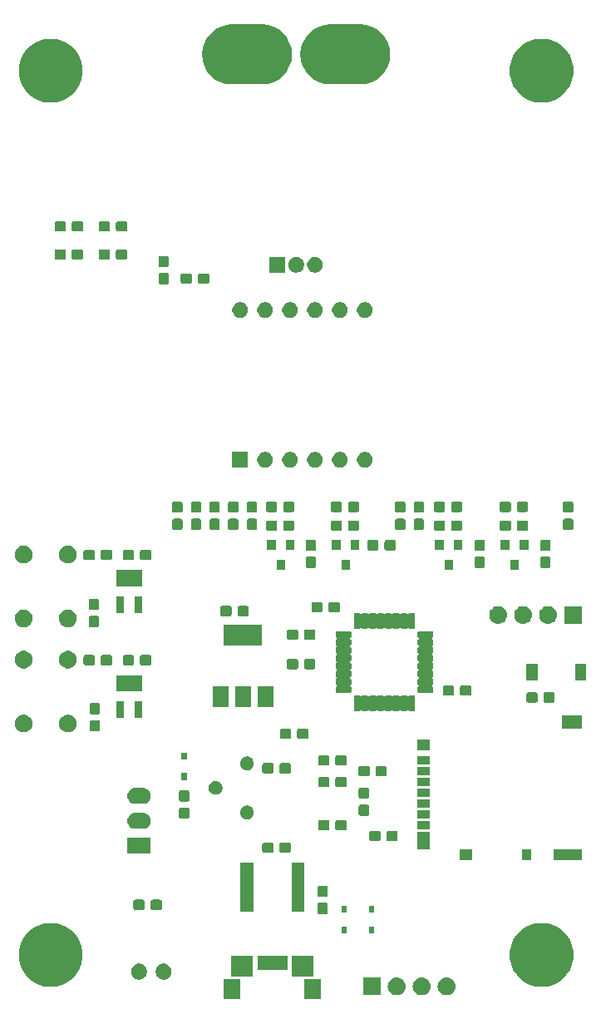
<source format=gts>
G04 #@! TF.GenerationSoftware,KiCad,Pcbnew,(5.1.4)-1*
G04 #@! TF.CreationDate,2020-11-18T17:54:53+09:00*
G04 #@! TF.ProjectId,CurrentIndicator,43757272-656e-4744-996e-64696361746f,rev?*
G04 #@! TF.SameCoordinates,Original*
G04 #@! TF.FileFunction,Soldermask,Top*
G04 #@! TF.FilePolarity,Negative*
%FSLAX46Y46*%
G04 Gerber Fmt 4.6, Leading zero omitted, Abs format (unit mm)*
G04 Created by KiCad (PCBNEW (5.1.4)-1) date 2020-11-18 17:54:53*
%MOMM*%
%LPD*%
G04 APERTURE LIST*
%ADD10C,0.100000*%
G04 APERTURE END LIST*
D10*
G36*
X172551000Y-149501000D02*
G01*
X170849000Y-149501000D01*
X170849000Y-147499000D01*
X172551000Y-147499000D01*
X172551000Y-149501000D01*
X172551000Y-149501000D01*
G37*
G36*
X164351000Y-149501000D02*
G01*
X162649000Y-149501000D01*
X162649000Y-147499000D01*
X164351000Y-147499000D01*
X164351000Y-149501000D01*
X164351000Y-149501000D01*
G37*
G36*
X182890443Y-147305519D02*
G01*
X182956627Y-147312037D01*
X183126466Y-147363557D01*
X183282991Y-147447222D01*
X183318729Y-147476552D01*
X183420186Y-147559814D01*
X183503448Y-147661271D01*
X183532778Y-147697009D01*
X183616443Y-147853534D01*
X183667963Y-148023373D01*
X183685359Y-148200000D01*
X183667963Y-148376627D01*
X183616443Y-148546466D01*
X183532778Y-148702991D01*
X183503448Y-148738729D01*
X183420186Y-148840186D01*
X183318729Y-148923448D01*
X183282991Y-148952778D01*
X183126466Y-149036443D01*
X182956627Y-149087963D01*
X182890443Y-149094481D01*
X182824260Y-149101000D01*
X182735740Y-149101000D01*
X182669557Y-149094481D01*
X182603373Y-149087963D01*
X182433534Y-149036443D01*
X182277009Y-148952778D01*
X182241271Y-148923448D01*
X182139814Y-148840186D01*
X182056552Y-148738729D01*
X182027222Y-148702991D01*
X181943557Y-148546466D01*
X181892037Y-148376627D01*
X181874641Y-148200000D01*
X181892037Y-148023373D01*
X181943557Y-147853534D01*
X182027222Y-147697009D01*
X182056552Y-147661271D01*
X182139814Y-147559814D01*
X182241271Y-147476552D01*
X182277009Y-147447222D01*
X182433534Y-147363557D01*
X182603373Y-147312037D01*
X182669557Y-147305519D01*
X182735740Y-147299000D01*
X182824260Y-147299000D01*
X182890443Y-147305519D01*
X182890443Y-147305519D01*
G37*
G36*
X185430443Y-147305519D02*
G01*
X185496627Y-147312037D01*
X185666466Y-147363557D01*
X185822991Y-147447222D01*
X185858729Y-147476552D01*
X185960186Y-147559814D01*
X186043448Y-147661271D01*
X186072778Y-147697009D01*
X186156443Y-147853534D01*
X186207963Y-148023373D01*
X186225359Y-148200000D01*
X186207963Y-148376627D01*
X186156443Y-148546466D01*
X186072778Y-148702991D01*
X186043448Y-148738729D01*
X185960186Y-148840186D01*
X185858729Y-148923448D01*
X185822991Y-148952778D01*
X185666466Y-149036443D01*
X185496627Y-149087963D01*
X185430443Y-149094481D01*
X185364260Y-149101000D01*
X185275740Y-149101000D01*
X185209557Y-149094481D01*
X185143373Y-149087963D01*
X184973534Y-149036443D01*
X184817009Y-148952778D01*
X184781271Y-148923448D01*
X184679814Y-148840186D01*
X184596552Y-148738729D01*
X184567222Y-148702991D01*
X184483557Y-148546466D01*
X184432037Y-148376627D01*
X184414641Y-148200000D01*
X184432037Y-148023373D01*
X184483557Y-147853534D01*
X184567222Y-147697009D01*
X184596552Y-147661271D01*
X184679814Y-147559814D01*
X184781271Y-147476552D01*
X184817009Y-147447222D01*
X184973534Y-147363557D01*
X185143373Y-147312037D01*
X185209557Y-147305519D01*
X185275740Y-147299000D01*
X185364260Y-147299000D01*
X185430443Y-147305519D01*
X185430443Y-147305519D01*
G37*
G36*
X178601000Y-149101000D02*
G01*
X176799000Y-149101000D01*
X176799000Y-147299000D01*
X178601000Y-147299000D01*
X178601000Y-149101000D01*
X178601000Y-149101000D01*
G37*
G36*
X180350443Y-147305519D02*
G01*
X180416627Y-147312037D01*
X180586466Y-147363557D01*
X180742991Y-147447222D01*
X180778729Y-147476552D01*
X180880186Y-147559814D01*
X180963448Y-147661271D01*
X180992778Y-147697009D01*
X181076443Y-147853534D01*
X181127963Y-148023373D01*
X181145359Y-148200000D01*
X181127963Y-148376627D01*
X181076443Y-148546466D01*
X180992778Y-148702991D01*
X180963448Y-148738729D01*
X180880186Y-148840186D01*
X180778729Y-148923448D01*
X180742991Y-148952778D01*
X180586466Y-149036443D01*
X180416627Y-149087963D01*
X180350443Y-149094481D01*
X180284260Y-149101000D01*
X180195740Y-149101000D01*
X180129557Y-149094481D01*
X180063373Y-149087963D01*
X179893534Y-149036443D01*
X179737009Y-148952778D01*
X179701271Y-148923448D01*
X179599814Y-148840186D01*
X179516552Y-148738729D01*
X179487222Y-148702991D01*
X179403557Y-148546466D01*
X179352037Y-148376627D01*
X179334641Y-148200000D01*
X179352037Y-148023373D01*
X179403557Y-147853534D01*
X179487222Y-147697009D01*
X179516552Y-147661271D01*
X179599814Y-147559814D01*
X179701271Y-147476552D01*
X179737009Y-147447222D01*
X179893534Y-147363557D01*
X180063373Y-147312037D01*
X180129557Y-147305519D01*
X180195740Y-147299000D01*
X180284260Y-147299000D01*
X180350443Y-147305519D01*
X180350443Y-147305519D01*
G37*
G36*
X195634239Y-141811467D02*
G01*
X195948282Y-141873934D01*
X196539926Y-142119001D01*
X197072392Y-142474784D01*
X197525216Y-142927608D01*
X197880999Y-143460074D01*
X198126066Y-144051718D01*
X198251000Y-144679804D01*
X198251000Y-145320196D01*
X198126066Y-145948282D01*
X197880999Y-146539926D01*
X197525216Y-147072392D01*
X197072392Y-147525216D01*
X196539926Y-147880999D01*
X195948282Y-148126066D01*
X195634239Y-148188533D01*
X195320197Y-148251000D01*
X194679803Y-148251000D01*
X194365761Y-148188533D01*
X194051718Y-148126066D01*
X193460074Y-147880999D01*
X192927608Y-147525216D01*
X192474784Y-147072392D01*
X192119001Y-146539926D01*
X191873934Y-145948282D01*
X191749000Y-145320196D01*
X191749000Y-144679804D01*
X191873934Y-144051718D01*
X192119001Y-143460074D01*
X192474784Y-142927608D01*
X192927608Y-142474784D01*
X193460074Y-142119001D01*
X194051718Y-141873934D01*
X194365761Y-141811467D01*
X194679803Y-141749000D01*
X195320197Y-141749000D01*
X195634239Y-141811467D01*
X195634239Y-141811467D01*
G37*
G36*
X145634239Y-141811467D02*
G01*
X145948282Y-141873934D01*
X146539926Y-142119001D01*
X147072392Y-142474784D01*
X147525216Y-142927608D01*
X147880999Y-143460074D01*
X148126066Y-144051718D01*
X148251000Y-144679804D01*
X148251000Y-145320196D01*
X148126066Y-145948282D01*
X147880999Y-146539926D01*
X147525216Y-147072392D01*
X147072392Y-147525216D01*
X146539926Y-147880999D01*
X145948282Y-148126066D01*
X145634239Y-148188533D01*
X145320197Y-148251000D01*
X144679803Y-148251000D01*
X144365761Y-148188533D01*
X144051718Y-148126066D01*
X143460074Y-147880999D01*
X142927608Y-147525216D01*
X142474784Y-147072392D01*
X142119001Y-146539926D01*
X141873934Y-145948282D01*
X141749000Y-145320196D01*
X141749000Y-144679804D01*
X141873934Y-144051718D01*
X142119001Y-143460074D01*
X142474784Y-142927608D01*
X142927608Y-142474784D01*
X143460074Y-142119001D01*
X144051718Y-141873934D01*
X144365761Y-141811467D01*
X144679803Y-141749000D01*
X145320197Y-141749000D01*
X145634239Y-141811467D01*
X145634239Y-141811467D01*
G37*
G36*
X154237142Y-145918242D02*
G01*
X154385101Y-145979529D01*
X154518255Y-146068499D01*
X154631501Y-146181745D01*
X154720471Y-146314899D01*
X154781758Y-146462858D01*
X154813000Y-146619925D01*
X154813000Y-146780075D01*
X154781758Y-146937142D01*
X154720471Y-147085101D01*
X154631501Y-147218255D01*
X154518255Y-147331501D01*
X154385101Y-147420471D01*
X154237142Y-147481758D01*
X154080075Y-147513000D01*
X153919925Y-147513000D01*
X153762858Y-147481758D01*
X153614899Y-147420471D01*
X153481745Y-147331501D01*
X153368499Y-147218255D01*
X153279529Y-147085101D01*
X153218242Y-146937142D01*
X153187000Y-146780075D01*
X153187000Y-146619925D01*
X153218242Y-146462858D01*
X153279529Y-146314899D01*
X153368499Y-146181745D01*
X153481745Y-146068499D01*
X153614899Y-145979529D01*
X153762858Y-145918242D01*
X153919925Y-145887000D01*
X154080075Y-145887000D01*
X154237142Y-145918242D01*
X154237142Y-145918242D01*
G37*
G36*
X156737142Y-145918242D02*
G01*
X156885101Y-145979529D01*
X157018255Y-146068499D01*
X157131501Y-146181745D01*
X157220471Y-146314899D01*
X157281758Y-146462858D01*
X157313000Y-146619925D01*
X157313000Y-146780075D01*
X157281758Y-146937142D01*
X157220471Y-147085101D01*
X157131501Y-147218255D01*
X157018255Y-147331501D01*
X156885101Y-147420471D01*
X156737142Y-147481758D01*
X156580075Y-147513000D01*
X156419925Y-147513000D01*
X156262858Y-147481758D01*
X156114899Y-147420471D01*
X155981745Y-147331501D01*
X155868499Y-147218255D01*
X155779529Y-147085101D01*
X155718242Y-146937142D01*
X155687000Y-146780075D01*
X155687000Y-146619925D01*
X155718242Y-146462858D01*
X155779529Y-146314899D01*
X155868499Y-146181745D01*
X155981745Y-146068499D01*
X156114899Y-145979529D01*
X156262858Y-145918242D01*
X156419925Y-145887000D01*
X156580075Y-145887000D01*
X156737142Y-145918242D01*
X156737142Y-145918242D01*
G37*
G36*
X165601000Y-147201000D02*
G01*
X163399000Y-147201000D01*
X163399000Y-145099000D01*
X165601000Y-145099000D01*
X165601000Y-147201000D01*
X165601000Y-147201000D01*
G37*
G36*
X171801000Y-147201000D02*
G01*
X169599000Y-147201000D01*
X169599000Y-145099000D01*
X171801000Y-145099000D01*
X171801000Y-147201000D01*
X171801000Y-147201000D01*
G37*
G36*
X169151000Y-146551000D02*
G01*
X166049000Y-146551000D01*
X166049000Y-145099000D01*
X169151000Y-145099000D01*
X169151000Y-146551000D01*
X169151000Y-146551000D01*
G37*
G36*
X177976000Y-142801000D02*
G01*
X177424000Y-142801000D01*
X177424000Y-142099000D01*
X177976000Y-142099000D01*
X177976000Y-142801000D01*
X177976000Y-142801000D01*
G37*
G36*
X175176000Y-142801000D02*
G01*
X174624000Y-142801000D01*
X174624000Y-142099000D01*
X175176000Y-142099000D01*
X175176000Y-142801000D01*
X175176000Y-142801000D01*
G37*
G36*
X173064499Y-139703445D02*
G01*
X173101995Y-139714820D01*
X173136554Y-139733292D01*
X173166847Y-139758153D01*
X173191708Y-139788446D01*
X173210180Y-139823005D01*
X173221555Y-139860501D01*
X173226000Y-139905638D01*
X173226000Y-140644362D01*
X173221555Y-140689499D01*
X173210180Y-140726995D01*
X173191708Y-140761554D01*
X173166847Y-140791847D01*
X173136554Y-140816708D01*
X173101995Y-140835180D01*
X173064499Y-140846555D01*
X173019362Y-140851000D01*
X172380638Y-140851000D01*
X172335501Y-140846555D01*
X172298005Y-140835180D01*
X172263446Y-140816708D01*
X172233153Y-140791847D01*
X172208292Y-140761554D01*
X172189820Y-140726995D01*
X172178445Y-140689499D01*
X172174000Y-140644362D01*
X172174000Y-139905638D01*
X172178445Y-139860501D01*
X172189820Y-139823005D01*
X172208292Y-139788446D01*
X172233153Y-139758153D01*
X172263446Y-139733292D01*
X172298005Y-139714820D01*
X172335501Y-139703445D01*
X172380638Y-139699000D01*
X173019362Y-139699000D01*
X173064499Y-139703445D01*
X173064499Y-139703445D01*
G37*
G36*
X175176000Y-140701000D02*
G01*
X174624000Y-140701000D01*
X174624000Y-139999000D01*
X175176000Y-139999000D01*
X175176000Y-140701000D01*
X175176000Y-140701000D01*
G37*
G36*
X177976000Y-140701000D02*
G01*
X177424000Y-140701000D01*
X177424000Y-139999000D01*
X177976000Y-139999000D01*
X177976000Y-140701000D01*
X177976000Y-140701000D01*
G37*
G36*
X170851000Y-140573500D02*
G01*
X169549000Y-140573500D01*
X169549000Y-135626500D01*
X170851000Y-135626500D01*
X170851000Y-140573500D01*
X170851000Y-140573500D01*
G37*
G36*
X165651000Y-140573500D02*
G01*
X164349000Y-140573500D01*
X164349000Y-135626500D01*
X165651000Y-135626500D01*
X165651000Y-140573500D01*
X165651000Y-140573500D01*
G37*
G36*
X156164499Y-139378445D02*
G01*
X156201995Y-139389820D01*
X156236554Y-139408292D01*
X156266847Y-139433153D01*
X156291708Y-139463446D01*
X156310180Y-139498005D01*
X156321555Y-139535501D01*
X156326000Y-139580638D01*
X156326000Y-140219362D01*
X156321555Y-140264499D01*
X156310180Y-140301995D01*
X156291708Y-140336554D01*
X156266847Y-140366847D01*
X156236554Y-140391708D01*
X156201995Y-140410180D01*
X156164499Y-140421555D01*
X156119362Y-140426000D01*
X155380638Y-140426000D01*
X155335501Y-140421555D01*
X155298005Y-140410180D01*
X155263446Y-140391708D01*
X155233153Y-140366847D01*
X155208292Y-140336554D01*
X155189820Y-140301995D01*
X155178445Y-140264499D01*
X155174000Y-140219362D01*
X155174000Y-139580638D01*
X155178445Y-139535501D01*
X155189820Y-139498005D01*
X155208292Y-139463446D01*
X155233153Y-139433153D01*
X155263446Y-139408292D01*
X155298005Y-139389820D01*
X155335501Y-139378445D01*
X155380638Y-139374000D01*
X156119362Y-139374000D01*
X156164499Y-139378445D01*
X156164499Y-139378445D01*
G37*
G36*
X154414499Y-139378445D02*
G01*
X154451995Y-139389820D01*
X154486554Y-139408292D01*
X154516847Y-139433153D01*
X154541708Y-139463446D01*
X154560180Y-139498005D01*
X154571555Y-139535501D01*
X154576000Y-139580638D01*
X154576000Y-140219362D01*
X154571555Y-140264499D01*
X154560180Y-140301995D01*
X154541708Y-140336554D01*
X154516847Y-140366847D01*
X154486554Y-140391708D01*
X154451995Y-140410180D01*
X154414499Y-140421555D01*
X154369362Y-140426000D01*
X153630638Y-140426000D01*
X153585501Y-140421555D01*
X153548005Y-140410180D01*
X153513446Y-140391708D01*
X153483153Y-140366847D01*
X153458292Y-140336554D01*
X153439820Y-140301995D01*
X153428445Y-140264499D01*
X153424000Y-140219362D01*
X153424000Y-139580638D01*
X153428445Y-139535501D01*
X153439820Y-139498005D01*
X153458292Y-139463446D01*
X153483153Y-139433153D01*
X153513446Y-139408292D01*
X153548005Y-139389820D01*
X153585501Y-139378445D01*
X153630638Y-139374000D01*
X154369362Y-139374000D01*
X154414499Y-139378445D01*
X154414499Y-139378445D01*
G37*
G36*
X173064499Y-137953445D02*
G01*
X173101995Y-137964820D01*
X173136554Y-137983292D01*
X173166847Y-138008153D01*
X173191708Y-138038446D01*
X173210180Y-138073005D01*
X173221555Y-138110501D01*
X173226000Y-138155638D01*
X173226000Y-138894362D01*
X173221555Y-138939499D01*
X173210180Y-138976995D01*
X173191708Y-139011554D01*
X173166847Y-139041847D01*
X173136554Y-139066708D01*
X173101995Y-139085180D01*
X173064499Y-139096555D01*
X173019362Y-139101000D01*
X172380638Y-139101000D01*
X172335501Y-139096555D01*
X172298005Y-139085180D01*
X172263446Y-139066708D01*
X172233153Y-139041847D01*
X172208292Y-139011554D01*
X172189820Y-138976995D01*
X172178445Y-138939499D01*
X172174000Y-138894362D01*
X172174000Y-138155638D01*
X172178445Y-138110501D01*
X172189820Y-138073005D01*
X172208292Y-138038446D01*
X172233153Y-138008153D01*
X172263446Y-137983292D01*
X172298005Y-137964820D01*
X172335501Y-137953445D01*
X172380638Y-137949000D01*
X173019362Y-137949000D01*
X173064499Y-137953445D01*
X173064499Y-137953445D01*
G37*
G36*
X193951000Y-135351000D02*
G01*
X193049000Y-135351000D01*
X193049000Y-134249000D01*
X193951000Y-134249000D01*
X193951000Y-135351000D01*
X193951000Y-135351000D01*
G37*
G36*
X187951000Y-135351000D02*
G01*
X186649000Y-135351000D01*
X186649000Y-134249000D01*
X187951000Y-134249000D01*
X187951000Y-135351000D01*
X187951000Y-135351000D01*
G37*
G36*
X199101000Y-135351000D02*
G01*
X196199000Y-135351000D01*
X196199000Y-134249000D01*
X199101000Y-134249000D01*
X199101000Y-135351000D01*
X199101000Y-135351000D01*
G37*
G36*
X155201000Y-134701000D02*
G01*
X152799000Y-134701000D01*
X152799000Y-133099000D01*
X155201000Y-133099000D01*
X155201000Y-134701000D01*
X155201000Y-134701000D01*
G37*
G36*
X169289499Y-133578445D02*
G01*
X169326995Y-133589820D01*
X169361554Y-133608292D01*
X169391847Y-133633153D01*
X169416708Y-133663446D01*
X169435180Y-133698005D01*
X169446555Y-133735501D01*
X169451000Y-133780638D01*
X169451000Y-134419362D01*
X169446555Y-134464499D01*
X169435180Y-134501995D01*
X169416708Y-134536554D01*
X169391847Y-134566847D01*
X169361554Y-134591708D01*
X169326995Y-134610180D01*
X169289499Y-134621555D01*
X169244362Y-134626000D01*
X168505638Y-134626000D01*
X168460501Y-134621555D01*
X168423005Y-134610180D01*
X168388446Y-134591708D01*
X168358153Y-134566847D01*
X168333292Y-134536554D01*
X168314820Y-134501995D01*
X168303445Y-134464499D01*
X168299000Y-134419362D01*
X168299000Y-133780638D01*
X168303445Y-133735501D01*
X168314820Y-133698005D01*
X168333292Y-133663446D01*
X168358153Y-133633153D01*
X168388446Y-133608292D01*
X168423005Y-133589820D01*
X168460501Y-133578445D01*
X168505638Y-133574000D01*
X169244362Y-133574000D01*
X169289499Y-133578445D01*
X169289499Y-133578445D01*
G37*
G36*
X167539499Y-133578445D02*
G01*
X167576995Y-133589820D01*
X167611554Y-133608292D01*
X167641847Y-133633153D01*
X167666708Y-133663446D01*
X167685180Y-133698005D01*
X167696555Y-133735501D01*
X167701000Y-133780638D01*
X167701000Y-134419362D01*
X167696555Y-134464499D01*
X167685180Y-134501995D01*
X167666708Y-134536554D01*
X167641847Y-134566847D01*
X167611554Y-134591708D01*
X167576995Y-134610180D01*
X167539499Y-134621555D01*
X167494362Y-134626000D01*
X166755638Y-134626000D01*
X166710501Y-134621555D01*
X166673005Y-134610180D01*
X166638446Y-134591708D01*
X166608153Y-134566847D01*
X166583292Y-134536554D01*
X166564820Y-134501995D01*
X166553445Y-134464499D01*
X166549000Y-134419362D01*
X166549000Y-133780638D01*
X166553445Y-133735501D01*
X166564820Y-133698005D01*
X166583292Y-133663446D01*
X166608153Y-133633153D01*
X166638446Y-133608292D01*
X166673005Y-133589820D01*
X166710501Y-133578445D01*
X166755638Y-133574000D01*
X167494362Y-133574000D01*
X167539499Y-133578445D01*
X167539499Y-133578445D01*
G37*
G36*
X183651000Y-134251000D02*
G01*
X182349000Y-134251000D01*
X182349000Y-132499000D01*
X183651000Y-132499000D01*
X183651000Y-134251000D01*
X183651000Y-134251000D01*
G37*
G36*
X180189499Y-132378445D02*
G01*
X180226995Y-132389820D01*
X180261554Y-132408292D01*
X180291847Y-132433153D01*
X180316708Y-132463446D01*
X180335180Y-132498005D01*
X180346555Y-132535501D01*
X180351000Y-132580638D01*
X180351000Y-133219362D01*
X180346555Y-133264499D01*
X180335180Y-133301995D01*
X180316708Y-133336554D01*
X180291847Y-133366847D01*
X180261554Y-133391708D01*
X180226995Y-133410180D01*
X180189499Y-133421555D01*
X180144362Y-133426000D01*
X179405638Y-133426000D01*
X179360501Y-133421555D01*
X179323005Y-133410180D01*
X179288446Y-133391708D01*
X179258153Y-133366847D01*
X179233292Y-133336554D01*
X179214820Y-133301995D01*
X179203445Y-133264499D01*
X179199000Y-133219362D01*
X179199000Y-132580638D01*
X179203445Y-132535501D01*
X179214820Y-132498005D01*
X179233292Y-132463446D01*
X179258153Y-132433153D01*
X179288446Y-132408292D01*
X179323005Y-132389820D01*
X179360501Y-132378445D01*
X179405638Y-132374000D01*
X180144362Y-132374000D01*
X180189499Y-132378445D01*
X180189499Y-132378445D01*
G37*
G36*
X178439499Y-132378445D02*
G01*
X178476995Y-132389820D01*
X178511554Y-132408292D01*
X178541847Y-132433153D01*
X178566708Y-132463446D01*
X178585180Y-132498005D01*
X178596555Y-132535501D01*
X178601000Y-132580638D01*
X178601000Y-133219362D01*
X178596555Y-133264499D01*
X178585180Y-133301995D01*
X178566708Y-133336554D01*
X178541847Y-133366847D01*
X178511554Y-133391708D01*
X178476995Y-133410180D01*
X178439499Y-133421555D01*
X178394362Y-133426000D01*
X177655638Y-133426000D01*
X177610501Y-133421555D01*
X177573005Y-133410180D01*
X177538446Y-133391708D01*
X177508153Y-133366847D01*
X177483292Y-133336554D01*
X177464820Y-133301995D01*
X177453445Y-133264499D01*
X177449000Y-133219362D01*
X177449000Y-132580638D01*
X177453445Y-132535501D01*
X177464820Y-132498005D01*
X177483292Y-132463446D01*
X177508153Y-132433153D01*
X177538446Y-132408292D01*
X177573005Y-132389820D01*
X177610501Y-132378445D01*
X177655638Y-132374000D01*
X178394362Y-132374000D01*
X178439499Y-132378445D01*
X178439499Y-132378445D01*
G37*
G36*
X174989499Y-131278445D02*
G01*
X175026995Y-131289820D01*
X175061554Y-131308292D01*
X175091847Y-131333153D01*
X175116708Y-131363446D01*
X175135180Y-131398005D01*
X175146555Y-131435501D01*
X175151000Y-131480638D01*
X175151000Y-132119362D01*
X175146555Y-132164499D01*
X175135180Y-132201995D01*
X175116708Y-132236554D01*
X175091847Y-132266847D01*
X175061554Y-132291708D01*
X175026995Y-132310180D01*
X174989499Y-132321555D01*
X174944362Y-132326000D01*
X174205638Y-132326000D01*
X174160501Y-132321555D01*
X174123005Y-132310180D01*
X174088446Y-132291708D01*
X174058153Y-132266847D01*
X174033292Y-132236554D01*
X174014820Y-132201995D01*
X174003445Y-132164499D01*
X173999000Y-132119362D01*
X173999000Y-131480638D01*
X174003445Y-131435501D01*
X174014820Y-131398005D01*
X174033292Y-131363446D01*
X174058153Y-131333153D01*
X174088446Y-131308292D01*
X174123005Y-131289820D01*
X174160501Y-131278445D01*
X174205638Y-131274000D01*
X174944362Y-131274000D01*
X174989499Y-131278445D01*
X174989499Y-131278445D01*
G37*
G36*
X173239499Y-131278445D02*
G01*
X173276995Y-131289820D01*
X173311554Y-131308292D01*
X173341847Y-131333153D01*
X173366708Y-131363446D01*
X173385180Y-131398005D01*
X173396555Y-131435501D01*
X173401000Y-131480638D01*
X173401000Y-132119362D01*
X173396555Y-132164499D01*
X173385180Y-132201995D01*
X173366708Y-132236554D01*
X173341847Y-132266847D01*
X173311554Y-132291708D01*
X173276995Y-132310180D01*
X173239499Y-132321555D01*
X173194362Y-132326000D01*
X172455638Y-132326000D01*
X172410501Y-132321555D01*
X172373005Y-132310180D01*
X172338446Y-132291708D01*
X172308153Y-132266847D01*
X172283292Y-132236554D01*
X172264820Y-132201995D01*
X172253445Y-132164499D01*
X172249000Y-132119362D01*
X172249000Y-131480638D01*
X172253445Y-131435501D01*
X172264820Y-131398005D01*
X172283292Y-131363446D01*
X172308153Y-131333153D01*
X172338446Y-131308292D01*
X172373005Y-131289820D01*
X172410501Y-131278445D01*
X172455638Y-131274000D01*
X173194362Y-131274000D01*
X173239499Y-131278445D01*
X173239499Y-131278445D01*
G37*
G36*
X183651000Y-132201000D02*
G01*
X182349000Y-132201000D01*
X182349000Y-131399000D01*
X183651000Y-131399000D01*
X183651000Y-132201000D01*
X183651000Y-132201000D01*
G37*
G36*
X154478571Y-130562863D02*
G01*
X154557023Y-130570590D01*
X154657682Y-130601125D01*
X154708013Y-130616392D01*
X154847165Y-130690771D01*
X154969133Y-130790867D01*
X155069229Y-130912835D01*
X155143608Y-131051987D01*
X155143608Y-131051988D01*
X155189410Y-131202977D01*
X155204875Y-131360000D01*
X155189410Y-131517023D01*
X155183350Y-131537000D01*
X155143608Y-131668013D01*
X155069229Y-131807165D01*
X154969133Y-131929133D01*
X154847165Y-132029229D01*
X154708013Y-132103608D01*
X154672736Y-132114309D01*
X154557023Y-132149410D01*
X154478571Y-132157137D01*
X154439346Y-132161000D01*
X153560654Y-132161000D01*
X153521429Y-132157137D01*
X153442977Y-132149410D01*
X153327264Y-132114309D01*
X153291987Y-132103608D01*
X153152835Y-132029229D01*
X153030867Y-131929133D01*
X152930771Y-131807165D01*
X152856392Y-131668013D01*
X152816650Y-131537000D01*
X152810590Y-131517023D01*
X152795125Y-131360000D01*
X152810590Y-131202977D01*
X152856392Y-131051988D01*
X152856392Y-131051987D01*
X152930771Y-130912835D01*
X153030867Y-130790867D01*
X153152835Y-130690771D01*
X153291987Y-130616392D01*
X153342318Y-130601125D01*
X153442977Y-130570590D01*
X153521429Y-130562863D01*
X153560654Y-130559000D01*
X154439346Y-130559000D01*
X154478571Y-130562863D01*
X154478571Y-130562863D01*
G37*
G36*
X165204473Y-129825938D02*
G01*
X165332049Y-129878782D01*
X165446859Y-129955495D01*
X165544505Y-130053141D01*
X165621218Y-130167951D01*
X165674062Y-130295527D01*
X165701000Y-130430956D01*
X165701000Y-130569044D01*
X165674062Y-130704473D01*
X165621218Y-130832049D01*
X165544505Y-130946859D01*
X165446859Y-131044505D01*
X165332049Y-131121218D01*
X165204473Y-131174062D01*
X165069044Y-131201000D01*
X164930956Y-131201000D01*
X164795527Y-131174062D01*
X164667951Y-131121218D01*
X164553141Y-131044505D01*
X164455495Y-130946859D01*
X164378782Y-130832049D01*
X164325938Y-130704473D01*
X164299000Y-130569044D01*
X164299000Y-130430956D01*
X164325938Y-130295527D01*
X164378782Y-130167951D01*
X164455495Y-130053141D01*
X164553141Y-129955495D01*
X164667951Y-129878782D01*
X164795527Y-129825938D01*
X164930956Y-129799000D01*
X165069044Y-129799000D01*
X165204473Y-129825938D01*
X165204473Y-129825938D01*
G37*
G36*
X158964499Y-130003445D02*
G01*
X159001995Y-130014820D01*
X159036554Y-130033292D01*
X159066847Y-130058153D01*
X159091708Y-130088446D01*
X159110180Y-130123005D01*
X159121555Y-130160501D01*
X159126000Y-130205638D01*
X159126000Y-130944362D01*
X159121555Y-130989499D01*
X159110180Y-131026995D01*
X159091708Y-131061554D01*
X159066847Y-131091847D01*
X159036554Y-131116708D01*
X159001995Y-131135180D01*
X158964499Y-131146555D01*
X158919362Y-131151000D01*
X158280638Y-131151000D01*
X158235501Y-131146555D01*
X158198005Y-131135180D01*
X158163446Y-131116708D01*
X158133153Y-131091847D01*
X158108292Y-131061554D01*
X158089820Y-131026995D01*
X158078445Y-130989499D01*
X158074000Y-130944362D01*
X158074000Y-130205638D01*
X158078445Y-130160501D01*
X158089820Y-130123005D01*
X158108292Y-130088446D01*
X158133153Y-130058153D01*
X158163446Y-130033292D01*
X158198005Y-130014820D01*
X158235501Y-130003445D01*
X158280638Y-129999000D01*
X158919362Y-129999000D01*
X158964499Y-130003445D01*
X158964499Y-130003445D01*
G37*
G36*
X183651000Y-131101000D02*
G01*
X182349000Y-131101000D01*
X182349000Y-130299000D01*
X183651000Y-130299000D01*
X183651000Y-131101000D01*
X183651000Y-131101000D01*
G37*
G36*
X177264499Y-129703445D02*
G01*
X177301995Y-129714820D01*
X177336554Y-129733292D01*
X177366847Y-129758153D01*
X177391708Y-129788446D01*
X177410180Y-129823005D01*
X177421555Y-129860501D01*
X177426000Y-129905638D01*
X177426000Y-130644362D01*
X177421555Y-130689499D01*
X177410180Y-130726995D01*
X177391708Y-130761554D01*
X177366847Y-130791847D01*
X177336554Y-130816708D01*
X177301995Y-130835180D01*
X177264499Y-130846555D01*
X177219362Y-130851000D01*
X176580638Y-130851000D01*
X176535501Y-130846555D01*
X176498005Y-130835180D01*
X176463446Y-130816708D01*
X176433153Y-130791847D01*
X176408292Y-130761554D01*
X176389820Y-130726995D01*
X176378445Y-130689499D01*
X176374000Y-130644362D01*
X176374000Y-129905638D01*
X176378445Y-129860501D01*
X176389820Y-129823005D01*
X176408292Y-129788446D01*
X176433153Y-129758153D01*
X176463446Y-129733292D01*
X176498005Y-129714820D01*
X176535501Y-129703445D01*
X176580638Y-129699000D01*
X177219362Y-129699000D01*
X177264499Y-129703445D01*
X177264499Y-129703445D01*
G37*
G36*
X183651000Y-130001000D02*
G01*
X182349000Y-130001000D01*
X182349000Y-129199000D01*
X183651000Y-129199000D01*
X183651000Y-130001000D01*
X183651000Y-130001000D01*
G37*
G36*
X154478571Y-128022863D02*
G01*
X154557023Y-128030590D01*
X154657682Y-128061125D01*
X154708013Y-128076392D01*
X154847165Y-128150771D01*
X154969133Y-128250867D01*
X155069229Y-128372835D01*
X155143608Y-128511987D01*
X155143608Y-128511988D01*
X155189410Y-128662977D01*
X155204875Y-128820000D01*
X155189410Y-128977023D01*
X155178935Y-129011554D01*
X155143608Y-129128013D01*
X155069229Y-129267165D01*
X154969133Y-129389133D01*
X154847165Y-129489229D01*
X154708013Y-129563608D01*
X154657682Y-129578875D01*
X154557023Y-129609410D01*
X154478571Y-129617137D01*
X154439346Y-129621000D01*
X153560654Y-129621000D01*
X153521429Y-129617137D01*
X153442977Y-129609410D01*
X153342318Y-129578875D01*
X153291987Y-129563608D01*
X153152835Y-129489229D01*
X153030867Y-129389133D01*
X152930771Y-129267165D01*
X152856392Y-129128013D01*
X152821065Y-129011554D01*
X152810590Y-128977023D01*
X152795125Y-128820000D01*
X152810590Y-128662977D01*
X152856392Y-128511988D01*
X152856392Y-128511987D01*
X152930771Y-128372835D01*
X153030867Y-128250867D01*
X153152835Y-128150771D01*
X153291987Y-128076392D01*
X153342318Y-128061125D01*
X153442977Y-128030590D01*
X153521429Y-128022863D01*
X153560654Y-128019000D01*
X154439346Y-128019000D01*
X154478571Y-128022863D01*
X154478571Y-128022863D01*
G37*
G36*
X158964499Y-128253445D02*
G01*
X159001995Y-128264820D01*
X159036554Y-128283292D01*
X159066847Y-128308153D01*
X159091708Y-128338446D01*
X159110180Y-128373005D01*
X159121555Y-128410501D01*
X159126000Y-128455638D01*
X159126000Y-129194362D01*
X159121555Y-129239499D01*
X159110180Y-129276995D01*
X159091708Y-129311554D01*
X159066847Y-129341847D01*
X159036554Y-129366708D01*
X159001995Y-129385180D01*
X158964499Y-129396555D01*
X158919362Y-129401000D01*
X158280638Y-129401000D01*
X158235501Y-129396555D01*
X158198005Y-129385180D01*
X158163446Y-129366708D01*
X158133153Y-129341847D01*
X158108292Y-129311554D01*
X158089820Y-129276995D01*
X158078445Y-129239499D01*
X158074000Y-129194362D01*
X158074000Y-128455638D01*
X158078445Y-128410501D01*
X158089820Y-128373005D01*
X158108292Y-128338446D01*
X158133153Y-128308153D01*
X158163446Y-128283292D01*
X158198005Y-128264820D01*
X158235501Y-128253445D01*
X158280638Y-128249000D01*
X158919362Y-128249000D01*
X158964499Y-128253445D01*
X158964499Y-128253445D01*
G37*
G36*
X177264499Y-127953445D02*
G01*
X177301995Y-127964820D01*
X177336554Y-127983292D01*
X177366847Y-128008153D01*
X177391708Y-128038446D01*
X177410180Y-128073005D01*
X177421555Y-128110501D01*
X177426000Y-128155638D01*
X177426000Y-128894362D01*
X177421555Y-128939499D01*
X177410180Y-128976995D01*
X177391708Y-129011554D01*
X177366847Y-129041847D01*
X177336554Y-129066708D01*
X177301995Y-129085180D01*
X177264499Y-129096555D01*
X177219362Y-129101000D01*
X176580638Y-129101000D01*
X176535501Y-129096555D01*
X176498005Y-129085180D01*
X176463446Y-129066708D01*
X176433153Y-129041847D01*
X176408292Y-129011554D01*
X176389820Y-128976995D01*
X176378445Y-128939499D01*
X176374000Y-128894362D01*
X176374000Y-128155638D01*
X176378445Y-128110501D01*
X176389820Y-128073005D01*
X176408292Y-128038446D01*
X176433153Y-128008153D01*
X176463446Y-127983292D01*
X176498005Y-127964820D01*
X176535501Y-127953445D01*
X176580638Y-127949000D01*
X177219362Y-127949000D01*
X177264499Y-127953445D01*
X177264499Y-127953445D01*
G37*
G36*
X183651000Y-128901000D02*
G01*
X182349000Y-128901000D01*
X182349000Y-128099000D01*
X183651000Y-128099000D01*
X183651000Y-128901000D01*
X183651000Y-128901000D01*
G37*
G36*
X162004473Y-127325938D02*
G01*
X162132049Y-127378782D01*
X162246859Y-127455495D01*
X162344505Y-127553141D01*
X162421218Y-127667951D01*
X162474062Y-127795527D01*
X162501000Y-127930956D01*
X162501000Y-128069044D01*
X162474062Y-128204473D01*
X162421218Y-128332049D01*
X162344505Y-128446859D01*
X162246859Y-128544505D01*
X162132049Y-128621218D01*
X162004473Y-128674062D01*
X161869044Y-128701000D01*
X161730956Y-128701000D01*
X161595527Y-128674062D01*
X161467951Y-128621218D01*
X161353141Y-128544505D01*
X161255495Y-128446859D01*
X161178782Y-128332049D01*
X161125938Y-128204473D01*
X161099000Y-128069044D01*
X161099000Y-127930956D01*
X161125938Y-127795527D01*
X161178782Y-127667951D01*
X161255495Y-127553141D01*
X161353141Y-127455495D01*
X161467951Y-127378782D01*
X161595527Y-127325938D01*
X161730956Y-127299000D01*
X161869044Y-127299000D01*
X162004473Y-127325938D01*
X162004473Y-127325938D01*
G37*
G36*
X174989499Y-126878445D02*
G01*
X175026995Y-126889820D01*
X175061554Y-126908292D01*
X175091847Y-126933153D01*
X175116708Y-126963446D01*
X175135180Y-126998005D01*
X175146555Y-127035501D01*
X175151000Y-127080638D01*
X175151000Y-127719362D01*
X175146555Y-127764499D01*
X175135180Y-127801995D01*
X175116708Y-127836554D01*
X175091847Y-127866847D01*
X175061554Y-127891708D01*
X175026995Y-127910180D01*
X174989499Y-127921555D01*
X174944362Y-127926000D01*
X174205638Y-127926000D01*
X174160501Y-127921555D01*
X174123005Y-127910180D01*
X174088446Y-127891708D01*
X174058153Y-127866847D01*
X174033292Y-127836554D01*
X174014820Y-127801995D01*
X174003445Y-127764499D01*
X173999000Y-127719362D01*
X173999000Y-127080638D01*
X174003445Y-127035501D01*
X174014820Y-126998005D01*
X174033292Y-126963446D01*
X174058153Y-126933153D01*
X174088446Y-126908292D01*
X174123005Y-126889820D01*
X174160501Y-126878445D01*
X174205638Y-126874000D01*
X174944362Y-126874000D01*
X174989499Y-126878445D01*
X174989499Y-126878445D01*
G37*
G36*
X173239499Y-126878445D02*
G01*
X173276995Y-126889820D01*
X173311554Y-126908292D01*
X173341847Y-126933153D01*
X173366708Y-126963446D01*
X173385180Y-126998005D01*
X173396555Y-127035501D01*
X173401000Y-127080638D01*
X173401000Y-127719362D01*
X173396555Y-127764499D01*
X173385180Y-127801995D01*
X173366708Y-127836554D01*
X173341847Y-127866847D01*
X173311554Y-127891708D01*
X173276995Y-127910180D01*
X173239499Y-127921555D01*
X173194362Y-127926000D01*
X172455638Y-127926000D01*
X172410501Y-127921555D01*
X172373005Y-127910180D01*
X172338446Y-127891708D01*
X172308153Y-127866847D01*
X172283292Y-127836554D01*
X172264820Y-127801995D01*
X172253445Y-127764499D01*
X172249000Y-127719362D01*
X172249000Y-127080638D01*
X172253445Y-127035501D01*
X172264820Y-126998005D01*
X172283292Y-126963446D01*
X172308153Y-126933153D01*
X172338446Y-126908292D01*
X172373005Y-126889820D01*
X172410501Y-126878445D01*
X172455638Y-126874000D01*
X173194362Y-126874000D01*
X173239499Y-126878445D01*
X173239499Y-126878445D01*
G37*
G36*
X183651000Y-127801000D02*
G01*
X182349000Y-127801000D01*
X182349000Y-126999000D01*
X183651000Y-126999000D01*
X183651000Y-127801000D01*
X183651000Y-127801000D01*
G37*
G36*
X158876000Y-127201000D02*
G01*
X158324000Y-127201000D01*
X158324000Y-126499000D01*
X158876000Y-126499000D01*
X158876000Y-127201000D01*
X158876000Y-127201000D01*
G37*
G36*
X177339499Y-125778445D02*
G01*
X177376995Y-125789820D01*
X177411554Y-125808292D01*
X177441847Y-125833153D01*
X177466708Y-125863446D01*
X177485180Y-125898005D01*
X177496555Y-125935501D01*
X177501000Y-125980638D01*
X177501000Y-126619362D01*
X177496555Y-126664499D01*
X177485180Y-126701995D01*
X177466708Y-126736554D01*
X177441847Y-126766847D01*
X177411554Y-126791708D01*
X177376995Y-126810180D01*
X177339499Y-126821555D01*
X177294362Y-126826000D01*
X176555638Y-126826000D01*
X176510501Y-126821555D01*
X176473005Y-126810180D01*
X176438446Y-126791708D01*
X176408153Y-126766847D01*
X176383292Y-126736554D01*
X176364820Y-126701995D01*
X176353445Y-126664499D01*
X176349000Y-126619362D01*
X176349000Y-125980638D01*
X176353445Y-125935501D01*
X176364820Y-125898005D01*
X176383292Y-125863446D01*
X176408153Y-125833153D01*
X176438446Y-125808292D01*
X176473005Y-125789820D01*
X176510501Y-125778445D01*
X176555638Y-125774000D01*
X177294362Y-125774000D01*
X177339499Y-125778445D01*
X177339499Y-125778445D01*
G37*
G36*
X179089499Y-125778445D02*
G01*
X179126995Y-125789820D01*
X179161554Y-125808292D01*
X179191847Y-125833153D01*
X179216708Y-125863446D01*
X179235180Y-125898005D01*
X179246555Y-125935501D01*
X179251000Y-125980638D01*
X179251000Y-126619362D01*
X179246555Y-126664499D01*
X179235180Y-126701995D01*
X179216708Y-126736554D01*
X179191847Y-126766847D01*
X179161554Y-126791708D01*
X179126995Y-126810180D01*
X179089499Y-126821555D01*
X179044362Y-126826000D01*
X178305638Y-126826000D01*
X178260501Y-126821555D01*
X178223005Y-126810180D01*
X178188446Y-126791708D01*
X178158153Y-126766847D01*
X178133292Y-126736554D01*
X178114820Y-126701995D01*
X178103445Y-126664499D01*
X178099000Y-126619362D01*
X178099000Y-125980638D01*
X178103445Y-125935501D01*
X178114820Y-125898005D01*
X178133292Y-125863446D01*
X178158153Y-125833153D01*
X178188446Y-125808292D01*
X178223005Y-125789820D01*
X178260501Y-125778445D01*
X178305638Y-125774000D01*
X179044362Y-125774000D01*
X179089499Y-125778445D01*
X179089499Y-125778445D01*
G37*
G36*
X183651000Y-126701000D02*
G01*
X182349000Y-126701000D01*
X182349000Y-125899000D01*
X183651000Y-125899000D01*
X183651000Y-126701000D01*
X183651000Y-126701000D01*
G37*
G36*
X167539499Y-125478445D02*
G01*
X167576995Y-125489820D01*
X167611554Y-125508292D01*
X167641847Y-125533153D01*
X167666708Y-125563446D01*
X167685180Y-125598005D01*
X167696555Y-125635501D01*
X167701000Y-125680638D01*
X167701000Y-126319362D01*
X167696555Y-126364499D01*
X167685180Y-126401995D01*
X167666708Y-126436554D01*
X167641847Y-126466847D01*
X167611554Y-126491708D01*
X167576995Y-126510180D01*
X167539499Y-126521555D01*
X167494362Y-126526000D01*
X166755638Y-126526000D01*
X166710501Y-126521555D01*
X166673005Y-126510180D01*
X166638446Y-126491708D01*
X166608153Y-126466847D01*
X166583292Y-126436554D01*
X166564820Y-126401995D01*
X166553445Y-126364499D01*
X166549000Y-126319362D01*
X166549000Y-125680638D01*
X166553445Y-125635501D01*
X166564820Y-125598005D01*
X166583292Y-125563446D01*
X166608153Y-125533153D01*
X166638446Y-125508292D01*
X166673005Y-125489820D01*
X166710501Y-125478445D01*
X166755638Y-125474000D01*
X167494362Y-125474000D01*
X167539499Y-125478445D01*
X167539499Y-125478445D01*
G37*
G36*
X169289499Y-125478445D02*
G01*
X169326995Y-125489820D01*
X169361554Y-125508292D01*
X169391847Y-125533153D01*
X169416708Y-125563446D01*
X169435180Y-125598005D01*
X169446555Y-125635501D01*
X169451000Y-125680638D01*
X169451000Y-126319362D01*
X169446555Y-126364499D01*
X169435180Y-126401995D01*
X169416708Y-126436554D01*
X169391847Y-126466847D01*
X169361554Y-126491708D01*
X169326995Y-126510180D01*
X169289499Y-126521555D01*
X169244362Y-126526000D01*
X168505638Y-126526000D01*
X168460501Y-126521555D01*
X168423005Y-126510180D01*
X168388446Y-126491708D01*
X168358153Y-126466847D01*
X168333292Y-126436554D01*
X168314820Y-126401995D01*
X168303445Y-126364499D01*
X168299000Y-126319362D01*
X168299000Y-125680638D01*
X168303445Y-125635501D01*
X168314820Y-125598005D01*
X168333292Y-125563446D01*
X168358153Y-125533153D01*
X168388446Y-125508292D01*
X168423005Y-125489820D01*
X168460501Y-125478445D01*
X168505638Y-125474000D01*
X169244362Y-125474000D01*
X169289499Y-125478445D01*
X169289499Y-125478445D01*
G37*
G36*
X165204473Y-124825938D02*
G01*
X165332049Y-124878782D01*
X165446859Y-124955495D01*
X165544505Y-125053141D01*
X165621218Y-125167951D01*
X165674062Y-125295527D01*
X165701000Y-125430956D01*
X165701000Y-125569044D01*
X165674062Y-125704473D01*
X165621218Y-125832049D01*
X165544505Y-125946859D01*
X165446859Y-126044505D01*
X165332049Y-126121218D01*
X165204473Y-126174062D01*
X165069044Y-126201000D01*
X164930956Y-126201000D01*
X164795527Y-126174062D01*
X164667951Y-126121218D01*
X164553141Y-126044505D01*
X164455495Y-125946859D01*
X164378782Y-125832049D01*
X164325938Y-125704473D01*
X164299000Y-125569044D01*
X164299000Y-125430956D01*
X164325938Y-125295527D01*
X164378782Y-125167951D01*
X164455495Y-125053141D01*
X164553141Y-124955495D01*
X164667951Y-124878782D01*
X164795527Y-124825938D01*
X164930956Y-124799000D01*
X165069044Y-124799000D01*
X165204473Y-124825938D01*
X165204473Y-124825938D01*
G37*
G36*
X173239499Y-124678445D02*
G01*
X173276995Y-124689820D01*
X173311554Y-124708292D01*
X173341847Y-124733153D01*
X173366708Y-124763446D01*
X173385180Y-124798005D01*
X173396555Y-124835501D01*
X173401000Y-124880638D01*
X173401000Y-125519362D01*
X173396555Y-125564499D01*
X173385180Y-125601995D01*
X173366708Y-125636554D01*
X173341847Y-125666847D01*
X173311554Y-125691708D01*
X173276995Y-125710180D01*
X173239499Y-125721555D01*
X173194362Y-125726000D01*
X172455638Y-125726000D01*
X172410501Y-125721555D01*
X172373005Y-125710180D01*
X172338446Y-125691708D01*
X172308153Y-125666847D01*
X172283292Y-125636554D01*
X172264820Y-125601995D01*
X172253445Y-125564499D01*
X172249000Y-125519362D01*
X172249000Y-124880638D01*
X172253445Y-124835501D01*
X172264820Y-124798005D01*
X172283292Y-124763446D01*
X172308153Y-124733153D01*
X172338446Y-124708292D01*
X172373005Y-124689820D01*
X172410501Y-124678445D01*
X172455638Y-124674000D01*
X173194362Y-124674000D01*
X173239499Y-124678445D01*
X173239499Y-124678445D01*
G37*
G36*
X174989499Y-124678445D02*
G01*
X175026995Y-124689820D01*
X175061554Y-124708292D01*
X175091847Y-124733153D01*
X175116708Y-124763446D01*
X175135180Y-124798005D01*
X175146555Y-124835501D01*
X175151000Y-124880638D01*
X175151000Y-125519362D01*
X175146555Y-125564499D01*
X175135180Y-125601995D01*
X175116708Y-125636554D01*
X175091847Y-125666847D01*
X175061554Y-125691708D01*
X175026995Y-125710180D01*
X174989499Y-125721555D01*
X174944362Y-125726000D01*
X174205638Y-125726000D01*
X174160501Y-125721555D01*
X174123005Y-125710180D01*
X174088446Y-125691708D01*
X174058153Y-125666847D01*
X174033292Y-125636554D01*
X174014820Y-125601995D01*
X174003445Y-125564499D01*
X173999000Y-125519362D01*
X173999000Y-124880638D01*
X174003445Y-124835501D01*
X174014820Y-124798005D01*
X174033292Y-124763446D01*
X174058153Y-124733153D01*
X174088446Y-124708292D01*
X174123005Y-124689820D01*
X174160501Y-124678445D01*
X174205638Y-124674000D01*
X174944362Y-124674000D01*
X174989499Y-124678445D01*
X174989499Y-124678445D01*
G37*
G36*
X183651000Y-125601000D02*
G01*
X182349000Y-125601000D01*
X182349000Y-124799000D01*
X183651000Y-124799000D01*
X183651000Y-125601000D01*
X183651000Y-125601000D01*
G37*
G36*
X158876000Y-125101000D02*
G01*
X158324000Y-125101000D01*
X158324000Y-124399000D01*
X158876000Y-124399000D01*
X158876000Y-125101000D01*
X158876000Y-125101000D01*
G37*
G36*
X183651000Y-124201000D02*
G01*
X182349000Y-124201000D01*
X182349000Y-123099000D01*
X183651000Y-123099000D01*
X183651000Y-124201000D01*
X183651000Y-124201000D01*
G37*
G36*
X171089499Y-121978445D02*
G01*
X171126995Y-121989820D01*
X171161554Y-122008292D01*
X171191847Y-122033153D01*
X171216708Y-122063446D01*
X171235180Y-122098005D01*
X171246555Y-122135501D01*
X171251000Y-122180638D01*
X171251000Y-122819362D01*
X171246555Y-122864499D01*
X171235180Y-122901995D01*
X171216708Y-122936554D01*
X171191847Y-122966847D01*
X171161554Y-122991708D01*
X171126995Y-123010180D01*
X171089499Y-123021555D01*
X171044362Y-123026000D01*
X170305638Y-123026000D01*
X170260501Y-123021555D01*
X170223005Y-123010180D01*
X170188446Y-122991708D01*
X170158153Y-122966847D01*
X170133292Y-122936554D01*
X170114820Y-122901995D01*
X170103445Y-122864499D01*
X170099000Y-122819362D01*
X170099000Y-122180638D01*
X170103445Y-122135501D01*
X170114820Y-122098005D01*
X170133292Y-122063446D01*
X170158153Y-122033153D01*
X170188446Y-122008292D01*
X170223005Y-121989820D01*
X170260501Y-121978445D01*
X170305638Y-121974000D01*
X171044362Y-121974000D01*
X171089499Y-121978445D01*
X171089499Y-121978445D01*
G37*
G36*
X169339499Y-121978445D02*
G01*
X169376995Y-121989820D01*
X169411554Y-122008292D01*
X169441847Y-122033153D01*
X169466708Y-122063446D01*
X169485180Y-122098005D01*
X169496555Y-122135501D01*
X169501000Y-122180638D01*
X169501000Y-122819362D01*
X169496555Y-122864499D01*
X169485180Y-122901995D01*
X169466708Y-122936554D01*
X169441847Y-122966847D01*
X169411554Y-122991708D01*
X169376995Y-123010180D01*
X169339499Y-123021555D01*
X169294362Y-123026000D01*
X168555638Y-123026000D01*
X168510501Y-123021555D01*
X168473005Y-123010180D01*
X168438446Y-122991708D01*
X168408153Y-122966847D01*
X168383292Y-122936554D01*
X168364820Y-122901995D01*
X168353445Y-122864499D01*
X168349000Y-122819362D01*
X168349000Y-122180638D01*
X168353445Y-122135501D01*
X168364820Y-122098005D01*
X168383292Y-122063446D01*
X168408153Y-122033153D01*
X168438446Y-122008292D01*
X168473005Y-121989820D01*
X168510501Y-121978445D01*
X168555638Y-121974000D01*
X169294362Y-121974000D01*
X169339499Y-121978445D01*
X169339499Y-121978445D01*
G37*
G36*
X146863512Y-120553927D02*
G01*
X147012812Y-120583624D01*
X147176784Y-120651544D01*
X147324354Y-120750147D01*
X147449853Y-120875646D01*
X147548456Y-121023216D01*
X147616376Y-121187188D01*
X147651000Y-121361259D01*
X147651000Y-121538741D01*
X147616376Y-121712812D01*
X147548456Y-121876784D01*
X147449853Y-122024354D01*
X147324354Y-122149853D01*
X147176784Y-122248456D01*
X147012812Y-122316376D01*
X146863512Y-122346073D01*
X146838742Y-122351000D01*
X146661258Y-122351000D01*
X146636488Y-122346073D01*
X146487188Y-122316376D01*
X146323216Y-122248456D01*
X146175646Y-122149853D01*
X146050147Y-122024354D01*
X145951544Y-121876784D01*
X145883624Y-121712812D01*
X145849000Y-121538741D01*
X145849000Y-121361259D01*
X145883624Y-121187188D01*
X145951544Y-121023216D01*
X146050147Y-120875646D01*
X146175646Y-120750147D01*
X146323216Y-120651544D01*
X146487188Y-120583624D01*
X146636488Y-120553927D01*
X146661258Y-120549000D01*
X146838742Y-120549000D01*
X146863512Y-120553927D01*
X146863512Y-120553927D01*
G37*
G36*
X142363512Y-120553927D02*
G01*
X142512812Y-120583624D01*
X142676784Y-120651544D01*
X142824354Y-120750147D01*
X142949853Y-120875646D01*
X143048456Y-121023216D01*
X143116376Y-121187188D01*
X143151000Y-121361259D01*
X143151000Y-121538741D01*
X143116376Y-121712812D01*
X143048456Y-121876784D01*
X142949853Y-122024354D01*
X142824354Y-122149853D01*
X142676784Y-122248456D01*
X142512812Y-122316376D01*
X142363512Y-122346073D01*
X142338742Y-122351000D01*
X142161258Y-122351000D01*
X142136488Y-122346073D01*
X141987188Y-122316376D01*
X141823216Y-122248456D01*
X141675646Y-122149853D01*
X141550147Y-122024354D01*
X141451544Y-121876784D01*
X141383624Y-121712812D01*
X141349000Y-121538741D01*
X141349000Y-121361259D01*
X141383624Y-121187188D01*
X141451544Y-121023216D01*
X141550147Y-120875646D01*
X141675646Y-120750147D01*
X141823216Y-120651544D01*
X141987188Y-120583624D01*
X142136488Y-120553927D01*
X142161258Y-120549000D01*
X142338742Y-120549000D01*
X142363512Y-120553927D01*
X142363512Y-120553927D01*
G37*
G36*
X149864499Y-121103445D02*
G01*
X149901995Y-121114820D01*
X149936554Y-121133292D01*
X149966847Y-121158153D01*
X149991708Y-121188446D01*
X150010180Y-121223005D01*
X150021555Y-121260501D01*
X150026000Y-121305638D01*
X150026000Y-122044362D01*
X150021555Y-122089499D01*
X150010180Y-122126995D01*
X149991708Y-122161554D01*
X149966847Y-122191847D01*
X149936554Y-122216708D01*
X149901995Y-122235180D01*
X149864499Y-122246555D01*
X149819362Y-122251000D01*
X149180638Y-122251000D01*
X149135501Y-122246555D01*
X149098005Y-122235180D01*
X149063446Y-122216708D01*
X149033153Y-122191847D01*
X149008292Y-122161554D01*
X148989820Y-122126995D01*
X148978445Y-122089499D01*
X148974000Y-122044362D01*
X148974000Y-121305638D01*
X148978445Y-121260501D01*
X148989820Y-121223005D01*
X149008292Y-121188446D01*
X149033153Y-121158153D01*
X149063446Y-121133292D01*
X149098005Y-121114820D01*
X149135501Y-121103445D01*
X149180638Y-121099000D01*
X149819362Y-121099000D01*
X149864499Y-121103445D01*
X149864499Y-121103445D01*
G37*
G36*
X199101000Y-122001000D02*
G01*
X197099000Y-122001000D01*
X197099000Y-120599000D01*
X199101000Y-120599000D01*
X199101000Y-122001000D01*
X199101000Y-122001000D01*
G37*
G36*
X152426000Y-120881000D02*
G01*
X151674000Y-120881000D01*
X151674000Y-119219000D01*
X152426000Y-119219000D01*
X152426000Y-120881000D01*
X152426000Y-120881000D01*
G37*
G36*
X154326000Y-120881000D02*
G01*
X153574000Y-120881000D01*
X153574000Y-119219000D01*
X154326000Y-119219000D01*
X154326000Y-120881000D01*
X154326000Y-120881000D01*
G37*
G36*
X149864499Y-119353445D02*
G01*
X149901995Y-119364820D01*
X149936554Y-119383292D01*
X149966847Y-119408153D01*
X149991708Y-119438446D01*
X150010180Y-119473005D01*
X150021555Y-119510501D01*
X150026000Y-119555638D01*
X150026000Y-120294362D01*
X150021555Y-120339499D01*
X150010180Y-120376995D01*
X149991708Y-120411554D01*
X149966847Y-120441847D01*
X149936554Y-120466708D01*
X149901995Y-120485180D01*
X149864499Y-120496555D01*
X149819362Y-120501000D01*
X149180638Y-120501000D01*
X149135501Y-120496555D01*
X149098005Y-120485180D01*
X149063446Y-120466708D01*
X149033153Y-120441847D01*
X149008292Y-120411554D01*
X148989820Y-120376995D01*
X148978445Y-120339499D01*
X148974000Y-120294362D01*
X148974000Y-119555638D01*
X148978445Y-119510501D01*
X148989820Y-119473005D01*
X149008292Y-119438446D01*
X149033153Y-119408153D01*
X149063446Y-119383292D01*
X149098005Y-119364820D01*
X149135501Y-119353445D01*
X149180638Y-119349000D01*
X149819362Y-119349000D01*
X149864499Y-119353445D01*
X149864499Y-119353445D01*
G37*
G36*
X176430051Y-118576284D02*
G01*
X176446443Y-118581257D01*
X176461555Y-118589334D01*
X176474798Y-118600202D01*
X176485667Y-118613447D01*
X176489761Y-118621106D01*
X176503374Y-118641480D01*
X176520701Y-118658807D01*
X176541076Y-118672421D01*
X176563714Y-118681798D01*
X176587748Y-118686579D01*
X176612252Y-118686579D01*
X176636285Y-118681799D01*
X176658924Y-118672421D01*
X176679298Y-118658808D01*
X176696625Y-118641481D01*
X176710239Y-118621106D01*
X176714333Y-118613447D01*
X176725202Y-118600202D01*
X176738445Y-118589334D01*
X176753557Y-118581257D01*
X176769949Y-118576284D01*
X176793141Y-118574000D01*
X177206859Y-118574000D01*
X177230051Y-118576284D01*
X177246443Y-118581257D01*
X177261555Y-118589334D01*
X177274798Y-118600202D01*
X177285667Y-118613447D01*
X177289761Y-118621106D01*
X177303374Y-118641480D01*
X177320701Y-118658807D01*
X177341076Y-118672421D01*
X177363714Y-118681798D01*
X177387748Y-118686579D01*
X177412252Y-118686579D01*
X177436285Y-118681799D01*
X177458924Y-118672421D01*
X177479298Y-118658808D01*
X177496625Y-118641481D01*
X177510239Y-118621106D01*
X177514333Y-118613447D01*
X177525202Y-118600202D01*
X177538445Y-118589334D01*
X177553557Y-118581257D01*
X177569949Y-118576284D01*
X177593141Y-118574000D01*
X178006859Y-118574000D01*
X178030051Y-118576284D01*
X178046443Y-118581257D01*
X178061555Y-118589334D01*
X178074798Y-118600202D01*
X178085667Y-118613447D01*
X178089761Y-118621106D01*
X178103374Y-118641480D01*
X178120701Y-118658807D01*
X178141076Y-118672421D01*
X178163714Y-118681798D01*
X178187748Y-118686579D01*
X178212252Y-118686579D01*
X178236285Y-118681799D01*
X178258924Y-118672421D01*
X178279298Y-118658808D01*
X178296625Y-118641481D01*
X178310239Y-118621106D01*
X178314333Y-118613447D01*
X178325202Y-118600202D01*
X178338445Y-118589334D01*
X178353557Y-118581257D01*
X178369949Y-118576284D01*
X178393141Y-118574000D01*
X178806859Y-118574000D01*
X178830051Y-118576284D01*
X178846443Y-118581257D01*
X178861555Y-118589334D01*
X178874798Y-118600202D01*
X178885667Y-118613447D01*
X178889761Y-118621106D01*
X178903374Y-118641480D01*
X178920701Y-118658807D01*
X178941076Y-118672421D01*
X178963714Y-118681798D01*
X178987748Y-118686579D01*
X179012252Y-118686579D01*
X179036285Y-118681799D01*
X179058924Y-118672421D01*
X179079298Y-118658808D01*
X179096625Y-118641481D01*
X179110239Y-118621106D01*
X179114333Y-118613447D01*
X179125202Y-118600202D01*
X179138445Y-118589334D01*
X179153557Y-118581257D01*
X179169949Y-118576284D01*
X179193141Y-118574000D01*
X179606859Y-118574000D01*
X179630051Y-118576284D01*
X179646443Y-118581257D01*
X179661555Y-118589334D01*
X179674798Y-118600202D01*
X179685667Y-118613447D01*
X179689761Y-118621106D01*
X179703374Y-118641480D01*
X179720701Y-118658807D01*
X179741076Y-118672421D01*
X179763714Y-118681798D01*
X179787748Y-118686579D01*
X179812252Y-118686579D01*
X179836285Y-118681799D01*
X179858924Y-118672421D01*
X179879298Y-118658808D01*
X179896625Y-118641481D01*
X179910239Y-118621106D01*
X179914333Y-118613447D01*
X179925202Y-118600202D01*
X179938445Y-118589334D01*
X179953557Y-118581257D01*
X179969949Y-118576284D01*
X179993141Y-118574000D01*
X180406859Y-118574000D01*
X180430051Y-118576284D01*
X180446443Y-118581257D01*
X180461555Y-118589334D01*
X180474798Y-118600202D01*
X180485667Y-118613447D01*
X180489761Y-118621106D01*
X180503374Y-118641480D01*
X180520701Y-118658807D01*
X180541076Y-118672421D01*
X180563714Y-118681798D01*
X180587748Y-118686579D01*
X180612252Y-118686579D01*
X180636285Y-118681799D01*
X180658924Y-118672421D01*
X180679298Y-118658808D01*
X180696625Y-118641481D01*
X180710239Y-118621106D01*
X180714333Y-118613447D01*
X180725202Y-118600202D01*
X180738445Y-118589334D01*
X180753557Y-118581257D01*
X180769949Y-118576284D01*
X180793141Y-118574000D01*
X181206859Y-118574000D01*
X181230051Y-118576284D01*
X181246443Y-118581257D01*
X181261555Y-118589334D01*
X181274798Y-118600202D01*
X181285667Y-118613447D01*
X181289761Y-118621106D01*
X181303374Y-118641480D01*
X181320701Y-118658807D01*
X181341076Y-118672421D01*
X181363714Y-118681798D01*
X181387748Y-118686579D01*
X181412252Y-118686579D01*
X181436285Y-118681799D01*
X181458924Y-118672421D01*
X181479298Y-118658808D01*
X181496625Y-118641481D01*
X181510239Y-118621106D01*
X181514333Y-118613447D01*
X181525202Y-118600202D01*
X181538445Y-118589334D01*
X181553557Y-118581257D01*
X181569949Y-118576284D01*
X181593141Y-118574000D01*
X182006859Y-118574000D01*
X182030051Y-118576284D01*
X182046443Y-118581257D01*
X182061555Y-118589334D01*
X182074798Y-118600202D01*
X182085666Y-118613445D01*
X182093743Y-118628557D01*
X182098716Y-118644949D01*
X182101000Y-118668141D01*
X182101000Y-120081859D01*
X182098716Y-120105051D01*
X182093743Y-120121443D01*
X182085666Y-120136555D01*
X182074798Y-120149798D01*
X182061555Y-120160666D01*
X182046443Y-120168743D01*
X182030051Y-120173716D01*
X182006859Y-120176000D01*
X181593141Y-120176000D01*
X181569949Y-120173716D01*
X181553557Y-120168743D01*
X181538445Y-120160666D01*
X181525202Y-120149798D01*
X181514333Y-120136553D01*
X181510239Y-120128894D01*
X181496626Y-120108520D01*
X181479299Y-120091193D01*
X181458924Y-120077579D01*
X181436286Y-120068202D01*
X181412252Y-120063421D01*
X181387748Y-120063421D01*
X181363715Y-120068201D01*
X181341076Y-120077579D01*
X181320702Y-120091192D01*
X181303375Y-120108519D01*
X181289761Y-120128894D01*
X181285667Y-120136553D01*
X181274798Y-120149798D01*
X181261555Y-120160666D01*
X181246443Y-120168743D01*
X181230051Y-120173716D01*
X181206859Y-120176000D01*
X180793141Y-120176000D01*
X180769949Y-120173716D01*
X180753557Y-120168743D01*
X180738445Y-120160666D01*
X180725202Y-120149798D01*
X180714333Y-120136553D01*
X180710239Y-120128894D01*
X180696626Y-120108520D01*
X180679299Y-120091193D01*
X180658924Y-120077579D01*
X180636286Y-120068202D01*
X180612252Y-120063421D01*
X180587748Y-120063421D01*
X180563715Y-120068201D01*
X180541076Y-120077579D01*
X180520702Y-120091192D01*
X180503375Y-120108519D01*
X180489761Y-120128894D01*
X180485667Y-120136553D01*
X180474798Y-120149798D01*
X180461555Y-120160666D01*
X180446443Y-120168743D01*
X180430051Y-120173716D01*
X180406859Y-120176000D01*
X179993141Y-120176000D01*
X179969949Y-120173716D01*
X179953557Y-120168743D01*
X179938445Y-120160666D01*
X179925202Y-120149798D01*
X179914333Y-120136553D01*
X179910239Y-120128894D01*
X179896626Y-120108520D01*
X179879299Y-120091193D01*
X179858924Y-120077579D01*
X179836286Y-120068202D01*
X179812252Y-120063421D01*
X179787748Y-120063421D01*
X179763715Y-120068201D01*
X179741076Y-120077579D01*
X179720702Y-120091192D01*
X179703375Y-120108519D01*
X179689761Y-120128894D01*
X179685667Y-120136553D01*
X179674798Y-120149798D01*
X179661555Y-120160666D01*
X179646443Y-120168743D01*
X179630051Y-120173716D01*
X179606859Y-120176000D01*
X179193141Y-120176000D01*
X179169949Y-120173716D01*
X179153557Y-120168743D01*
X179138445Y-120160666D01*
X179125202Y-120149798D01*
X179114333Y-120136553D01*
X179110239Y-120128894D01*
X179096626Y-120108520D01*
X179079299Y-120091193D01*
X179058924Y-120077579D01*
X179036286Y-120068202D01*
X179012252Y-120063421D01*
X178987748Y-120063421D01*
X178963715Y-120068201D01*
X178941076Y-120077579D01*
X178920702Y-120091192D01*
X178903375Y-120108519D01*
X178889761Y-120128894D01*
X178885667Y-120136553D01*
X178874798Y-120149798D01*
X178861555Y-120160666D01*
X178846443Y-120168743D01*
X178830051Y-120173716D01*
X178806859Y-120176000D01*
X178393141Y-120176000D01*
X178369949Y-120173716D01*
X178353557Y-120168743D01*
X178338445Y-120160666D01*
X178325202Y-120149798D01*
X178314333Y-120136553D01*
X178310239Y-120128894D01*
X178296626Y-120108520D01*
X178279299Y-120091193D01*
X178258924Y-120077579D01*
X178236286Y-120068202D01*
X178212252Y-120063421D01*
X178187748Y-120063421D01*
X178163715Y-120068201D01*
X178141076Y-120077579D01*
X178120702Y-120091192D01*
X178103375Y-120108519D01*
X178089761Y-120128894D01*
X178085667Y-120136553D01*
X178074798Y-120149798D01*
X178061555Y-120160666D01*
X178046443Y-120168743D01*
X178030051Y-120173716D01*
X178006859Y-120176000D01*
X177593141Y-120176000D01*
X177569949Y-120173716D01*
X177553557Y-120168743D01*
X177538445Y-120160666D01*
X177525202Y-120149798D01*
X177514333Y-120136553D01*
X177510239Y-120128894D01*
X177496626Y-120108520D01*
X177479299Y-120091193D01*
X177458924Y-120077579D01*
X177436286Y-120068202D01*
X177412252Y-120063421D01*
X177387748Y-120063421D01*
X177363715Y-120068201D01*
X177341076Y-120077579D01*
X177320702Y-120091192D01*
X177303375Y-120108519D01*
X177289761Y-120128894D01*
X177285667Y-120136553D01*
X177274798Y-120149798D01*
X177261555Y-120160666D01*
X177246443Y-120168743D01*
X177230051Y-120173716D01*
X177206859Y-120176000D01*
X176793141Y-120176000D01*
X176769949Y-120173716D01*
X176753557Y-120168743D01*
X176738445Y-120160666D01*
X176725202Y-120149798D01*
X176714333Y-120136553D01*
X176710239Y-120128894D01*
X176696626Y-120108520D01*
X176679299Y-120091193D01*
X176658924Y-120077579D01*
X176636286Y-120068202D01*
X176612252Y-120063421D01*
X176587748Y-120063421D01*
X176563715Y-120068201D01*
X176541076Y-120077579D01*
X176520702Y-120091192D01*
X176503375Y-120108519D01*
X176489761Y-120128894D01*
X176485667Y-120136553D01*
X176474798Y-120149798D01*
X176461555Y-120160666D01*
X176446443Y-120168743D01*
X176430051Y-120173716D01*
X176406859Y-120176000D01*
X175993141Y-120176000D01*
X175969949Y-120173716D01*
X175953557Y-120168743D01*
X175938445Y-120160666D01*
X175925202Y-120149798D01*
X175914334Y-120136555D01*
X175906257Y-120121443D01*
X175901284Y-120105051D01*
X175899000Y-120081859D01*
X175899000Y-118668141D01*
X175901284Y-118644949D01*
X175906257Y-118628557D01*
X175914334Y-118613445D01*
X175925202Y-118600202D01*
X175938445Y-118589334D01*
X175953557Y-118581257D01*
X175969949Y-118576284D01*
X175993141Y-118574000D01*
X176406859Y-118574000D01*
X176430051Y-118576284D01*
X176430051Y-118576284D01*
G37*
G36*
X167701000Y-119801000D02*
G01*
X166099000Y-119801000D01*
X166099000Y-117699000D01*
X167701000Y-117699000D01*
X167701000Y-119801000D01*
X167701000Y-119801000D01*
G37*
G36*
X165401000Y-119801000D02*
G01*
X163799000Y-119801000D01*
X163799000Y-117699000D01*
X165401000Y-117699000D01*
X165401000Y-119801000D01*
X165401000Y-119801000D01*
G37*
G36*
X163101000Y-119801000D02*
G01*
X161499000Y-119801000D01*
X161499000Y-117699000D01*
X163101000Y-117699000D01*
X163101000Y-119801000D01*
X163101000Y-119801000D01*
G37*
G36*
X194439499Y-118278445D02*
G01*
X194476995Y-118289820D01*
X194511554Y-118308292D01*
X194541847Y-118333153D01*
X194566708Y-118363446D01*
X194585180Y-118398005D01*
X194596555Y-118435501D01*
X194601000Y-118480638D01*
X194601000Y-119119362D01*
X194596555Y-119164499D01*
X194585180Y-119201995D01*
X194566708Y-119236554D01*
X194541847Y-119266847D01*
X194511554Y-119291708D01*
X194476995Y-119310180D01*
X194439499Y-119321555D01*
X194394362Y-119326000D01*
X193655638Y-119326000D01*
X193610501Y-119321555D01*
X193573005Y-119310180D01*
X193538446Y-119291708D01*
X193508153Y-119266847D01*
X193483292Y-119236554D01*
X193464820Y-119201995D01*
X193453445Y-119164499D01*
X193449000Y-119119362D01*
X193449000Y-118480638D01*
X193453445Y-118435501D01*
X193464820Y-118398005D01*
X193483292Y-118363446D01*
X193508153Y-118333153D01*
X193538446Y-118308292D01*
X193573005Y-118289820D01*
X193610501Y-118278445D01*
X193655638Y-118274000D01*
X194394362Y-118274000D01*
X194439499Y-118278445D01*
X194439499Y-118278445D01*
G37*
G36*
X196189499Y-118278445D02*
G01*
X196226995Y-118289820D01*
X196261554Y-118308292D01*
X196291847Y-118333153D01*
X196316708Y-118363446D01*
X196335180Y-118398005D01*
X196346555Y-118435501D01*
X196351000Y-118480638D01*
X196351000Y-119119362D01*
X196346555Y-119164499D01*
X196335180Y-119201995D01*
X196316708Y-119236554D01*
X196291847Y-119266847D01*
X196261554Y-119291708D01*
X196226995Y-119310180D01*
X196189499Y-119321555D01*
X196144362Y-119326000D01*
X195405638Y-119326000D01*
X195360501Y-119321555D01*
X195323005Y-119310180D01*
X195288446Y-119291708D01*
X195258153Y-119266847D01*
X195233292Y-119236554D01*
X195214820Y-119201995D01*
X195203445Y-119164499D01*
X195199000Y-119119362D01*
X195199000Y-118480638D01*
X195203445Y-118435501D01*
X195214820Y-118398005D01*
X195233292Y-118363446D01*
X195258153Y-118333153D01*
X195288446Y-118308292D01*
X195323005Y-118289820D01*
X195360501Y-118278445D01*
X195405638Y-118274000D01*
X196144362Y-118274000D01*
X196189499Y-118278445D01*
X196189499Y-118278445D01*
G37*
G36*
X187689499Y-117578445D02*
G01*
X187726995Y-117589820D01*
X187761554Y-117608292D01*
X187791847Y-117633153D01*
X187816708Y-117663446D01*
X187835180Y-117698005D01*
X187846555Y-117735501D01*
X187851000Y-117780638D01*
X187851000Y-118419362D01*
X187846555Y-118464499D01*
X187835180Y-118501995D01*
X187816708Y-118536554D01*
X187791847Y-118566847D01*
X187761554Y-118591708D01*
X187726995Y-118610180D01*
X187689499Y-118621555D01*
X187644362Y-118626000D01*
X186905638Y-118626000D01*
X186860501Y-118621555D01*
X186823005Y-118610180D01*
X186788446Y-118591708D01*
X186758153Y-118566847D01*
X186733292Y-118536554D01*
X186714820Y-118501995D01*
X186703445Y-118464499D01*
X186699000Y-118419362D01*
X186699000Y-117780638D01*
X186703445Y-117735501D01*
X186714820Y-117698005D01*
X186733292Y-117663446D01*
X186758153Y-117633153D01*
X186788446Y-117608292D01*
X186823005Y-117589820D01*
X186860501Y-117578445D01*
X186905638Y-117574000D01*
X187644362Y-117574000D01*
X187689499Y-117578445D01*
X187689499Y-117578445D01*
G37*
G36*
X185939499Y-117578445D02*
G01*
X185976995Y-117589820D01*
X186011554Y-117608292D01*
X186041847Y-117633153D01*
X186066708Y-117663446D01*
X186085180Y-117698005D01*
X186096555Y-117735501D01*
X186101000Y-117780638D01*
X186101000Y-118419362D01*
X186096555Y-118464499D01*
X186085180Y-118501995D01*
X186066708Y-118536554D01*
X186041847Y-118566847D01*
X186011554Y-118591708D01*
X185976995Y-118610180D01*
X185939499Y-118621555D01*
X185894362Y-118626000D01*
X185155638Y-118626000D01*
X185110501Y-118621555D01*
X185073005Y-118610180D01*
X185038446Y-118591708D01*
X185008153Y-118566847D01*
X184983292Y-118536554D01*
X184964820Y-118501995D01*
X184953445Y-118464499D01*
X184949000Y-118419362D01*
X184949000Y-117780638D01*
X184953445Y-117735501D01*
X184964820Y-117698005D01*
X184983292Y-117663446D01*
X185008153Y-117633153D01*
X185038446Y-117608292D01*
X185073005Y-117589820D01*
X185110501Y-117578445D01*
X185155638Y-117574000D01*
X185894362Y-117574000D01*
X185939499Y-117578445D01*
X185939499Y-117578445D01*
G37*
G36*
X175555051Y-112101284D02*
G01*
X175571443Y-112106257D01*
X175586555Y-112114334D01*
X175599798Y-112125202D01*
X175610666Y-112138445D01*
X175618743Y-112153557D01*
X175623716Y-112169949D01*
X175626000Y-112193141D01*
X175626000Y-112606859D01*
X175623716Y-112630051D01*
X175618743Y-112646443D01*
X175610666Y-112661555D01*
X175599798Y-112674798D01*
X175586553Y-112685667D01*
X175578894Y-112689761D01*
X175558520Y-112703374D01*
X175541193Y-112720701D01*
X175527579Y-112741076D01*
X175518202Y-112763714D01*
X175513421Y-112787748D01*
X175513421Y-112812252D01*
X175518201Y-112836285D01*
X175527579Y-112858924D01*
X175541192Y-112879298D01*
X175558519Y-112896625D01*
X175578894Y-112910239D01*
X175586553Y-112914333D01*
X175599798Y-112925202D01*
X175610666Y-112938445D01*
X175618743Y-112953557D01*
X175623716Y-112969949D01*
X175626000Y-112993141D01*
X175626000Y-113406859D01*
X175623716Y-113430051D01*
X175618743Y-113446443D01*
X175610666Y-113461555D01*
X175599798Y-113474798D01*
X175586553Y-113485667D01*
X175578894Y-113489761D01*
X175558520Y-113503374D01*
X175541193Y-113520701D01*
X175527579Y-113541076D01*
X175518202Y-113563714D01*
X175513421Y-113587748D01*
X175513421Y-113612252D01*
X175518201Y-113636285D01*
X175527579Y-113658924D01*
X175541192Y-113679298D01*
X175558519Y-113696625D01*
X175578894Y-113710239D01*
X175586553Y-113714333D01*
X175599798Y-113725202D01*
X175610666Y-113738445D01*
X175618743Y-113753557D01*
X175623716Y-113769949D01*
X175626000Y-113793141D01*
X175626000Y-114206859D01*
X175623716Y-114230051D01*
X175618743Y-114246443D01*
X175610666Y-114261555D01*
X175599798Y-114274798D01*
X175586553Y-114285667D01*
X175578894Y-114289761D01*
X175558520Y-114303374D01*
X175541193Y-114320701D01*
X175527579Y-114341076D01*
X175518202Y-114363714D01*
X175513421Y-114387748D01*
X175513421Y-114412252D01*
X175518201Y-114436285D01*
X175527579Y-114458924D01*
X175541192Y-114479298D01*
X175558519Y-114496625D01*
X175578894Y-114510239D01*
X175586553Y-114514333D01*
X175599798Y-114525202D01*
X175610666Y-114538445D01*
X175618743Y-114553557D01*
X175623716Y-114569949D01*
X175626000Y-114593141D01*
X175626000Y-115006859D01*
X175623716Y-115030051D01*
X175618743Y-115046443D01*
X175610666Y-115061555D01*
X175599798Y-115074798D01*
X175586553Y-115085667D01*
X175578894Y-115089761D01*
X175558520Y-115103374D01*
X175541193Y-115120701D01*
X175527579Y-115141076D01*
X175518202Y-115163714D01*
X175513421Y-115187748D01*
X175513421Y-115212252D01*
X175518201Y-115236285D01*
X175527579Y-115258924D01*
X175541192Y-115279298D01*
X175558519Y-115296625D01*
X175578894Y-115310239D01*
X175586553Y-115314333D01*
X175599798Y-115325202D01*
X175610666Y-115338445D01*
X175618743Y-115353557D01*
X175623716Y-115369949D01*
X175626000Y-115393141D01*
X175626000Y-115806859D01*
X175623716Y-115830051D01*
X175618743Y-115846443D01*
X175610666Y-115861555D01*
X175599798Y-115874798D01*
X175586553Y-115885667D01*
X175578894Y-115889761D01*
X175558520Y-115903374D01*
X175541193Y-115920701D01*
X175527579Y-115941076D01*
X175518202Y-115963714D01*
X175513421Y-115987748D01*
X175513421Y-116012252D01*
X175518201Y-116036285D01*
X175527579Y-116058924D01*
X175541192Y-116079298D01*
X175558519Y-116096625D01*
X175578894Y-116110239D01*
X175586553Y-116114333D01*
X175599798Y-116125202D01*
X175610666Y-116138445D01*
X175618743Y-116153557D01*
X175623716Y-116169949D01*
X175626000Y-116193141D01*
X175626000Y-116606859D01*
X175623716Y-116630051D01*
X175618743Y-116646443D01*
X175610666Y-116661555D01*
X175599798Y-116674798D01*
X175586553Y-116685667D01*
X175578894Y-116689761D01*
X175558520Y-116703374D01*
X175541193Y-116720701D01*
X175527579Y-116741076D01*
X175518202Y-116763714D01*
X175513421Y-116787748D01*
X175513421Y-116812252D01*
X175518201Y-116836285D01*
X175527579Y-116858924D01*
X175541192Y-116879298D01*
X175558519Y-116896625D01*
X175578894Y-116910239D01*
X175586553Y-116914333D01*
X175599798Y-116925202D01*
X175610666Y-116938445D01*
X175618743Y-116953557D01*
X175623716Y-116969949D01*
X175626000Y-116993141D01*
X175626000Y-117406859D01*
X175623716Y-117430051D01*
X175618743Y-117446443D01*
X175610666Y-117461555D01*
X175599798Y-117474798D01*
X175586553Y-117485667D01*
X175578894Y-117489761D01*
X175558520Y-117503374D01*
X175541193Y-117520701D01*
X175527579Y-117541076D01*
X175518202Y-117563714D01*
X175513421Y-117587748D01*
X175513421Y-117612252D01*
X175518201Y-117636285D01*
X175527579Y-117658924D01*
X175541192Y-117679298D01*
X175558519Y-117696625D01*
X175578894Y-117710239D01*
X175586553Y-117714333D01*
X175599798Y-117725202D01*
X175610666Y-117738445D01*
X175618743Y-117753557D01*
X175623716Y-117769949D01*
X175626000Y-117793141D01*
X175626000Y-118206859D01*
X175623716Y-118230051D01*
X175618743Y-118246443D01*
X175610666Y-118261555D01*
X175599798Y-118274798D01*
X175586555Y-118285666D01*
X175571443Y-118293743D01*
X175555051Y-118298716D01*
X175531859Y-118301000D01*
X174118141Y-118301000D01*
X174094949Y-118298716D01*
X174078557Y-118293743D01*
X174063445Y-118285666D01*
X174050202Y-118274798D01*
X174039334Y-118261555D01*
X174031257Y-118246443D01*
X174026284Y-118230051D01*
X174024000Y-118206859D01*
X174024000Y-117793141D01*
X174026284Y-117769949D01*
X174031257Y-117753557D01*
X174039334Y-117738445D01*
X174050202Y-117725202D01*
X174063447Y-117714333D01*
X174071106Y-117710239D01*
X174091480Y-117696626D01*
X174108807Y-117679299D01*
X174122421Y-117658924D01*
X174131798Y-117636286D01*
X174136579Y-117612252D01*
X174136579Y-117587748D01*
X174131799Y-117563715D01*
X174122421Y-117541076D01*
X174108808Y-117520702D01*
X174091481Y-117503375D01*
X174071106Y-117489761D01*
X174063447Y-117485667D01*
X174050202Y-117474798D01*
X174039334Y-117461555D01*
X174031257Y-117446443D01*
X174026284Y-117430051D01*
X174024000Y-117406859D01*
X174024000Y-116993141D01*
X174026284Y-116969949D01*
X174031257Y-116953557D01*
X174039334Y-116938445D01*
X174050202Y-116925202D01*
X174063447Y-116914333D01*
X174071106Y-116910239D01*
X174091480Y-116896626D01*
X174108807Y-116879299D01*
X174122421Y-116858924D01*
X174131798Y-116836286D01*
X174136579Y-116812252D01*
X174136579Y-116787748D01*
X174131799Y-116763715D01*
X174122421Y-116741076D01*
X174108808Y-116720702D01*
X174091481Y-116703375D01*
X174071106Y-116689761D01*
X174063447Y-116685667D01*
X174050202Y-116674798D01*
X174039334Y-116661555D01*
X174031257Y-116646443D01*
X174026284Y-116630051D01*
X174024000Y-116606859D01*
X174024000Y-116193141D01*
X174026284Y-116169949D01*
X174031257Y-116153557D01*
X174039334Y-116138445D01*
X174050202Y-116125202D01*
X174063447Y-116114333D01*
X174071106Y-116110239D01*
X174091480Y-116096626D01*
X174108807Y-116079299D01*
X174122421Y-116058924D01*
X174131798Y-116036286D01*
X174136579Y-116012252D01*
X174136579Y-115987748D01*
X174131799Y-115963715D01*
X174122421Y-115941076D01*
X174108808Y-115920702D01*
X174091481Y-115903375D01*
X174071106Y-115889761D01*
X174063447Y-115885667D01*
X174050202Y-115874798D01*
X174039334Y-115861555D01*
X174031257Y-115846443D01*
X174026284Y-115830051D01*
X174024000Y-115806859D01*
X174024000Y-115393141D01*
X174026284Y-115369949D01*
X174031257Y-115353557D01*
X174039334Y-115338445D01*
X174050202Y-115325202D01*
X174063447Y-115314333D01*
X174071106Y-115310239D01*
X174091480Y-115296626D01*
X174108807Y-115279299D01*
X174122421Y-115258924D01*
X174131798Y-115236286D01*
X174136579Y-115212252D01*
X174136579Y-115187748D01*
X174131799Y-115163715D01*
X174122421Y-115141076D01*
X174108808Y-115120702D01*
X174091481Y-115103375D01*
X174071106Y-115089761D01*
X174063447Y-115085667D01*
X174050202Y-115074798D01*
X174039334Y-115061555D01*
X174031257Y-115046443D01*
X174026284Y-115030051D01*
X174024000Y-115006859D01*
X174024000Y-114593141D01*
X174026284Y-114569949D01*
X174031257Y-114553557D01*
X174039334Y-114538445D01*
X174050202Y-114525202D01*
X174063447Y-114514333D01*
X174071106Y-114510239D01*
X174091480Y-114496626D01*
X174108807Y-114479299D01*
X174122421Y-114458924D01*
X174131798Y-114436286D01*
X174136579Y-114412252D01*
X174136579Y-114387748D01*
X174131799Y-114363715D01*
X174122421Y-114341076D01*
X174108808Y-114320702D01*
X174091481Y-114303375D01*
X174071106Y-114289761D01*
X174063447Y-114285667D01*
X174050202Y-114274798D01*
X174039334Y-114261555D01*
X174031257Y-114246443D01*
X174026284Y-114230051D01*
X174024000Y-114206859D01*
X174024000Y-113793141D01*
X174026284Y-113769949D01*
X174031257Y-113753557D01*
X174039334Y-113738445D01*
X174050202Y-113725202D01*
X174063447Y-113714333D01*
X174071106Y-113710239D01*
X174091480Y-113696626D01*
X174108807Y-113679299D01*
X174122421Y-113658924D01*
X174131798Y-113636286D01*
X174136579Y-113612252D01*
X174136579Y-113587748D01*
X174131799Y-113563715D01*
X174122421Y-113541076D01*
X174108808Y-113520702D01*
X174091481Y-113503375D01*
X174071106Y-113489761D01*
X174063447Y-113485667D01*
X174050202Y-113474798D01*
X174039334Y-113461555D01*
X174031257Y-113446443D01*
X174026284Y-113430051D01*
X174024000Y-113406859D01*
X174024000Y-112993141D01*
X174026284Y-112969949D01*
X174031257Y-112953557D01*
X174039334Y-112938445D01*
X174050202Y-112925202D01*
X174063447Y-112914333D01*
X174071106Y-112910239D01*
X174091480Y-112896626D01*
X174108807Y-112879299D01*
X174122421Y-112858924D01*
X174131798Y-112836286D01*
X174136579Y-112812252D01*
X174136579Y-112787748D01*
X174131799Y-112763715D01*
X174122421Y-112741076D01*
X174108808Y-112720702D01*
X174091481Y-112703375D01*
X174071106Y-112689761D01*
X174063447Y-112685667D01*
X174050202Y-112674798D01*
X174039334Y-112661555D01*
X174031257Y-112646443D01*
X174026284Y-112630051D01*
X174024000Y-112606859D01*
X174024000Y-112193141D01*
X174026284Y-112169949D01*
X174031257Y-112153557D01*
X174039334Y-112138445D01*
X174050202Y-112125202D01*
X174063445Y-112114334D01*
X174078557Y-112106257D01*
X174094949Y-112101284D01*
X174118141Y-112099000D01*
X175531859Y-112099000D01*
X175555051Y-112101284D01*
X175555051Y-112101284D01*
G37*
G36*
X183905051Y-112101284D02*
G01*
X183921443Y-112106257D01*
X183936555Y-112114334D01*
X183949798Y-112125202D01*
X183960666Y-112138445D01*
X183968743Y-112153557D01*
X183973716Y-112169949D01*
X183976000Y-112193141D01*
X183976000Y-112606859D01*
X183973716Y-112630051D01*
X183968743Y-112646443D01*
X183960666Y-112661555D01*
X183949798Y-112674798D01*
X183936553Y-112685667D01*
X183928894Y-112689761D01*
X183908520Y-112703374D01*
X183891193Y-112720701D01*
X183877579Y-112741076D01*
X183868202Y-112763714D01*
X183863421Y-112787748D01*
X183863421Y-112812252D01*
X183868201Y-112836285D01*
X183877579Y-112858924D01*
X183891192Y-112879298D01*
X183908519Y-112896625D01*
X183928894Y-112910239D01*
X183936553Y-112914333D01*
X183949798Y-112925202D01*
X183960666Y-112938445D01*
X183968743Y-112953557D01*
X183973716Y-112969949D01*
X183976000Y-112993141D01*
X183976000Y-113406859D01*
X183973716Y-113430051D01*
X183968743Y-113446443D01*
X183960666Y-113461555D01*
X183949798Y-113474798D01*
X183936553Y-113485667D01*
X183928894Y-113489761D01*
X183908520Y-113503374D01*
X183891193Y-113520701D01*
X183877579Y-113541076D01*
X183868202Y-113563714D01*
X183863421Y-113587748D01*
X183863421Y-113612252D01*
X183868201Y-113636285D01*
X183877579Y-113658924D01*
X183891192Y-113679298D01*
X183908519Y-113696625D01*
X183928894Y-113710239D01*
X183936553Y-113714333D01*
X183949798Y-113725202D01*
X183960666Y-113738445D01*
X183968743Y-113753557D01*
X183973716Y-113769949D01*
X183976000Y-113793141D01*
X183976000Y-114206859D01*
X183973716Y-114230051D01*
X183968743Y-114246443D01*
X183960666Y-114261555D01*
X183949798Y-114274798D01*
X183936553Y-114285667D01*
X183928894Y-114289761D01*
X183908520Y-114303374D01*
X183891193Y-114320701D01*
X183877579Y-114341076D01*
X183868202Y-114363714D01*
X183863421Y-114387748D01*
X183863421Y-114412252D01*
X183868201Y-114436285D01*
X183877579Y-114458924D01*
X183891192Y-114479298D01*
X183908519Y-114496625D01*
X183928894Y-114510239D01*
X183936553Y-114514333D01*
X183949798Y-114525202D01*
X183960666Y-114538445D01*
X183968743Y-114553557D01*
X183973716Y-114569949D01*
X183976000Y-114593141D01*
X183976000Y-115006859D01*
X183973716Y-115030051D01*
X183968743Y-115046443D01*
X183960666Y-115061555D01*
X183949798Y-115074798D01*
X183936553Y-115085667D01*
X183928894Y-115089761D01*
X183908520Y-115103374D01*
X183891193Y-115120701D01*
X183877579Y-115141076D01*
X183868202Y-115163714D01*
X183863421Y-115187748D01*
X183863421Y-115212252D01*
X183868201Y-115236285D01*
X183877579Y-115258924D01*
X183891192Y-115279298D01*
X183908519Y-115296625D01*
X183928894Y-115310239D01*
X183936553Y-115314333D01*
X183949798Y-115325202D01*
X183960666Y-115338445D01*
X183968743Y-115353557D01*
X183973716Y-115369949D01*
X183976000Y-115393141D01*
X183976000Y-115806859D01*
X183973716Y-115830051D01*
X183968743Y-115846443D01*
X183960666Y-115861555D01*
X183949798Y-115874798D01*
X183936553Y-115885667D01*
X183928894Y-115889761D01*
X183908520Y-115903374D01*
X183891193Y-115920701D01*
X183877579Y-115941076D01*
X183868202Y-115963714D01*
X183863421Y-115987748D01*
X183863421Y-116012252D01*
X183868201Y-116036285D01*
X183877579Y-116058924D01*
X183891192Y-116079298D01*
X183908519Y-116096625D01*
X183928894Y-116110239D01*
X183936553Y-116114333D01*
X183949798Y-116125202D01*
X183960666Y-116138445D01*
X183968743Y-116153557D01*
X183973716Y-116169949D01*
X183976000Y-116193141D01*
X183976000Y-116606859D01*
X183973716Y-116630051D01*
X183968743Y-116646443D01*
X183960666Y-116661555D01*
X183949798Y-116674798D01*
X183936553Y-116685667D01*
X183928894Y-116689761D01*
X183908520Y-116703374D01*
X183891193Y-116720701D01*
X183877579Y-116741076D01*
X183868202Y-116763714D01*
X183863421Y-116787748D01*
X183863421Y-116812252D01*
X183868201Y-116836285D01*
X183877579Y-116858924D01*
X183891192Y-116879298D01*
X183908519Y-116896625D01*
X183928894Y-116910239D01*
X183936553Y-116914333D01*
X183949798Y-116925202D01*
X183960666Y-116938445D01*
X183968743Y-116953557D01*
X183973716Y-116969949D01*
X183976000Y-116993141D01*
X183976000Y-117406859D01*
X183973716Y-117430051D01*
X183968743Y-117446443D01*
X183960666Y-117461555D01*
X183949798Y-117474798D01*
X183936553Y-117485667D01*
X183928894Y-117489761D01*
X183908520Y-117503374D01*
X183891193Y-117520701D01*
X183877579Y-117541076D01*
X183868202Y-117563714D01*
X183863421Y-117587748D01*
X183863421Y-117612252D01*
X183868201Y-117636285D01*
X183877579Y-117658924D01*
X183891192Y-117679298D01*
X183908519Y-117696625D01*
X183928894Y-117710239D01*
X183936553Y-117714333D01*
X183949798Y-117725202D01*
X183960666Y-117738445D01*
X183968743Y-117753557D01*
X183973716Y-117769949D01*
X183976000Y-117793141D01*
X183976000Y-118206859D01*
X183973716Y-118230051D01*
X183968743Y-118246443D01*
X183960666Y-118261555D01*
X183949798Y-118274798D01*
X183936555Y-118285666D01*
X183921443Y-118293743D01*
X183905051Y-118298716D01*
X183881859Y-118301000D01*
X182468141Y-118301000D01*
X182444949Y-118298716D01*
X182428557Y-118293743D01*
X182413445Y-118285666D01*
X182400202Y-118274798D01*
X182389334Y-118261555D01*
X182381257Y-118246443D01*
X182376284Y-118230051D01*
X182374000Y-118206859D01*
X182374000Y-117793141D01*
X182376284Y-117769949D01*
X182381257Y-117753557D01*
X182389334Y-117738445D01*
X182400202Y-117725202D01*
X182413447Y-117714333D01*
X182421106Y-117710239D01*
X182441480Y-117696626D01*
X182458807Y-117679299D01*
X182472421Y-117658924D01*
X182481798Y-117636286D01*
X182486579Y-117612252D01*
X182486579Y-117587748D01*
X182481799Y-117563715D01*
X182472421Y-117541076D01*
X182458808Y-117520702D01*
X182441481Y-117503375D01*
X182421106Y-117489761D01*
X182413447Y-117485667D01*
X182400202Y-117474798D01*
X182389334Y-117461555D01*
X182381257Y-117446443D01*
X182376284Y-117430051D01*
X182374000Y-117406859D01*
X182374000Y-116993141D01*
X182376284Y-116969949D01*
X182381257Y-116953557D01*
X182389334Y-116938445D01*
X182400202Y-116925202D01*
X182413447Y-116914333D01*
X182421106Y-116910239D01*
X182441480Y-116896626D01*
X182458807Y-116879299D01*
X182472421Y-116858924D01*
X182481798Y-116836286D01*
X182486579Y-116812252D01*
X182486579Y-116787748D01*
X182481799Y-116763715D01*
X182472421Y-116741076D01*
X182458808Y-116720702D01*
X182441481Y-116703375D01*
X182421106Y-116689761D01*
X182413447Y-116685667D01*
X182400202Y-116674798D01*
X182389334Y-116661555D01*
X182381257Y-116646443D01*
X182376284Y-116630051D01*
X182374000Y-116606859D01*
X182374000Y-116193141D01*
X182376284Y-116169949D01*
X182381257Y-116153557D01*
X182389334Y-116138445D01*
X182400202Y-116125202D01*
X182413447Y-116114333D01*
X182421106Y-116110239D01*
X182441480Y-116096626D01*
X182458807Y-116079299D01*
X182472421Y-116058924D01*
X182481798Y-116036286D01*
X182486579Y-116012252D01*
X182486579Y-115987748D01*
X182481799Y-115963715D01*
X182472421Y-115941076D01*
X182458808Y-115920702D01*
X182441481Y-115903375D01*
X182421106Y-115889761D01*
X182413447Y-115885667D01*
X182400202Y-115874798D01*
X182389334Y-115861555D01*
X182381257Y-115846443D01*
X182376284Y-115830051D01*
X182374000Y-115806859D01*
X182374000Y-115393141D01*
X182376284Y-115369949D01*
X182381257Y-115353557D01*
X182389334Y-115338445D01*
X182400202Y-115325202D01*
X182413447Y-115314333D01*
X182421106Y-115310239D01*
X182441480Y-115296626D01*
X182458807Y-115279299D01*
X182472421Y-115258924D01*
X182481798Y-115236286D01*
X182486579Y-115212252D01*
X182486579Y-115187748D01*
X182481799Y-115163715D01*
X182472421Y-115141076D01*
X182458808Y-115120702D01*
X182441481Y-115103375D01*
X182421106Y-115089761D01*
X182413447Y-115085667D01*
X182400202Y-115074798D01*
X182389334Y-115061555D01*
X182381257Y-115046443D01*
X182376284Y-115030051D01*
X182374000Y-115006859D01*
X182374000Y-114593141D01*
X182376284Y-114569949D01*
X182381257Y-114553557D01*
X182389334Y-114538445D01*
X182400202Y-114525202D01*
X182413447Y-114514333D01*
X182421106Y-114510239D01*
X182441480Y-114496626D01*
X182458807Y-114479299D01*
X182472421Y-114458924D01*
X182481798Y-114436286D01*
X182486579Y-114412252D01*
X182486579Y-114387748D01*
X182481799Y-114363715D01*
X182472421Y-114341076D01*
X182458808Y-114320702D01*
X182441481Y-114303375D01*
X182421106Y-114289761D01*
X182413447Y-114285667D01*
X182400202Y-114274798D01*
X182389334Y-114261555D01*
X182381257Y-114246443D01*
X182376284Y-114230051D01*
X182374000Y-114206859D01*
X182374000Y-113793141D01*
X182376284Y-113769949D01*
X182381257Y-113753557D01*
X182389334Y-113738445D01*
X182400202Y-113725202D01*
X182413447Y-113714333D01*
X182421106Y-113710239D01*
X182441480Y-113696626D01*
X182458807Y-113679299D01*
X182472421Y-113658924D01*
X182481798Y-113636286D01*
X182486579Y-113612252D01*
X182486579Y-113587748D01*
X182481799Y-113563715D01*
X182472421Y-113541076D01*
X182458808Y-113520702D01*
X182441481Y-113503375D01*
X182421106Y-113489761D01*
X182413447Y-113485667D01*
X182400202Y-113474798D01*
X182389334Y-113461555D01*
X182381257Y-113446443D01*
X182376284Y-113430051D01*
X182374000Y-113406859D01*
X182374000Y-112993141D01*
X182376284Y-112969949D01*
X182381257Y-112953557D01*
X182389334Y-112938445D01*
X182400202Y-112925202D01*
X182413447Y-112914333D01*
X182421106Y-112910239D01*
X182441480Y-112896626D01*
X182458807Y-112879299D01*
X182472421Y-112858924D01*
X182481798Y-112836286D01*
X182486579Y-112812252D01*
X182486579Y-112787748D01*
X182481799Y-112763715D01*
X182472421Y-112741076D01*
X182458808Y-112720702D01*
X182441481Y-112703375D01*
X182421106Y-112689761D01*
X182413447Y-112685667D01*
X182400202Y-112674798D01*
X182389334Y-112661555D01*
X182381257Y-112646443D01*
X182376284Y-112630051D01*
X182374000Y-112606859D01*
X182374000Y-112193141D01*
X182376284Y-112169949D01*
X182381257Y-112153557D01*
X182389334Y-112138445D01*
X182400202Y-112125202D01*
X182413445Y-112114334D01*
X182428557Y-112106257D01*
X182444949Y-112101284D01*
X182468141Y-112099000D01*
X183881859Y-112099000D01*
X183905051Y-112101284D01*
X183905051Y-112101284D01*
G37*
G36*
X154326000Y-118181000D02*
G01*
X151674000Y-118181000D01*
X151674000Y-116519000D01*
X154326000Y-116519000D01*
X154326000Y-118181000D01*
X154326000Y-118181000D01*
G37*
G36*
X194601000Y-117051000D02*
G01*
X193449000Y-117051000D01*
X193449000Y-115349000D01*
X194601000Y-115349000D01*
X194601000Y-117051000D01*
X194601000Y-117051000D01*
G37*
G36*
X199551000Y-117051000D02*
G01*
X198399000Y-117051000D01*
X198399000Y-115349000D01*
X199551000Y-115349000D01*
X199551000Y-117051000D01*
X199551000Y-117051000D01*
G37*
G36*
X170039499Y-114878445D02*
G01*
X170076995Y-114889820D01*
X170111554Y-114908292D01*
X170141847Y-114933153D01*
X170166708Y-114963446D01*
X170185180Y-114998005D01*
X170196555Y-115035501D01*
X170201000Y-115080638D01*
X170201000Y-115719362D01*
X170196555Y-115764499D01*
X170185180Y-115801995D01*
X170166708Y-115836554D01*
X170141847Y-115866847D01*
X170111554Y-115891708D01*
X170076995Y-115910180D01*
X170039499Y-115921555D01*
X169994362Y-115926000D01*
X169255638Y-115926000D01*
X169210501Y-115921555D01*
X169173005Y-115910180D01*
X169138446Y-115891708D01*
X169108153Y-115866847D01*
X169083292Y-115836554D01*
X169064820Y-115801995D01*
X169053445Y-115764499D01*
X169049000Y-115719362D01*
X169049000Y-115080638D01*
X169053445Y-115035501D01*
X169064820Y-114998005D01*
X169083292Y-114963446D01*
X169108153Y-114933153D01*
X169138446Y-114908292D01*
X169173005Y-114889820D01*
X169210501Y-114878445D01*
X169255638Y-114874000D01*
X169994362Y-114874000D01*
X170039499Y-114878445D01*
X170039499Y-114878445D01*
G37*
G36*
X171789499Y-114878445D02*
G01*
X171826995Y-114889820D01*
X171861554Y-114908292D01*
X171891847Y-114933153D01*
X171916708Y-114963446D01*
X171935180Y-114998005D01*
X171946555Y-115035501D01*
X171951000Y-115080638D01*
X171951000Y-115719362D01*
X171946555Y-115764499D01*
X171935180Y-115801995D01*
X171916708Y-115836554D01*
X171891847Y-115866847D01*
X171861554Y-115891708D01*
X171826995Y-115910180D01*
X171789499Y-115921555D01*
X171744362Y-115926000D01*
X171005638Y-115926000D01*
X170960501Y-115921555D01*
X170923005Y-115910180D01*
X170888446Y-115891708D01*
X170858153Y-115866847D01*
X170833292Y-115836554D01*
X170814820Y-115801995D01*
X170803445Y-115764499D01*
X170799000Y-115719362D01*
X170799000Y-115080638D01*
X170803445Y-115035501D01*
X170814820Y-114998005D01*
X170833292Y-114963446D01*
X170858153Y-114933153D01*
X170888446Y-114908292D01*
X170923005Y-114889820D01*
X170960501Y-114878445D01*
X171005638Y-114874000D01*
X171744362Y-114874000D01*
X171789499Y-114878445D01*
X171789499Y-114878445D01*
G37*
G36*
X146863512Y-114053927D02*
G01*
X147012812Y-114083624D01*
X147176784Y-114151544D01*
X147324354Y-114250147D01*
X147449853Y-114375646D01*
X147548456Y-114523216D01*
X147616376Y-114687188D01*
X147651000Y-114861259D01*
X147651000Y-115038741D01*
X147616376Y-115212812D01*
X147548456Y-115376784D01*
X147449853Y-115524354D01*
X147324354Y-115649853D01*
X147176784Y-115748456D01*
X147012812Y-115816376D01*
X146863512Y-115846073D01*
X146838742Y-115851000D01*
X146661258Y-115851000D01*
X146636488Y-115846073D01*
X146487188Y-115816376D01*
X146323216Y-115748456D01*
X146175646Y-115649853D01*
X146050147Y-115524354D01*
X145951544Y-115376784D01*
X145883624Y-115212812D01*
X145849000Y-115038741D01*
X145849000Y-114861259D01*
X145883624Y-114687188D01*
X145951544Y-114523216D01*
X146050147Y-114375646D01*
X146175646Y-114250147D01*
X146323216Y-114151544D01*
X146487188Y-114083624D01*
X146636488Y-114053927D01*
X146661258Y-114049000D01*
X146838742Y-114049000D01*
X146863512Y-114053927D01*
X146863512Y-114053927D01*
G37*
G36*
X142363512Y-114053927D02*
G01*
X142512812Y-114083624D01*
X142676784Y-114151544D01*
X142824354Y-114250147D01*
X142949853Y-114375646D01*
X143048456Y-114523216D01*
X143116376Y-114687188D01*
X143151000Y-114861259D01*
X143151000Y-115038741D01*
X143116376Y-115212812D01*
X143048456Y-115376784D01*
X142949853Y-115524354D01*
X142824354Y-115649853D01*
X142676784Y-115748456D01*
X142512812Y-115816376D01*
X142363512Y-115846073D01*
X142338742Y-115851000D01*
X142161258Y-115851000D01*
X142136488Y-115846073D01*
X141987188Y-115816376D01*
X141823216Y-115748456D01*
X141675646Y-115649853D01*
X141550147Y-115524354D01*
X141451544Y-115376784D01*
X141383624Y-115212812D01*
X141349000Y-115038741D01*
X141349000Y-114861259D01*
X141383624Y-114687188D01*
X141451544Y-114523216D01*
X141550147Y-114375646D01*
X141675646Y-114250147D01*
X141823216Y-114151544D01*
X141987188Y-114083624D01*
X142136488Y-114053927D01*
X142161258Y-114049000D01*
X142338742Y-114049000D01*
X142363512Y-114053927D01*
X142363512Y-114053927D01*
G37*
G36*
X151089499Y-114478445D02*
G01*
X151126995Y-114489820D01*
X151161554Y-114508292D01*
X151191847Y-114533153D01*
X151216708Y-114563446D01*
X151235180Y-114598005D01*
X151246555Y-114635501D01*
X151251000Y-114680638D01*
X151251000Y-115319362D01*
X151246555Y-115364499D01*
X151235180Y-115401995D01*
X151216708Y-115436554D01*
X151191847Y-115466847D01*
X151161554Y-115491708D01*
X151126995Y-115510180D01*
X151089499Y-115521555D01*
X151044362Y-115526000D01*
X150305638Y-115526000D01*
X150260501Y-115521555D01*
X150223005Y-115510180D01*
X150188446Y-115491708D01*
X150158153Y-115466847D01*
X150133292Y-115436554D01*
X150114820Y-115401995D01*
X150103445Y-115364499D01*
X150099000Y-115319362D01*
X150099000Y-114680638D01*
X150103445Y-114635501D01*
X150114820Y-114598005D01*
X150133292Y-114563446D01*
X150158153Y-114533153D01*
X150188446Y-114508292D01*
X150223005Y-114489820D01*
X150260501Y-114478445D01*
X150305638Y-114474000D01*
X151044362Y-114474000D01*
X151089499Y-114478445D01*
X151089499Y-114478445D01*
G37*
G36*
X155089499Y-114478445D02*
G01*
X155126995Y-114489820D01*
X155161554Y-114508292D01*
X155191847Y-114533153D01*
X155216708Y-114563446D01*
X155235180Y-114598005D01*
X155246555Y-114635501D01*
X155251000Y-114680638D01*
X155251000Y-115319362D01*
X155246555Y-115364499D01*
X155235180Y-115401995D01*
X155216708Y-115436554D01*
X155191847Y-115466847D01*
X155161554Y-115491708D01*
X155126995Y-115510180D01*
X155089499Y-115521555D01*
X155044362Y-115526000D01*
X154305638Y-115526000D01*
X154260501Y-115521555D01*
X154223005Y-115510180D01*
X154188446Y-115491708D01*
X154158153Y-115466847D01*
X154133292Y-115436554D01*
X154114820Y-115401995D01*
X154103445Y-115364499D01*
X154099000Y-115319362D01*
X154099000Y-114680638D01*
X154103445Y-114635501D01*
X154114820Y-114598005D01*
X154133292Y-114563446D01*
X154158153Y-114533153D01*
X154188446Y-114508292D01*
X154223005Y-114489820D01*
X154260501Y-114478445D01*
X154305638Y-114474000D01*
X155044362Y-114474000D01*
X155089499Y-114478445D01*
X155089499Y-114478445D01*
G37*
G36*
X153339499Y-114478445D02*
G01*
X153376995Y-114489820D01*
X153411554Y-114508292D01*
X153441847Y-114533153D01*
X153466708Y-114563446D01*
X153485180Y-114598005D01*
X153496555Y-114635501D01*
X153501000Y-114680638D01*
X153501000Y-115319362D01*
X153496555Y-115364499D01*
X153485180Y-115401995D01*
X153466708Y-115436554D01*
X153441847Y-115466847D01*
X153411554Y-115491708D01*
X153376995Y-115510180D01*
X153339499Y-115521555D01*
X153294362Y-115526000D01*
X152555638Y-115526000D01*
X152510501Y-115521555D01*
X152473005Y-115510180D01*
X152438446Y-115491708D01*
X152408153Y-115466847D01*
X152383292Y-115436554D01*
X152364820Y-115401995D01*
X152353445Y-115364499D01*
X152349000Y-115319362D01*
X152349000Y-114680638D01*
X152353445Y-114635501D01*
X152364820Y-114598005D01*
X152383292Y-114563446D01*
X152408153Y-114533153D01*
X152438446Y-114508292D01*
X152473005Y-114489820D01*
X152510501Y-114478445D01*
X152555638Y-114474000D01*
X153294362Y-114474000D01*
X153339499Y-114478445D01*
X153339499Y-114478445D01*
G37*
G36*
X149339499Y-114478445D02*
G01*
X149376995Y-114489820D01*
X149411554Y-114508292D01*
X149441847Y-114533153D01*
X149466708Y-114563446D01*
X149485180Y-114598005D01*
X149496555Y-114635501D01*
X149501000Y-114680638D01*
X149501000Y-115319362D01*
X149496555Y-115364499D01*
X149485180Y-115401995D01*
X149466708Y-115436554D01*
X149441847Y-115466847D01*
X149411554Y-115491708D01*
X149376995Y-115510180D01*
X149339499Y-115521555D01*
X149294362Y-115526000D01*
X148555638Y-115526000D01*
X148510501Y-115521555D01*
X148473005Y-115510180D01*
X148438446Y-115491708D01*
X148408153Y-115466847D01*
X148383292Y-115436554D01*
X148364820Y-115401995D01*
X148353445Y-115364499D01*
X148349000Y-115319362D01*
X148349000Y-114680638D01*
X148353445Y-114635501D01*
X148364820Y-114598005D01*
X148383292Y-114563446D01*
X148408153Y-114533153D01*
X148438446Y-114508292D01*
X148473005Y-114489820D01*
X148510501Y-114478445D01*
X148555638Y-114474000D01*
X149294362Y-114474000D01*
X149339499Y-114478445D01*
X149339499Y-114478445D01*
G37*
G36*
X166551000Y-113501000D02*
G01*
X162649000Y-113501000D01*
X162649000Y-111399000D01*
X166551000Y-111399000D01*
X166551000Y-113501000D01*
X166551000Y-113501000D01*
G37*
G36*
X171789499Y-111878445D02*
G01*
X171826995Y-111889820D01*
X171861554Y-111908292D01*
X171891847Y-111933153D01*
X171916708Y-111963446D01*
X171935180Y-111998005D01*
X171946555Y-112035501D01*
X171951000Y-112080638D01*
X171951000Y-112719362D01*
X171946555Y-112764499D01*
X171935180Y-112801995D01*
X171916708Y-112836554D01*
X171891847Y-112866847D01*
X171861554Y-112891708D01*
X171826995Y-112910180D01*
X171789499Y-112921555D01*
X171744362Y-112926000D01*
X171005638Y-112926000D01*
X170960501Y-112921555D01*
X170923005Y-112910180D01*
X170888446Y-112891708D01*
X170858153Y-112866847D01*
X170833292Y-112836554D01*
X170814820Y-112801995D01*
X170803445Y-112764499D01*
X170799000Y-112719362D01*
X170799000Y-112080638D01*
X170803445Y-112035501D01*
X170814820Y-111998005D01*
X170833292Y-111963446D01*
X170858153Y-111933153D01*
X170888446Y-111908292D01*
X170923005Y-111889820D01*
X170960501Y-111878445D01*
X171005638Y-111874000D01*
X171744362Y-111874000D01*
X171789499Y-111878445D01*
X171789499Y-111878445D01*
G37*
G36*
X170039499Y-111878445D02*
G01*
X170076995Y-111889820D01*
X170111554Y-111908292D01*
X170141847Y-111933153D01*
X170166708Y-111963446D01*
X170185180Y-111998005D01*
X170196555Y-112035501D01*
X170201000Y-112080638D01*
X170201000Y-112719362D01*
X170196555Y-112764499D01*
X170185180Y-112801995D01*
X170166708Y-112836554D01*
X170141847Y-112866847D01*
X170111554Y-112891708D01*
X170076995Y-112910180D01*
X170039499Y-112921555D01*
X169994362Y-112926000D01*
X169255638Y-112926000D01*
X169210501Y-112921555D01*
X169173005Y-112910180D01*
X169138446Y-112891708D01*
X169108153Y-112866847D01*
X169083292Y-112836554D01*
X169064820Y-112801995D01*
X169053445Y-112764499D01*
X169049000Y-112719362D01*
X169049000Y-112080638D01*
X169053445Y-112035501D01*
X169064820Y-111998005D01*
X169083292Y-111963446D01*
X169108153Y-111933153D01*
X169138446Y-111908292D01*
X169173005Y-111889820D01*
X169210501Y-111878445D01*
X169255638Y-111874000D01*
X169994362Y-111874000D01*
X170039499Y-111878445D01*
X170039499Y-111878445D01*
G37*
G36*
X176430051Y-110226284D02*
G01*
X176446443Y-110231257D01*
X176461555Y-110239334D01*
X176474798Y-110250202D01*
X176485667Y-110263447D01*
X176489761Y-110271106D01*
X176503374Y-110291480D01*
X176520701Y-110308807D01*
X176541076Y-110322421D01*
X176563714Y-110331798D01*
X176587748Y-110336579D01*
X176612252Y-110336579D01*
X176636285Y-110331799D01*
X176658924Y-110322421D01*
X176679298Y-110308808D01*
X176696625Y-110291481D01*
X176710239Y-110271106D01*
X176714333Y-110263447D01*
X176725202Y-110250202D01*
X176738445Y-110239334D01*
X176753557Y-110231257D01*
X176769949Y-110226284D01*
X176793141Y-110224000D01*
X177206859Y-110224000D01*
X177230051Y-110226284D01*
X177246443Y-110231257D01*
X177261555Y-110239334D01*
X177274798Y-110250202D01*
X177285667Y-110263447D01*
X177289761Y-110271106D01*
X177303374Y-110291480D01*
X177320701Y-110308807D01*
X177341076Y-110322421D01*
X177363714Y-110331798D01*
X177387748Y-110336579D01*
X177412252Y-110336579D01*
X177436285Y-110331799D01*
X177458924Y-110322421D01*
X177479298Y-110308808D01*
X177496625Y-110291481D01*
X177510239Y-110271106D01*
X177514333Y-110263447D01*
X177525202Y-110250202D01*
X177538445Y-110239334D01*
X177553557Y-110231257D01*
X177569949Y-110226284D01*
X177593141Y-110224000D01*
X178006859Y-110224000D01*
X178030051Y-110226284D01*
X178046443Y-110231257D01*
X178061555Y-110239334D01*
X178074798Y-110250202D01*
X178085667Y-110263447D01*
X178089761Y-110271106D01*
X178103374Y-110291480D01*
X178120701Y-110308807D01*
X178141076Y-110322421D01*
X178163714Y-110331798D01*
X178187748Y-110336579D01*
X178212252Y-110336579D01*
X178236285Y-110331799D01*
X178258924Y-110322421D01*
X178279298Y-110308808D01*
X178296625Y-110291481D01*
X178310239Y-110271106D01*
X178314333Y-110263447D01*
X178325202Y-110250202D01*
X178338445Y-110239334D01*
X178353557Y-110231257D01*
X178369949Y-110226284D01*
X178393141Y-110224000D01*
X178806859Y-110224000D01*
X178830051Y-110226284D01*
X178846443Y-110231257D01*
X178861555Y-110239334D01*
X178874798Y-110250202D01*
X178885667Y-110263447D01*
X178889761Y-110271106D01*
X178903374Y-110291480D01*
X178920701Y-110308807D01*
X178941076Y-110322421D01*
X178963714Y-110331798D01*
X178987748Y-110336579D01*
X179012252Y-110336579D01*
X179036285Y-110331799D01*
X179058924Y-110322421D01*
X179079298Y-110308808D01*
X179096625Y-110291481D01*
X179110239Y-110271106D01*
X179114333Y-110263447D01*
X179125202Y-110250202D01*
X179138445Y-110239334D01*
X179153557Y-110231257D01*
X179169949Y-110226284D01*
X179193141Y-110224000D01*
X179606859Y-110224000D01*
X179630051Y-110226284D01*
X179646443Y-110231257D01*
X179661555Y-110239334D01*
X179674798Y-110250202D01*
X179685667Y-110263447D01*
X179689761Y-110271106D01*
X179703374Y-110291480D01*
X179720701Y-110308807D01*
X179741076Y-110322421D01*
X179763714Y-110331798D01*
X179787748Y-110336579D01*
X179812252Y-110336579D01*
X179836285Y-110331799D01*
X179858924Y-110322421D01*
X179879298Y-110308808D01*
X179896625Y-110291481D01*
X179910239Y-110271106D01*
X179914333Y-110263447D01*
X179925202Y-110250202D01*
X179938445Y-110239334D01*
X179953557Y-110231257D01*
X179969949Y-110226284D01*
X179993141Y-110224000D01*
X180406859Y-110224000D01*
X180430051Y-110226284D01*
X180446443Y-110231257D01*
X180461555Y-110239334D01*
X180474798Y-110250202D01*
X180485667Y-110263447D01*
X180489761Y-110271106D01*
X180503374Y-110291480D01*
X180520701Y-110308807D01*
X180541076Y-110322421D01*
X180563714Y-110331798D01*
X180587748Y-110336579D01*
X180612252Y-110336579D01*
X180636285Y-110331799D01*
X180658924Y-110322421D01*
X180679298Y-110308808D01*
X180696625Y-110291481D01*
X180710239Y-110271106D01*
X180714333Y-110263447D01*
X180725202Y-110250202D01*
X180738445Y-110239334D01*
X180753557Y-110231257D01*
X180769949Y-110226284D01*
X180793141Y-110224000D01*
X181206859Y-110224000D01*
X181230051Y-110226284D01*
X181246443Y-110231257D01*
X181261555Y-110239334D01*
X181274798Y-110250202D01*
X181285667Y-110263447D01*
X181289761Y-110271106D01*
X181303374Y-110291480D01*
X181320701Y-110308807D01*
X181341076Y-110322421D01*
X181363714Y-110331798D01*
X181387748Y-110336579D01*
X181412252Y-110336579D01*
X181436285Y-110331799D01*
X181458924Y-110322421D01*
X181479298Y-110308808D01*
X181496625Y-110291481D01*
X181510239Y-110271106D01*
X181514333Y-110263447D01*
X181525202Y-110250202D01*
X181538445Y-110239334D01*
X181553557Y-110231257D01*
X181569949Y-110226284D01*
X181593141Y-110224000D01*
X182006859Y-110224000D01*
X182030051Y-110226284D01*
X182046443Y-110231257D01*
X182061555Y-110239334D01*
X182074798Y-110250202D01*
X182085666Y-110263445D01*
X182093743Y-110278557D01*
X182098716Y-110294949D01*
X182101000Y-110318141D01*
X182101000Y-111731859D01*
X182098716Y-111755051D01*
X182093743Y-111771443D01*
X182085666Y-111786555D01*
X182074798Y-111799798D01*
X182061555Y-111810666D01*
X182046443Y-111818743D01*
X182030051Y-111823716D01*
X182006859Y-111826000D01*
X181593141Y-111826000D01*
X181569949Y-111823716D01*
X181553557Y-111818743D01*
X181538445Y-111810666D01*
X181525202Y-111799798D01*
X181514333Y-111786553D01*
X181510239Y-111778894D01*
X181496626Y-111758520D01*
X181479299Y-111741193D01*
X181458924Y-111727579D01*
X181436286Y-111718202D01*
X181412252Y-111713421D01*
X181387748Y-111713421D01*
X181363715Y-111718201D01*
X181341076Y-111727579D01*
X181320702Y-111741192D01*
X181303375Y-111758519D01*
X181289761Y-111778894D01*
X181285667Y-111786553D01*
X181274798Y-111799798D01*
X181261555Y-111810666D01*
X181246443Y-111818743D01*
X181230051Y-111823716D01*
X181206859Y-111826000D01*
X180793141Y-111826000D01*
X180769949Y-111823716D01*
X180753557Y-111818743D01*
X180738445Y-111810666D01*
X180725202Y-111799798D01*
X180714333Y-111786553D01*
X180710239Y-111778894D01*
X180696626Y-111758520D01*
X180679299Y-111741193D01*
X180658924Y-111727579D01*
X180636286Y-111718202D01*
X180612252Y-111713421D01*
X180587748Y-111713421D01*
X180563715Y-111718201D01*
X180541076Y-111727579D01*
X180520702Y-111741192D01*
X180503375Y-111758519D01*
X180489761Y-111778894D01*
X180485667Y-111786553D01*
X180474798Y-111799798D01*
X180461555Y-111810666D01*
X180446443Y-111818743D01*
X180430051Y-111823716D01*
X180406859Y-111826000D01*
X179993141Y-111826000D01*
X179969949Y-111823716D01*
X179953557Y-111818743D01*
X179938445Y-111810666D01*
X179925202Y-111799798D01*
X179914333Y-111786553D01*
X179910239Y-111778894D01*
X179896626Y-111758520D01*
X179879299Y-111741193D01*
X179858924Y-111727579D01*
X179836286Y-111718202D01*
X179812252Y-111713421D01*
X179787748Y-111713421D01*
X179763715Y-111718201D01*
X179741076Y-111727579D01*
X179720702Y-111741192D01*
X179703375Y-111758519D01*
X179689761Y-111778894D01*
X179685667Y-111786553D01*
X179674798Y-111799798D01*
X179661555Y-111810666D01*
X179646443Y-111818743D01*
X179630051Y-111823716D01*
X179606859Y-111826000D01*
X179193141Y-111826000D01*
X179169949Y-111823716D01*
X179153557Y-111818743D01*
X179138445Y-111810666D01*
X179125202Y-111799798D01*
X179114333Y-111786553D01*
X179110239Y-111778894D01*
X179096626Y-111758520D01*
X179079299Y-111741193D01*
X179058924Y-111727579D01*
X179036286Y-111718202D01*
X179012252Y-111713421D01*
X178987748Y-111713421D01*
X178963715Y-111718201D01*
X178941076Y-111727579D01*
X178920702Y-111741192D01*
X178903375Y-111758519D01*
X178889761Y-111778894D01*
X178885667Y-111786553D01*
X178874798Y-111799798D01*
X178861555Y-111810666D01*
X178846443Y-111818743D01*
X178830051Y-111823716D01*
X178806859Y-111826000D01*
X178393141Y-111826000D01*
X178369949Y-111823716D01*
X178353557Y-111818743D01*
X178338445Y-111810666D01*
X178325202Y-111799798D01*
X178314333Y-111786553D01*
X178310239Y-111778894D01*
X178296626Y-111758520D01*
X178279299Y-111741193D01*
X178258924Y-111727579D01*
X178236286Y-111718202D01*
X178212252Y-111713421D01*
X178187748Y-111713421D01*
X178163715Y-111718201D01*
X178141076Y-111727579D01*
X178120702Y-111741192D01*
X178103375Y-111758519D01*
X178089761Y-111778894D01*
X178085667Y-111786553D01*
X178074798Y-111799798D01*
X178061555Y-111810666D01*
X178046443Y-111818743D01*
X178030051Y-111823716D01*
X178006859Y-111826000D01*
X177593141Y-111826000D01*
X177569949Y-111823716D01*
X177553557Y-111818743D01*
X177538445Y-111810666D01*
X177525202Y-111799798D01*
X177514333Y-111786553D01*
X177510239Y-111778894D01*
X177496626Y-111758520D01*
X177479299Y-111741193D01*
X177458924Y-111727579D01*
X177436286Y-111718202D01*
X177412252Y-111713421D01*
X177387748Y-111713421D01*
X177363715Y-111718201D01*
X177341076Y-111727579D01*
X177320702Y-111741192D01*
X177303375Y-111758519D01*
X177289761Y-111778894D01*
X177285667Y-111786553D01*
X177274798Y-111799798D01*
X177261555Y-111810666D01*
X177246443Y-111818743D01*
X177230051Y-111823716D01*
X177206859Y-111826000D01*
X176793141Y-111826000D01*
X176769949Y-111823716D01*
X176753557Y-111818743D01*
X176738445Y-111810666D01*
X176725202Y-111799798D01*
X176714333Y-111786553D01*
X176710239Y-111778894D01*
X176696626Y-111758520D01*
X176679299Y-111741193D01*
X176658924Y-111727579D01*
X176636286Y-111718202D01*
X176612252Y-111713421D01*
X176587748Y-111713421D01*
X176563715Y-111718201D01*
X176541076Y-111727579D01*
X176520702Y-111741192D01*
X176503375Y-111758519D01*
X176489761Y-111778894D01*
X176485667Y-111786553D01*
X176474798Y-111799798D01*
X176461555Y-111810666D01*
X176446443Y-111818743D01*
X176430051Y-111823716D01*
X176406859Y-111826000D01*
X175993141Y-111826000D01*
X175969949Y-111823716D01*
X175953557Y-111818743D01*
X175938445Y-111810666D01*
X175925202Y-111799798D01*
X175914334Y-111786555D01*
X175906257Y-111771443D01*
X175901284Y-111755051D01*
X175899000Y-111731859D01*
X175899000Y-110318141D01*
X175901284Y-110294949D01*
X175906257Y-110278557D01*
X175914334Y-110263445D01*
X175925202Y-110250202D01*
X175938445Y-110239334D01*
X175953557Y-110231257D01*
X175969949Y-110226284D01*
X175993141Y-110224000D01*
X176406859Y-110224000D01*
X176430051Y-110226284D01*
X176430051Y-110226284D01*
G37*
G36*
X142363512Y-109853927D02*
G01*
X142512812Y-109883624D01*
X142676784Y-109951544D01*
X142824354Y-110050147D01*
X142949853Y-110175646D01*
X143048456Y-110323216D01*
X143116376Y-110487188D01*
X143151000Y-110661259D01*
X143151000Y-110838741D01*
X143116376Y-111012812D01*
X143048456Y-111176784D01*
X142949853Y-111324354D01*
X142824354Y-111449853D01*
X142676784Y-111548456D01*
X142512812Y-111616376D01*
X142364145Y-111645947D01*
X142338742Y-111651000D01*
X142161258Y-111651000D01*
X142135855Y-111645947D01*
X141987188Y-111616376D01*
X141823216Y-111548456D01*
X141675646Y-111449853D01*
X141550147Y-111324354D01*
X141451544Y-111176784D01*
X141383624Y-111012812D01*
X141349000Y-110838741D01*
X141349000Y-110661259D01*
X141383624Y-110487188D01*
X141451544Y-110323216D01*
X141550147Y-110175646D01*
X141675646Y-110050147D01*
X141823216Y-109951544D01*
X141987188Y-109883624D01*
X142136488Y-109853927D01*
X142161258Y-109849000D01*
X142338742Y-109849000D01*
X142363512Y-109853927D01*
X142363512Y-109853927D01*
G37*
G36*
X146863512Y-109853927D02*
G01*
X147012812Y-109883624D01*
X147176784Y-109951544D01*
X147324354Y-110050147D01*
X147449853Y-110175646D01*
X147548456Y-110323216D01*
X147616376Y-110487188D01*
X147651000Y-110661259D01*
X147651000Y-110838741D01*
X147616376Y-111012812D01*
X147548456Y-111176784D01*
X147449853Y-111324354D01*
X147324354Y-111449853D01*
X147176784Y-111548456D01*
X147012812Y-111616376D01*
X146864145Y-111645947D01*
X146838742Y-111651000D01*
X146661258Y-111651000D01*
X146635855Y-111645947D01*
X146487188Y-111616376D01*
X146323216Y-111548456D01*
X146175646Y-111449853D01*
X146050147Y-111324354D01*
X145951544Y-111176784D01*
X145883624Y-111012812D01*
X145849000Y-110838741D01*
X145849000Y-110661259D01*
X145883624Y-110487188D01*
X145951544Y-110323216D01*
X146050147Y-110175646D01*
X146175646Y-110050147D01*
X146323216Y-109951544D01*
X146487188Y-109883624D01*
X146636488Y-109853927D01*
X146661258Y-109849000D01*
X146838742Y-109849000D01*
X146863512Y-109853927D01*
X146863512Y-109853927D01*
G37*
G36*
X149764499Y-110503445D02*
G01*
X149801995Y-110514820D01*
X149836554Y-110533292D01*
X149866847Y-110558153D01*
X149891708Y-110588446D01*
X149910180Y-110623005D01*
X149921555Y-110660501D01*
X149926000Y-110705638D01*
X149926000Y-111444362D01*
X149921555Y-111489499D01*
X149910180Y-111526995D01*
X149891708Y-111561554D01*
X149866847Y-111591847D01*
X149836554Y-111616708D01*
X149801995Y-111635180D01*
X149764499Y-111646555D01*
X149719362Y-111651000D01*
X149080638Y-111651000D01*
X149035501Y-111646555D01*
X148998005Y-111635180D01*
X148963446Y-111616708D01*
X148933153Y-111591847D01*
X148908292Y-111561554D01*
X148889820Y-111526995D01*
X148878445Y-111489499D01*
X148874000Y-111444362D01*
X148874000Y-110705638D01*
X148878445Y-110660501D01*
X148889820Y-110623005D01*
X148908292Y-110588446D01*
X148933153Y-110558153D01*
X148963446Y-110533292D01*
X148998005Y-110514820D01*
X149035501Y-110503445D01*
X149080638Y-110499000D01*
X149719362Y-110499000D01*
X149764499Y-110503445D01*
X149764499Y-110503445D01*
G37*
G36*
X190690442Y-109505518D02*
G01*
X190756627Y-109512037D01*
X190926466Y-109563557D01*
X191082991Y-109647222D01*
X191118729Y-109676552D01*
X191220186Y-109759814D01*
X191293378Y-109849000D01*
X191332778Y-109897009D01*
X191416443Y-110053534D01*
X191467963Y-110223373D01*
X191485359Y-110400000D01*
X191467963Y-110576627D01*
X191416443Y-110746466D01*
X191332778Y-110902991D01*
X191303448Y-110938729D01*
X191220186Y-111040186D01*
X191118729Y-111123448D01*
X191082991Y-111152778D01*
X190926466Y-111236443D01*
X190756627Y-111287963D01*
X190690442Y-111294482D01*
X190624260Y-111301000D01*
X190535740Y-111301000D01*
X190469558Y-111294482D01*
X190403373Y-111287963D01*
X190233534Y-111236443D01*
X190077009Y-111152778D01*
X190041271Y-111123448D01*
X189939814Y-111040186D01*
X189856552Y-110938729D01*
X189827222Y-110902991D01*
X189743557Y-110746466D01*
X189692037Y-110576627D01*
X189674641Y-110400000D01*
X189692037Y-110223373D01*
X189743557Y-110053534D01*
X189827222Y-109897009D01*
X189866622Y-109849000D01*
X189939814Y-109759814D01*
X190041271Y-109676552D01*
X190077009Y-109647222D01*
X190233534Y-109563557D01*
X190403373Y-109512037D01*
X190469558Y-109505518D01*
X190535740Y-109499000D01*
X190624260Y-109499000D01*
X190690442Y-109505518D01*
X190690442Y-109505518D01*
G37*
G36*
X195770442Y-109505518D02*
G01*
X195836627Y-109512037D01*
X196006466Y-109563557D01*
X196162991Y-109647222D01*
X196198729Y-109676552D01*
X196300186Y-109759814D01*
X196373378Y-109849000D01*
X196412778Y-109897009D01*
X196496443Y-110053534D01*
X196547963Y-110223373D01*
X196565359Y-110400000D01*
X196547963Y-110576627D01*
X196496443Y-110746466D01*
X196412778Y-110902991D01*
X196383448Y-110938729D01*
X196300186Y-111040186D01*
X196198729Y-111123448D01*
X196162991Y-111152778D01*
X196006466Y-111236443D01*
X195836627Y-111287963D01*
X195770442Y-111294482D01*
X195704260Y-111301000D01*
X195615740Y-111301000D01*
X195549558Y-111294482D01*
X195483373Y-111287963D01*
X195313534Y-111236443D01*
X195157009Y-111152778D01*
X195121271Y-111123448D01*
X195019814Y-111040186D01*
X194936552Y-110938729D01*
X194907222Y-110902991D01*
X194823557Y-110746466D01*
X194772037Y-110576627D01*
X194754641Y-110400000D01*
X194772037Y-110223373D01*
X194823557Y-110053534D01*
X194907222Y-109897009D01*
X194946622Y-109849000D01*
X195019814Y-109759814D01*
X195121271Y-109676552D01*
X195157009Y-109647222D01*
X195313534Y-109563557D01*
X195483373Y-109512037D01*
X195549558Y-109505518D01*
X195615740Y-109499000D01*
X195704260Y-109499000D01*
X195770442Y-109505518D01*
X195770442Y-109505518D01*
G37*
G36*
X199101000Y-111301000D02*
G01*
X197299000Y-111301000D01*
X197299000Y-109499000D01*
X199101000Y-109499000D01*
X199101000Y-111301000D01*
X199101000Y-111301000D01*
G37*
G36*
X193230442Y-109505518D02*
G01*
X193296627Y-109512037D01*
X193466466Y-109563557D01*
X193622991Y-109647222D01*
X193658729Y-109676552D01*
X193760186Y-109759814D01*
X193833378Y-109849000D01*
X193872778Y-109897009D01*
X193956443Y-110053534D01*
X194007963Y-110223373D01*
X194025359Y-110400000D01*
X194007963Y-110576627D01*
X193956443Y-110746466D01*
X193872778Y-110902991D01*
X193843448Y-110938729D01*
X193760186Y-111040186D01*
X193658729Y-111123448D01*
X193622991Y-111152778D01*
X193466466Y-111236443D01*
X193296627Y-111287963D01*
X193230442Y-111294482D01*
X193164260Y-111301000D01*
X193075740Y-111301000D01*
X193009558Y-111294482D01*
X192943373Y-111287963D01*
X192773534Y-111236443D01*
X192617009Y-111152778D01*
X192581271Y-111123448D01*
X192479814Y-111040186D01*
X192396552Y-110938729D01*
X192367222Y-110902991D01*
X192283557Y-110746466D01*
X192232037Y-110576627D01*
X192214641Y-110400000D01*
X192232037Y-110223373D01*
X192283557Y-110053534D01*
X192367222Y-109897009D01*
X192406622Y-109849000D01*
X192479814Y-109759814D01*
X192581271Y-109676552D01*
X192617009Y-109647222D01*
X192773534Y-109563557D01*
X192943373Y-109512037D01*
X193009558Y-109505518D01*
X193075740Y-109499000D01*
X193164260Y-109499000D01*
X193230442Y-109505518D01*
X193230442Y-109505518D01*
G37*
G36*
X165014499Y-109478445D02*
G01*
X165051995Y-109489820D01*
X165086554Y-109508292D01*
X165116847Y-109533153D01*
X165141708Y-109563446D01*
X165160180Y-109598005D01*
X165171555Y-109635501D01*
X165176000Y-109680638D01*
X165176000Y-110319362D01*
X165171555Y-110364499D01*
X165160180Y-110401995D01*
X165141708Y-110436554D01*
X165116847Y-110466847D01*
X165086554Y-110491708D01*
X165051995Y-110510180D01*
X165014499Y-110521555D01*
X164969362Y-110526000D01*
X164230638Y-110526000D01*
X164185501Y-110521555D01*
X164148005Y-110510180D01*
X164113446Y-110491708D01*
X164083153Y-110466847D01*
X164058292Y-110436554D01*
X164039820Y-110401995D01*
X164028445Y-110364499D01*
X164024000Y-110319362D01*
X164024000Y-109680638D01*
X164028445Y-109635501D01*
X164039820Y-109598005D01*
X164058292Y-109563446D01*
X164083153Y-109533153D01*
X164113446Y-109508292D01*
X164148005Y-109489820D01*
X164185501Y-109478445D01*
X164230638Y-109474000D01*
X164969362Y-109474000D01*
X165014499Y-109478445D01*
X165014499Y-109478445D01*
G37*
G36*
X163264499Y-109478445D02*
G01*
X163301995Y-109489820D01*
X163336554Y-109508292D01*
X163366847Y-109533153D01*
X163391708Y-109563446D01*
X163410180Y-109598005D01*
X163421555Y-109635501D01*
X163426000Y-109680638D01*
X163426000Y-110319362D01*
X163421555Y-110364499D01*
X163410180Y-110401995D01*
X163391708Y-110436554D01*
X163366847Y-110466847D01*
X163336554Y-110491708D01*
X163301995Y-110510180D01*
X163264499Y-110521555D01*
X163219362Y-110526000D01*
X162480638Y-110526000D01*
X162435501Y-110521555D01*
X162398005Y-110510180D01*
X162363446Y-110491708D01*
X162333153Y-110466847D01*
X162308292Y-110436554D01*
X162289820Y-110401995D01*
X162278445Y-110364499D01*
X162274000Y-110319362D01*
X162274000Y-109680638D01*
X162278445Y-109635501D01*
X162289820Y-109598005D01*
X162308292Y-109563446D01*
X162333153Y-109533153D01*
X162363446Y-109508292D01*
X162398005Y-109489820D01*
X162435501Y-109478445D01*
X162480638Y-109474000D01*
X163219362Y-109474000D01*
X163264499Y-109478445D01*
X163264499Y-109478445D01*
G37*
G36*
X152426000Y-110181000D02*
G01*
X151674000Y-110181000D01*
X151674000Y-108519000D01*
X152426000Y-108519000D01*
X152426000Y-110181000D01*
X152426000Y-110181000D01*
G37*
G36*
X154326000Y-110181000D02*
G01*
X153574000Y-110181000D01*
X153574000Y-108519000D01*
X154326000Y-108519000D01*
X154326000Y-110181000D01*
X154326000Y-110181000D01*
G37*
G36*
X172539499Y-109078445D02*
G01*
X172576995Y-109089820D01*
X172611554Y-109108292D01*
X172641847Y-109133153D01*
X172666708Y-109163446D01*
X172685180Y-109198005D01*
X172696555Y-109235501D01*
X172701000Y-109280638D01*
X172701000Y-109919362D01*
X172696555Y-109964499D01*
X172685180Y-110001995D01*
X172666708Y-110036554D01*
X172641847Y-110066847D01*
X172611554Y-110091708D01*
X172576995Y-110110180D01*
X172539499Y-110121555D01*
X172494362Y-110126000D01*
X171755638Y-110126000D01*
X171710501Y-110121555D01*
X171673005Y-110110180D01*
X171638446Y-110091708D01*
X171608153Y-110066847D01*
X171583292Y-110036554D01*
X171564820Y-110001995D01*
X171553445Y-109964499D01*
X171549000Y-109919362D01*
X171549000Y-109280638D01*
X171553445Y-109235501D01*
X171564820Y-109198005D01*
X171583292Y-109163446D01*
X171608153Y-109133153D01*
X171638446Y-109108292D01*
X171673005Y-109089820D01*
X171710501Y-109078445D01*
X171755638Y-109074000D01*
X172494362Y-109074000D01*
X172539499Y-109078445D01*
X172539499Y-109078445D01*
G37*
G36*
X174289499Y-109078445D02*
G01*
X174326995Y-109089820D01*
X174361554Y-109108292D01*
X174391847Y-109133153D01*
X174416708Y-109163446D01*
X174435180Y-109198005D01*
X174446555Y-109235501D01*
X174451000Y-109280638D01*
X174451000Y-109919362D01*
X174446555Y-109964499D01*
X174435180Y-110001995D01*
X174416708Y-110036554D01*
X174391847Y-110066847D01*
X174361554Y-110091708D01*
X174326995Y-110110180D01*
X174289499Y-110121555D01*
X174244362Y-110126000D01*
X173505638Y-110126000D01*
X173460501Y-110121555D01*
X173423005Y-110110180D01*
X173388446Y-110091708D01*
X173358153Y-110066847D01*
X173333292Y-110036554D01*
X173314820Y-110001995D01*
X173303445Y-109964499D01*
X173299000Y-109919362D01*
X173299000Y-109280638D01*
X173303445Y-109235501D01*
X173314820Y-109198005D01*
X173333292Y-109163446D01*
X173358153Y-109133153D01*
X173388446Y-109108292D01*
X173423005Y-109089820D01*
X173460501Y-109078445D01*
X173505638Y-109074000D01*
X174244362Y-109074000D01*
X174289499Y-109078445D01*
X174289499Y-109078445D01*
G37*
G36*
X149764499Y-108753445D02*
G01*
X149801995Y-108764820D01*
X149836554Y-108783292D01*
X149866847Y-108808153D01*
X149891708Y-108838446D01*
X149910180Y-108873005D01*
X149921555Y-108910501D01*
X149926000Y-108955638D01*
X149926000Y-109694362D01*
X149921555Y-109739499D01*
X149910180Y-109776995D01*
X149891708Y-109811554D01*
X149866847Y-109841847D01*
X149836554Y-109866708D01*
X149801995Y-109885180D01*
X149764499Y-109896555D01*
X149719362Y-109901000D01*
X149080638Y-109901000D01*
X149035501Y-109896555D01*
X148998005Y-109885180D01*
X148963446Y-109866708D01*
X148933153Y-109841847D01*
X148908292Y-109811554D01*
X148889820Y-109776995D01*
X148878445Y-109739499D01*
X148874000Y-109694362D01*
X148874000Y-108955638D01*
X148878445Y-108910501D01*
X148889820Y-108873005D01*
X148908292Y-108838446D01*
X148933153Y-108808153D01*
X148963446Y-108783292D01*
X148998005Y-108764820D01*
X149035501Y-108753445D01*
X149080638Y-108749000D01*
X149719362Y-108749000D01*
X149764499Y-108753445D01*
X149764499Y-108753445D01*
G37*
G36*
X154326000Y-107481000D02*
G01*
X151674000Y-107481000D01*
X151674000Y-105819000D01*
X154326000Y-105819000D01*
X154326000Y-107481000D01*
X154326000Y-107481000D01*
G37*
G36*
X192701000Y-105801000D02*
G01*
X191799000Y-105801000D01*
X191799000Y-104799000D01*
X192701000Y-104799000D01*
X192701000Y-105801000D01*
X192701000Y-105801000D01*
G37*
G36*
X186001000Y-105801000D02*
G01*
X185099000Y-105801000D01*
X185099000Y-104799000D01*
X186001000Y-104799000D01*
X186001000Y-105801000D01*
X186001000Y-105801000D01*
G37*
G36*
X168901000Y-105801000D02*
G01*
X167999000Y-105801000D01*
X167999000Y-104799000D01*
X168901000Y-104799000D01*
X168901000Y-105801000D01*
X168901000Y-105801000D01*
G37*
G36*
X175501000Y-105801000D02*
G01*
X174599000Y-105801000D01*
X174599000Y-104799000D01*
X175501000Y-104799000D01*
X175501000Y-105801000D01*
X175501000Y-105801000D01*
G37*
G36*
X195764499Y-104478445D02*
G01*
X195801995Y-104489820D01*
X195836554Y-104508292D01*
X195866847Y-104533153D01*
X195891708Y-104563446D01*
X195910180Y-104598005D01*
X195921555Y-104635501D01*
X195926000Y-104680638D01*
X195926000Y-105419362D01*
X195921555Y-105464499D01*
X195910180Y-105501995D01*
X195891708Y-105536554D01*
X195866847Y-105566847D01*
X195836554Y-105591708D01*
X195801995Y-105610180D01*
X195764499Y-105621555D01*
X195719362Y-105626000D01*
X195080638Y-105626000D01*
X195035501Y-105621555D01*
X194998005Y-105610180D01*
X194963446Y-105591708D01*
X194933153Y-105566847D01*
X194908292Y-105536554D01*
X194889820Y-105501995D01*
X194878445Y-105464499D01*
X194874000Y-105419362D01*
X194874000Y-104680638D01*
X194878445Y-104635501D01*
X194889820Y-104598005D01*
X194908292Y-104563446D01*
X194933153Y-104533153D01*
X194963446Y-104508292D01*
X194998005Y-104489820D01*
X195035501Y-104478445D01*
X195080638Y-104474000D01*
X195719362Y-104474000D01*
X195764499Y-104478445D01*
X195764499Y-104478445D01*
G37*
G36*
X189064499Y-104478445D02*
G01*
X189101995Y-104489820D01*
X189136554Y-104508292D01*
X189166847Y-104533153D01*
X189191708Y-104563446D01*
X189210180Y-104598005D01*
X189221555Y-104635501D01*
X189226000Y-104680638D01*
X189226000Y-105419362D01*
X189221555Y-105464499D01*
X189210180Y-105501995D01*
X189191708Y-105536554D01*
X189166847Y-105566847D01*
X189136554Y-105591708D01*
X189101995Y-105610180D01*
X189064499Y-105621555D01*
X189019362Y-105626000D01*
X188380638Y-105626000D01*
X188335501Y-105621555D01*
X188298005Y-105610180D01*
X188263446Y-105591708D01*
X188233153Y-105566847D01*
X188208292Y-105536554D01*
X188189820Y-105501995D01*
X188178445Y-105464499D01*
X188174000Y-105419362D01*
X188174000Y-104680638D01*
X188178445Y-104635501D01*
X188189820Y-104598005D01*
X188208292Y-104563446D01*
X188233153Y-104533153D01*
X188263446Y-104508292D01*
X188298005Y-104489820D01*
X188335501Y-104478445D01*
X188380638Y-104474000D01*
X189019362Y-104474000D01*
X189064499Y-104478445D01*
X189064499Y-104478445D01*
G37*
G36*
X171864499Y-104478445D02*
G01*
X171901995Y-104489820D01*
X171936554Y-104508292D01*
X171966847Y-104533153D01*
X171991708Y-104563446D01*
X172010180Y-104598005D01*
X172021555Y-104635501D01*
X172026000Y-104680638D01*
X172026000Y-105419362D01*
X172021555Y-105464499D01*
X172010180Y-105501995D01*
X171991708Y-105536554D01*
X171966847Y-105566847D01*
X171936554Y-105591708D01*
X171901995Y-105610180D01*
X171864499Y-105621555D01*
X171819362Y-105626000D01*
X171180638Y-105626000D01*
X171135501Y-105621555D01*
X171098005Y-105610180D01*
X171063446Y-105591708D01*
X171033153Y-105566847D01*
X171008292Y-105536554D01*
X170989820Y-105501995D01*
X170978445Y-105464499D01*
X170974000Y-105419362D01*
X170974000Y-104680638D01*
X170978445Y-104635501D01*
X170989820Y-104598005D01*
X171008292Y-104563446D01*
X171033153Y-104533153D01*
X171063446Y-104508292D01*
X171098005Y-104489820D01*
X171135501Y-104478445D01*
X171180638Y-104474000D01*
X171819362Y-104474000D01*
X171864499Y-104478445D01*
X171864499Y-104478445D01*
G37*
G36*
X146863512Y-103353927D02*
G01*
X147012812Y-103383624D01*
X147176784Y-103451544D01*
X147324354Y-103550147D01*
X147449853Y-103675646D01*
X147548456Y-103823216D01*
X147616376Y-103987188D01*
X147651000Y-104161259D01*
X147651000Y-104338741D01*
X147616376Y-104512812D01*
X147548456Y-104676784D01*
X147449853Y-104824354D01*
X147324354Y-104949853D01*
X147176784Y-105048456D01*
X147012812Y-105116376D01*
X146863512Y-105146073D01*
X146838742Y-105151000D01*
X146661258Y-105151000D01*
X146636488Y-105146073D01*
X146487188Y-105116376D01*
X146323216Y-105048456D01*
X146175646Y-104949853D01*
X146050147Y-104824354D01*
X145951544Y-104676784D01*
X145883624Y-104512812D01*
X145849000Y-104338741D01*
X145849000Y-104161259D01*
X145883624Y-103987188D01*
X145951544Y-103823216D01*
X146050147Y-103675646D01*
X146175646Y-103550147D01*
X146323216Y-103451544D01*
X146487188Y-103383624D01*
X146636488Y-103353927D01*
X146661258Y-103349000D01*
X146838742Y-103349000D01*
X146863512Y-103353927D01*
X146863512Y-103353927D01*
G37*
G36*
X142363512Y-103353927D02*
G01*
X142512812Y-103383624D01*
X142676784Y-103451544D01*
X142824354Y-103550147D01*
X142949853Y-103675646D01*
X143048456Y-103823216D01*
X143116376Y-103987188D01*
X143151000Y-104161259D01*
X143151000Y-104338741D01*
X143116376Y-104512812D01*
X143048456Y-104676784D01*
X142949853Y-104824354D01*
X142824354Y-104949853D01*
X142676784Y-105048456D01*
X142512812Y-105116376D01*
X142363512Y-105146073D01*
X142338742Y-105151000D01*
X142161258Y-105151000D01*
X142136488Y-105146073D01*
X141987188Y-105116376D01*
X141823216Y-105048456D01*
X141675646Y-104949853D01*
X141550147Y-104824354D01*
X141451544Y-104676784D01*
X141383624Y-104512812D01*
X141349000Y-104338741D01*
X141349000Y-104161259D01*
X141383624Y-103987188D01*
X141451544Y-103823216D01*
X141550147Y-103675646D01*
X141675646Y-103550147D01*
X141823216Y-103451544D01*
X141987188Y-103383624D01*
X142136488Y-103353927D01*
X142161258Y-103349000D01*
X142338742Y-103349000D01*
X142363512Y-103353927D01*
X142363512Y-103353927D01*
G37*
G36*
X149339499Y-103778445D02*
G01*
X149376995Y-103789820D01*
X149411554Y-103808292D01*
X149441847Y-103833153D01*
X149466708Y-103863446D01*
X149485180Y-103898005D01*
X149496555Y-103935501D01*
X149501000Y-103980638D01*
X149501000Y-104619362D01*
X149496555Y-104664499D01*
X149485180Y-104701995D01*
X149466708Y-104736554D01*
X149441847Y-104766847D01*
X149411554Y-104791708D01*
X149376995Y-104810180D01*
X149339499Y-104821555D01*
X149294362Y-104826000D01*
X148555638Y-104826000D01*
X148510501Y-104821555D01*
X148473005Y-104810180D01*
X148438446Y-104791708D01*
X148408153Y-104766847D01*
X148383292Y-104736554D01*
X148364820Y-104701995D01*
X148353445Y-104664499D01*
X148349000Y-104619362D01*
X148349000Y-103980638D01*
X148353445Y-103935501D01*
X148364820Y-103898005D01*
X148383292Y-103863446D01*
X148408153Y-103833153D01*
X148438446Y-103808292D01*
X148473005Y-103789820D01*
X148510501Y-103778445D01*
X148555638Y-103774000D01*
X149294362Y-103774000D01*
X149339499Y-103778445D01*
X149339499Y-103778445D01*
G37*
G36*
X153339499Y-103778445D02*
G01*
X153376995Y-103789820D01*
X153411554Y-103808292D01*
X153441847Y-103833153D01*
X153466708Y-103863446D01*
X153485180Y-103898005D01*
X153496555Y-103935501D01*
X153501000Y-103980638D01*
X153501000Y-104619362D01*
X153496555Y-104664499D01*
X153485180Y-104701995D01*
X153466708Y-104736554D01*
X153441847Y-104766847D01*
X153411554Y-104791708D01*
X153376995Y-104810180D01*
X153339499Y-104821555D01*
X153294362Y-104826000D01*
X152555638Y-104826000D01*
X152510501Y-104821555D01*
X152473005Y-104810180D01*
X152438446Y-104791708D01*
X152408153Y-104766847D01*
X152383292Y-104736554D01*
X152364820Y-104701995D01*
X152353445Y-104664499D01*
X152349000Y-104619362D01*
X152349000Y-103980638D01*
X152353445Y-103935501D01*
X152364820Y-103898005D01*
X152383292Y-103863446D01*
X152408153Y-103833153D01*
X152438446Y-103808292D01*
X152473005Y-103789820D01*
X152510501Y-103778445D01*
X152555638Y-103774000D01*
X153294362Y-103774000D01*
X153339499Y-103778445D01*
X153339499Y-103778445D01*
G37*
G36*
X151089499Y-103778445D02*
G01*
X151126995Y-103789820D01*
X151161554Y-103808292D01*
X151191847Y-103833153D01*
X151216708Y-103863446D01*
X151235180Y-103898005D01*
X151246555Y-103935501D01*
X151251000Y-103980638D01*
X151251000Y-104619362D01*
X151246555Y-104664499D01*
X151235180Y-104701995D01*
X151216708Y-104736554D01*
X151191847Y-104766847D01*
X151161554Y-104791708D01*
X151126995Y-104810180D01*
X151089499Y-104821555D01*
X151044362Y-104826000D01*
X150305638Y-104826000D01*
X150260501Y-104821555D01*
X150223005Y-104810180D01*
X150188446Y-104791708D01*
X150158153Y-104766847D01*
X150133292Y-104736554D01*
X150114820Y-104701995D01*
X150103445Y-104664499D01*
X150099000Y-104619362D01*
X150099000Y-103980638D01*
X150103445Y-103935501D01*
X150114820Y-103898005D01*
X150133292Y-103863446D01*
X150158153Y-103833153D01*
X150188446Y-103808292D01*
X150223005Y-103789820D01*
X150260501Y-103778445D01*
X150305638Y-103774000D01*
X151044362Y-103774000D01*
X151089499Y-103778445D01*
X151089499Y-103778445D01*
G37*
G36*
X155089499Y-103778445D02*
G01*
X155126995Y-103789820D01*
X155161554Y-103808292D01*
X155191847Y-103833153D01*
X155216708Y-103863446D01*
X155235180Y-103898005D01*
X155246555Y-103935501D01*
X155251000Y-103980638D01*
X155251000Y-104619362D01*
X155246555Y-104664499D01*
X155235180Y-104701995D01*
X155216708Y-104736554D01*
X155191847Y-104766847D01*
X155161554Y-104791708D01*
X155126995Y-104810180D01*
X155089499Y-104821555D01*
X155044362Y-104826000D01*
X154305638Y-104826000D01*
X154260501Y-104821555D01*
X154223005Y-104810180D01*
X154188446Y-104791708D01*
X154158153Y-104766847D01*
X154133292Y-104736554D01*
X154114820Y-104701995D01*
X154103445Y-104664499D01*
X154099000Y-104619362D01*
X154099000Y-103980638D01*
X154103445Y-103935501D01*
X154114820Y-103898005D01*
X154133292Y-103863446D01*
X154158153Y-103833153D01*
X154188446Y-103808292D01*
X154223005Y-103789820D01*
X154260501Y-103778445D01*
X154305638Y-103774000D01*
X155044362Y-103774000D01*
X155089499Y-103778445D01*
X155089499Y-103778445D01*
G37*
G36*
X195764499Y-102728445D02*
G01*
X195801995Y-102739820D01*
X195836554Y-102758292D01*
X195866847Y-102783153D01*
X195891708Y-102813446D01*
X195910180Y-102848005D01*
X195921555Y-102885501D01*
X195926000Y-102930638D01*
X195926000Y-103669362D01*
X195921555Y-103714499D01*
X195910180Y-103751995D01*
X195891708Y-103786554D01*
X195866847Y-103816847D01*
X195836554Y-103841708D01*
X195801995Y-103860180D01*
X195764499Y-103871555D01*
X195719362Y-103876000D01*
X195080638Y-103876000D01*
X195035501Y-103871555D01*
X194998005Y-103860180D01*
X194963446Y-103841708D01*
X194933153Y-103816847D01*
X194908292Y-103786554D01*
X194889820Y-103751995D01*
X194878445Y-103714499D01*
X194874000Y-103669362D01*
X194874000Y-102930638D01*
X194878445Y-102885501D01*
X194889820Y-102848005D01*
X194908292Y-102813446D01*
X194933153Y-102783153D01*
X194963446Y-102758292D01*
X194998005Y-102739820D01*
X195035501Y-102728445D01*
X195080638Y-102724000D01*
X195719362Y-102724000D01*
X195764499Y-102728445D01*
X195764499Y-102728445D01*
G37*
G36*
X189064499Y-102728445D02*
G01*
X189101995Y-102739820D01*
X189136554Y-102758292D01*
X189166847Y-102783153D01*
X189191708Y-102813446D01*
X189210180Y-102848005D01*
X189221555Y-102885501D01*
X189226000Y-102930638D01*
X189226000Y-103669362D01*
X189221555Y-103714499D01*
X189210180Y-103751995D01*
X189191708Y-103786554D01*
X189166847Y-103816847D01*
X189136554Y-103841708D01*
X189101995Y-103860180D01*
X189064499Y-103871555D01*
X189019362Y-103876000D01*
X188380638Y-103876000D01*
X188335501Y-103871555D01*
X188298005Y-103860180D01*
X188263446Y-103841708D01*
X188233153Y-103816847D01*
X188208292Y-103786554D01*
X188189820Y-103751995D01*
X188178445Y-103714499D01*
X188174000Y-103669362D01*
X188174000Y-102930638D01*
X188178445Y-102885501D01*
X188189820Y-102848005D01*
X188208292Y-102813446D01*
X188233153Y-102783153D01*
X188263446Y-102758292D01*
X188298005Y-102739820D01*
X188335501Y-102728445D01*
X188380638Y-102724000D01*
X189019362Y-102724000D01*
X189064499Y-102728445D01*
X189064499Y-102728445D01*
G37*
G36*
X171864499Y-102728445D02*
G01*
X171901995Y-102739820D01*
X171936554Y-102758292D01*
X171966847Y-102783153D01*
X171991708Y-102813446D01*
X172010180Y-102848005D01*
X172021555Y-102885501D01*
X172026000Y-102930638D01*
X172026000Y-103669362D01*
X172021555Y-103714499D01*
X172010180Y-103751995D01*
X171991708Y-103786554D01*
X171966847Y-103816847D01*
X171936554Y-103841708D01*
X171901995Y-103860180D01*
X171864499Y-103871555D01*
X171819362Y-103876000D01*
X171180638Y-103876000D01*
X171135501Y-103871555D01*
X171098005Y-103860180D01*
X171063446Y-103841708D01*
X171033153Y-103816847D01*
X171008292Y-103786554D01*
X170989820Y-103751995D01*
X170978445Y-103714499D01*
X170974000Y-103669362D01*
X170974000Y-102930638D01*
X170978445Y-102885501D01*
X170989820Y-102848005D01*
X171008292Y-102813446D01*
X171033153Y-102783153D01*
X171063446Y-102758292D01*
X171098005Y-102739820D01*
X171135501Y-102728445D01*
X171180638Y-102724000D01*
X171819362Y-102724000D01*
X171864499Y-102728445D01*
X171864499Y-102728445D01*
G37*
G36*
X178239499Y-102778445D02*
G01*
X178276995Y-102789820D01*
X178311554Y-102808292D01*
X178341847Y-102833153D01*
X178366708Y-102863446D01*
X178385180Y-102898005D01*
X178396555Y-102935501D01*
X178401000Y-102980638D01*
X178401000Y-103619362D01*
X178396555Y-103664499D01*
X178385180Y-103701995D01*
X178366708Y-103736554D01*
X178341847Y-103766847D01*
X178311554Y-103791708D01*
X178276995Y-103810180D01*
X178239499Y-103821555D01*
X178194362Y-103826000D01*
X177455638Y-103826000D01*
X177410501Y-103821555D01*
X177373005Y-103810180D01*
X177338446Y-103791708D01*
X177308153Y-103766847D01*
X177283292Y-103736554D01*
X177264820Y-103701995D01*
X177253445Y-103664499D01*
X177249000Y-103619362D01*
X177249000Y-102980638D01*
X177253445Y-102935501D01*
X177264820Y-102898005D01*
X177283292Y-102863446D01*
X177308153Y-102833153D01*
X177338446Y-102808292D01*
X177373005Y-102789820D01*
X177410501Y-102778445D01*
X177455638Y-102774000D01*
X178194362Y-102774000D01*
X178239499Y-102778445D01*
X178239499Y-102778445D01*
G37*
G36*
X179989499Y-102778445D02*
G01*
X180026995Y-102789820D01*
X180061554Y-102808292D01*
X180091847Y-102833153D01*
X180116708Y-102863446D01*
X180135180Y-102898005D01*
X180146555Y-102935501D01*
X180151000Y-102980638D01*
X180151000Y-103619362D01*
X180146555Y-103664499D01*
X180135180Y-103701995D01*
X180116708Y-103736554D01*
X180091847Y-103766847D01*
X180061554Y-103791708D01*
X180026995Y-103810180D01*
X179989499Y-103821555D01*
X179944362Y-103826000D01*
X179205638Y-103826000D01*
X179160501Y-103821555D01*
X179123005Y-103810180D01*
X179088446Y-103791708D01*
X179058153Y-103766847D01*
X179033292Y-103736554D01*
X179014820Y-103701995D01*
X179003445Y-103664499D01*
X178999000Y-103619362D01*
X178999000Y-102980638D01*
X179003445Y-102935501D01*
X179014820Y-102898005D01*
X179033292Y-102863446D01*
X179058153Y-102833153D01*
X179088446Y-102808292D01*
X179123005Y-102789820D01*
X179160501Y-102778445D01*
X179205638Y-102774000D01*
X179944362Y-102774000D01*
X179989499Y-102778445D01*
X179989499Y-102778445D01*
G37*
G36*
X169851000Y-103801000D02*
G01*
X168949000Y-103801000D01*
X168949000Y-102799000D01*
X169851000Y-102799000D01*
X169851000Y-103801000D01*
X169851000Y-103801000D01*
G37*
G36*
X176451000Y-103801000D02*
G01*
X175549000Y-103801000D01*
X175549000Y-102799000D01*
X176451000Y-102799000D01*
X176451000Y-103801000D01*
X176451000Y-103801000D01*
G37*
G36*
X193651000Y-103801000D02*
G01*
X192749000Y-103801000D01*
X192749000Y-102799000D01*
X193651000Y-102799000D01*
X193651000Y-103801000D01*
X193651000Y-103801000D01*
G37*
G36*
X191751000Y-103801000D02*
G01*
X190849000Y-103801000D01*
X190849000Y-102799000D01*
X191751000Y-102799000D01*
X191751000Y-103801000D01*
X191751000Y-103801000D01*
G37*
G36*
X174551000Y-103801000D02*
G01*
X173649000Y-103801000D01*
X173649000Y-102799000D01*
X174551000Y-102799000D01*
X174551000Y-103801000D01*
X174551000Y-103801000D01*
G37*
G36*
X167951000Y-103801000D02*
G01*
X167049000Y-103801000D01*
X167049000Y-102799000D01*
X167951000Y-102799000D01*
X167951000Y-103801000D01*
X167951000Y-103801000D01*
G37*
G36*
X185051000Y-103801000D02*
G01*
X184149000Y-103801000D01*
X184149000Y-102799000D01*
X185051000Y-102799000D01*
X185051000Y-103801000D01*
X185051000Y-103801000D01*
G37*
G36*
X186951000Y-103801000D02*
G01*
X186049000Y-103801000D01*
X186049000Y-102799000D01*
X186951000Y-102799000D01*
X186951000Y-103801000D01*
X186951000Y-103801000D01*
G37*
G36*
X185014499Y-100778445D02*
G01*
X185051995Y-100789820D01*
X185086554Y-100808292D01*
X185116847Y-100833153D01*
X185141708Y-100863446D01*
X185160180Y-100898005D01*
X185171555Y-100935501D01*
X185176000Y-100980638D01*
X185176000Y-101619362D01*
X185171555Y-101664499D01*
X185160180Y-101701995D01*
X185141708Y-101736554D01*
X185116847Y-101766847D01*
X185086554Y-101791708D01*
X185051995Y-101810180D01*
X185014499Y-101821555D01*
X184969362Y-101826000D01*
X184230638Y-101826000D01*
X184185501Y-101821555D01*
X184148005Y-101810180D01*
X184113446Y-101791708D01*
X184083153Y-101766847D01*
X184058292Y-101736554D01*
X184039820Y-101701995D01*
X184028445Y-101664499D01*
X184024000Y-101619362D01*
X184024000Y-100980638D01*
X184028445Y-100935501D01*
X184039820Y-100898005D01*
X184058292Y-100863446D01*
X184083153Y-100833153D01*
X184113446Y-100808292D01*
X184148005Y-100789820D01*
X184185501Y-100778445D01*
X184230638Y-100774000D01*
X184969362Y-100774000D01*
X185014499Y-100778445D01*
X185014499Y-100778445D01*
G37*
G36*
X186764499Y-100778445D02*
G01*
X186801995Y-100789820D01*
X186836554Y-100808292D01*
X186866847Y-100833153D01*
X186891708Y-100863446D01*
X186910180Y-100898005D01*
X186921555Y-100935501D01*
X186926000Y-100980638D01*
X186926000Y-101619362D01*
X186921555Y-101664499D01*
X186910180Y-101701995D01*
X186891708Y-101736554D01*
X186866847Y-101766847D01*
X186836554Y-101791708D01*
X186801995Y-101810180D01*
X186764499Y-101821555D01*
X186719362Y-101826000D01*
X185980638Y-101826000D01*
X185935501Y-101821555D01*
X185898005Y-101810180D01*
X185863446Y-101791708D01*
X185833153Y-101766847D01*
X185808292Y-101736554D01*
X185789820Y-101701995D01*
X185778445Y-101664499D01*
X185774000Y-101619362D01*
X185774000Y-100980638D01*
X185778445Y-100935501D01*
X185789820Y-100898005D01*
X185808292Y-100863446D01*
X185833153Y-100833153D01*
X185863446Y-100808292D01*
X185898005Y-100789820D01*
X185935501Y-100778445D01*
X185980638Y-100774000D01*
X186719362Y-100774000D01*
X186764499Y-100778445D01*
X186764499Y-100778445D01*
G37*
G36*
X167914499Y-100778445D02*
G01*
X167951995Y-100789820D01*
X167986554Y-100808292D01*
X168016847Y-100833153D01*
X168041708Y-100863446D01*
X168060180Y-100898005D01*
X168071555Y-100935501D01*
X168076000Y-100980638D01*
X168076000Y-101619362D01*
X168071555Y-101664499D01*
X168060180Y-101701995D01*
X168041708Y-101736554D01*
X168016847Y-101766847D01*
X167986554Y-101791708D01*
X167951995Y-101810180D01*
X167914499Y-101821555D01*
X167869362Y-101826000D01*
X167130638Y-101826000D01*
X167085501Y-101821555D01*
X167048005Y-101810180D01*
X167013446Y-101791708D01*
X166983153Y-101766847D01*
X166958292Y-101736554D01*
X166939820Y-101701995D01*
X166928445Y-101664499D01*
X166924000Y-101619362D01*
X166924000Y-100980638D01*
X166928445Y-100935501D01*
X166939820Y-100898005D01*
X166958292Y-100863446D01*
X166983153Y-100833153D01*
X167013446Y-100808292D01*
X167048005Y-100789820D01*
X167085501Y-100778445D01*
X167130638Y-100774000D01*
X167869362Y-100774000D01*
X167914499Y-100778445D01*
X167914499Y-100778445D01*
G37*
G36*
X169664499Y-100778445D02*
G01*
X169701995Y-100789820D01*
X169736554Y-100808292D01*
X169766847Y-100833153D01*
X169791708Y-100863446D01*
X169810180Y-100898005D01*
X169821555Y-100935501D01*
X169826000Y-100980638D01*
X169826000Y-101619362D01*
X169821555Y-101664499D01*
X169810180Y-101701995D01*
X169791708Y-101736554D01*
X169766847Y-101766847D01*
X169736554Y-101791708D01*
X169701995Y-101810180D01*
X169664499Y-101821555D01*
X169619362Y-101826000D01*
X168880638Y-101826000D01*
X168835501Y-101821555D01*
X168798005Y-101810180D01*
X168763446Y-101791708D01*
X168733153Y-101766847D01*
X168708292Y-101736554D01*
X168689820Y-101701995D01*
X168678445Y-101664499D01*
X168674000Y-101619362D01*
X168674000Y-100980638D01*
X168678445Y-100935501D01*
X168689820Y-100898005D01*
X168708292Y-100863446D01*
X168733153Y-100833153D01*
X168763446Y-100808292D01*
X168798005Y-100789820D01*
X168835501Y-100778445D01*
X168880638Y-100774000D01*
X169619362Y-100774000D01*
X169664499Y-100778445D01*
X169664499Y-100778445D01*
G37*
G36*
X176264499Y-100778445D02*
G01*
X176301995Y-100789820D01*
X176336554Y-100808292D01*
X176366847Y-100833153D01*
X176391708Y-100863446D01*
X176410180Y-100898005D01*
X176421555Y-100935501D01*
X176426000Y-100980638D01*
X176426000Y-101619362D01*
X176421555Y-101664499D01*
X176410180Y-101701995D01*
X176391708Y-101736554D01*
X176366847Y-101766847D01*
X176336554Y-101791708D01*
X176301995Y-101810180D01*
X176264499Y-101821555D01*
X176219362Y-101826000D01*
X175480638Y-101826000D01*
X175435501Y-101821555D01*
X175398005Y-101810180D01*
X175363446Y-101791708D01*
X175333153Y-101766847D01*
X175308292Y-101736554D01*
X175289820Y-101701995D01*
X175278445Y-101664499D01*
X175274000Y-101619362D01*
X175274000Y-100980638D01*
X175278445Y-100935501D01*
X175289820Y-100898005D01*
X175308292Y-100863446D01*
X175333153Y-100833153D01*
X175363446Y-100808292D01*
X175398005Y-100789820D01*
X175435501Y-100778445D01*
X175480638Y-100774000D01*
X176219362Y-100774000D01*
X176264499Y-100778445D01*
X176264499Y-100778445D01*
G37*
G36*
X191714499Y-100778445D02*
G01*
X191751995Y-100789820D01*
X191786554Y-100808292D01*
X191816847Y-100833153D01*
X191841708Y-100863446D01*
X191860180Y-100898005D01*
X191871555Y-100935501D01*
X191876000Y-100980638D01*
X191876000Y-101619362D01*
X191871555Y-101664499D01*
X191860180Y-101701995D01*
X191841708Y-101736554D01*
X191816847Y-101766847D01*
X191786554Y-101791708D01*
X191751995Y-101810180D01*
X191714499Y-101821555D01*
X191669362Y-101826000D01*
X190930638Y-101826000D01*
X190885501Y-101821555D01*
X190848005Y-101810180D01*
X190813446Y-101791708D01*
X190783153Y-101766847D01*
X190758292Y-101736554D01*
X190739820Y-101701995D01*
X190728445Y-101664499D01*
X190724000Y-101619362D01*
X190724000Y-100980638D01*
X190728445Y-100935501D01*
X190739820Y-100898005D01*
X190758292Y-100863446D01*
X190783153Y-100833153D01*
X190813446Y-100808292D01*
X190848005Y-100789820D01*
X190885501Y-100778445D01*
X190930638Y-100774000D01*
X191669362Y-100774000D01*
X191714499Y-100778445D01*
X191714499Y-100778445D01*
G37*
G36*
X193464499Y-100778445D02*
G01*
X193501995Y-100789820D01*
X193536554Y-100808292D01*
X193566847Y-100833153D01*
X193591708Y-100863446D01*
X193610180Y-100898005D01*
X193621555Y-100935501D01*
X193626000Y-100980638D01*
X193626000Y-101619362D01*
X193621555Y-101664499D01*
X193610180Y-101701995D01*
X193591708Y-101736554D01*
X193566847Y-101766847D01*
X193536554Y-101791708D01*
X193501995Y-101810180D01*
X193464499Y-101821555D01*
X193419362Y-101826000D01*
X192680638Y-101826000D01*
X192635501Y-101821555D01*
X192598005Y-101810180D01*
X192563446Y-101791708D01*
X192533153Y-101766847D01*
X192508292Y-101736554D01*
X192489820Y-101701995D01*
X192478445Y-101664499D01*
X192474000Y-101619362D01*
X192474000Y-100980638D01*
X192478445Y-100935501D01*
X192489820Y-100898005D01*
X192508292Y-100863446D01*
X192533153Y-100833153D01*
X192563446Y-100808292D01*
X192598005Y-100789820D01*
X192635501Y-100778445D01*
X192680638Y-100774000D01*
X193419362Y-100774000D01*
X193464499Y-100778445D01*
X193464499Y-100778445D01*
G37*
G36*
X174514499Y-100778445D02*
G01*
X174551995Y-100789820D01*
X174586554Y-100808292D01*
X174616847Y-100833153D01*
X174641708Y-100863446D01*
X174660180Y-100898005D01*
X174671555Y-100935501D01*
X174676000Y-100980638D01*
X174676000Y-101619362D01*
X174671555Y-101664499D01*
X174660180Y-101701995D01*
X174641708Y-101736554D01*
X174616847Y-101766847D01*
X174586554Y-101791708D01*
X174551995Y-101810180D01*
X174514499Y-101821555D01*
X174469362Y-101826000D01*
X173730638Y-101826000D01*
X173685501Y-101821555D01*
X173648005Y-101810180D01*
X173613446Y-101791708D01*
X173583153Y-101766847D01*
X173558292Y-101736554D01*
X173539820Y-101701995D01*
X173528445Y-101664499D01*
X173524000Y-101619362D01*
X173524000Y-100980638D01*
X173528445Y-100935501D01*
X173539820Y-100898005D01*
X173558292Y-100863446D01*
X173583153Y-100833153D01*
X173613446Y-100808292D01*
X173648005Y-100789820D01*
X173685501Y-100778445D01*
X173730638Y-100774000D01*
X174469362Y-100774000D01*
X174514499Y-100778445D01*
X174514499Y-100778445D01*
G37*
G36*
X165864499Y-100603445D02*
G01*
X165901995Y-100614820D01*
X165936554Y-100633292D01*
X165966847Y-100658153D01*
X165991708Y-100688446D01*
X166010180Y-100723005D01*
X166021555Y-100760501D01*
X166026000Y-100805638D01*
X166026000Y-101544362D01*
X166021555Y-101589499D01*
X166010180Y-101626995D01*
X165991708Y-101661554D01*
X165966847Y-101691847D01*
X165936554Y-101716708D01*
X165901995Y-101735180D01*
X165864499Y-101746555D01*
X165819362Y-101751000D01*
X165180638Y-101751000D01*
X165135501Y-101746555D01*
X165098005Y-101735180D01*
X165063446Y-101716708D01*
X165033153Y-101691847D01*
X165008292Y-101661554D01*
X164989820Y-101626995D01*
X164978445Y-101589499D01*
X164974000Y-101544362D01*
X164974000Y-100805638D01*
X164978445Y-100760501D01*
X164989820Y-100723005D01*
X165008292Y-100688446D01*
X165033153Y-100658153D01*
X165063446Y-100633292D01*
X165098005Y-100614820D01*
X165135501Y-100603445D01*
X165180638Y-100599000D01*
X165819362Y-100599000D01*
X165864499Y-100603445D01*
X165864499Y-100603445D01*
G37*
G36*
X180964499Y-100603445D02*
G01*
X181001995Y-100614820D01*
X181036554Y-100633292D01*
X181066847Y-100658153D01*
X181091708Y-100688446D01*
X181110180Y-100723005D01*
X181121555Y-100760501D01*
X181126000Y-100805638D01*
X181126000Y-101544362D01*
X181121555Y-101589499D01*
X181110180Y-101626995D01*
X181091708Y-101661554D01*
X181066847Y-101691847D01*
X181036554Y-101716708D01*
X181001995Y-101735180D01*
X180964499Y-101746555D01*
X180919362Y-101751000D01*
X180280638Y-101751000D01*
X180235501Y-101746555D01*
X180198005Y-101735180D01*
X180163446Y-101716708D01*
X180133153Y-101691847D01*
X180108292Y-101661554D01*
X180089820Y-101626995D01*
X180078445Y-101589499D01*
X180074000Y-101544362D01*
X180074000Y-100805638D01*
X180078445Y-100760501D01*
X180089820Y-100723005D01*
X180108292Y-100688446D01*
X180133153Y-100658153D01*
X180163446Y-100633292D01*
X180198005Y-100614820D01*
X180235501Y-100603445D01*
X180280638Y-100599000D01*
X180919362Y-100599000D01*
X180964499Y-100603445D01*
X180964499Y-100603445D01*
G37*
G36*
X163964499Y-100603445D02*
G01*
X164001995Y-100614820D01*
X164036554Y-100633292D01*
X164066847Y-100658153D01*
X164091708Y-100688446D01*
X164110180Y-100723005D01*
X164121555Y-100760501D01*
X164126000Y-100805638D01*
X164126000Y-101544362D01*
X164121555Y-101589499D01*
X164110180Y-101626995D01*
X164091708Y-101661554D01*
X164066847Y-101691847D01*
X164036554Y-101716708D01*
X164001995Y-101735180D01*
X163964499Y-101746555D01*
X163919362Y-101751000D01*
X163280638Y-101751000D01*
X163235501Y-101746555D01*
X163198005Y-101735180D01*
X163163446Y-101716708D01*
X163133153Y-101691847D01*
X163108292Y-101661554D01*
X163089820Y-101626995D01*
X163078445Y-101589499D01*
X163074000Y-101544362D01*
X163074000Y-100805638D01*
X163078445Y-100760501D01*
X163089820Y-100723005D01*
X163108292Y-100688446D01*
X163133153Y-100658153D01*
X163163446Y-100633292D01*
X163198005Y-100614820D01*
X163235501Y-100603445D01*
X163280638Y-100599000D01*
X163919362Y-100599000D01*
X163964499Y-100603445D01*
X163964499Y-100603445D01*
G37*
G36*
X198064499Y-100603445D02*
G01*
X198101995Y-100614820D01*
X198136554Y-100633292D01*
X198166847Y-100658153D01*
X198191708Y-100688446D01*
X198210180Y-100723005D01*
X198221555Y-100760501D01*
X198226000Y-100805638D01*
X198226000Y-101544362D01*
X198221555Y-101589499D01*
X198210180Y-101626995D01*
X198191708Y-101661554D01*
X198166847Y-101691847D01*
X198136554Y-101716708D01*
X198101995Y-101735180D01*
X198064499Y-101746555D01*
X198019362Y-101751000D01*
X197380638Y-101751000D01*
X197335501Y-101746555D01*
X197298005Y-101735180D01*
X197263446Y-101716708D01*
X197233153Y-101691847D01*
X197208292Y-101661554D01*
X197189820Y-101626995D01*
X197178445Y-101589499D01*
X197174000Y-101544362D01*
X197174000Y-100805638D01*
X197178445Y-100760501D01*
X197189820Y-100723005D01*
X197208292Y-100688446D01*
X197233153Y-100658153D01*
X197263446Y-100633292D01*
X197298005Y-100614820D01*
X197335501Y-100603445D01*
X197380638Y-100599000D01*
X198019362Y-100599000D01*
X198064499Y-100603445D01*
X198064499Y-100603445D01*
G37*
G36*
X160164499Y-100603445D02*
G01*
X160201995Y-100614820D01*
X160236554Y-100633292D01*
X160266847Y-100658153D01*
X160291708Y-100688446D01*
X160310180Y-100723005D01*
X160321555Y-100760501D01*
X160326000Y-100805638D01*
X160326000Y-101544362D01*
X160321555Y-101589499D01*
X160310180Y-101626995D01*
X160291708Y-101661554D01*
X160266847Y-101691847D01*
X160236554Y-101716708D01*
X160201995Y-101735180D01*
X160164499Y-101746555D01*
X160119362Y-101751000D01*
X159480638Y-101751000D01*
X159435501Y-101746555D01*
X159398005Y-101735180D01*
X159363446Y-101716708D01*
X159333153Y-101691847D01*
X159308292Y-101661554D01*
X159289820Y-101626995D01*
X159278445Y-101589499D01*
X159274000Y-101544362D01*
X159274000Y-100805638D01*
X159278445Y-100760501D01*
X159289820Y-100723005D01*
X159308292Y-100688446D01*
X159333153Y-100658153D01*
X159363446Y-100633292D01*
X159398005Y-100614820D01*
X159435501Y-100603445D01*
X159480638Y-100599000D01*
X160119362Y-100599000D01*
X160164499Y-100603445D01*
X160164499Y-100603445D01*
G37*
G36*
X158264499Y-100603445D02*
G01*
X158301995Y-100614820D01*
X158336554Y-100633292D01*
X158366847Y-100658153D01*
X158391708Y-100688446D01*
X158410180Y-100723005D01*
X158421555Y-100760501D01*
X158426000Y-100805638D01*
X158426000Y-101544362D01*
X158421555Y-101589499D01*
X158410180Y-101626995D01*
X158391708Y-101661554D01*
X158366847Y-101691847D01*
X158336554Y-101716708D01*
X158301995Y-101735180D01*
X158264499Y-101746555D01*
X158219362Y-101751000D01*
X157580638Y-101751000D01*
X157535501Y-101746555D01*
X157498005Y-101735180D01*
X157463446Y-101716708D01*
X157433153Y-101691847D01*
X157408292Y-101661554D01*
X157389820Y-101626995D01*
X157378445Y-101589499D01*
X157374000Y-101544362D01*
X157374000Y-100805638D01*
X157378445Y-100760501D01*
X157389820Y-100723005D01*
X157408292Y-100688446D01*
X157433153Y-100658153D01*
X157463446Y-100633292D01*
X157498005Y-100614820D01*
X157535501Y-100603445D01*
X157580638Y-100599000D01*
X158219362Y-100599000D01*
X158264499Y-100603445D01*
X158264499Y-100603445D01*
G37*
G36*
X182864499Y-100603445D02*
G01*
X182901995Y-100614820D01*
X182936554Y-100633292D01*
X182966847Y-100658153D01*
X182991708Y-100688446D01*
X183010180Y-100723005D01*
X183021555Y-100760501D01*
X183026000Y-100805638D01*
X183026000Y-101544362D01*
X183021555Y-101589499D01*
X183010180Y-101626995D01*
X182991708Y-101661554D01*
X182966847Y-101691847D01*
X182936554Y-101716708D01*
X182901995Y-101735180D01*
X182864499Y-101746555D01*
X182819362Y-101751000D01*
X182180638Y-101751000D01*
X182135501Y-101746555D01*
X182098005Y-101735180D01*
X182063446Y-101716708D01*
X182033153Y-101691847D01*
X182008292Y-101661554D01*
X181989820Y-101626995D01*
X181978445Y-101589499D01*
X181974000Y-101544362D01*
X181974000Y-100805638D01*
X181978445Y-100760501D01*
X181989820Y-100723005D01*
X182008292Y-100688446D01*
X182033153Y-100658153D01*
X182063446Y-100633292D01*
X182098005Y-100614820D01*
X182135501Y-100603445D01*
X182180638Y-100599000D01*
X182819362Y-100599000D01*
X182864499Y-100603445D01*
X182864499Y-100603445D01*
G37*
G36*
X162064499Y-100603445D02*
G01*
X162101995Y-100614820D01*
X162136554Y-100633292D01*
X162166847Y-100658153D01*
X162191708Y-100688446D01*
X162210180Y-100723005D01*
X162221555Y-100760501D01*
X162226000Y-100805638D01*
X162226000Y-101544362D01*
X162221555Y-101589499D01*
X162210180Y-101626995D01*
X162191708Y-101661554D01*
X162166847Y-101691847D01*
X162136554Y-101716708D01*
X162101995Y-101735180D01*
X162064499Y-101746555D01*
X162019362Y-101751000D01*
X161380638Y-101751000D01*
X161335501Y-101746555D01*
X161298005Y-101735180D01*
X161263446Y-101716708D01*
X161233153Y-101691847D01*
X161208292Y-101661554D01*
X161189820Y-101626995D01*
X161178445Y-101589499D01*
X161174000Y-101544362D01*
X161174000Y-100805638D01*
X161178445Y-100760501D01*
X161189820Y-100723005D01*
X161208292Y-100688446D01*
X161233153Y-100658153D01*
X161263446Y-100633292D01*
X161298005Y-100614820D01*
X161335501Y-100603445D01*
X161380638Y-100599000D01*
X162019362Y-100599000D01*
X162064499Y-100603445D01*
X162064499Y-100603445D01*
G37*
G36*
X160164499Y-98853445D02*
G01*
X160201995Y-98864820D01*
X160236554Y-98883292D01*
X160266847Y-98908153D01*
X160291708Y-98938446D01*
X160310180Y-98973005D01*
X160321555Y-99010501D01*
X160326000Y-99055638D01*
X160326000Y-99794362D01*
X160321555Y-99839499D01*
X160310180Y-99876995D01*
X160291708Y-99911554D01*
X160266847Y-99941847D01*
X160236554Y-99966708D01*
X160201995Y-99985180D01*
X160164499Y-99996555D01*
X160119362Y-100001000D01*
X159480638Y-100001000D01*
X159435501Y-99996555D01*
X159398005Y-99985180D01*
X159363446Y-99966708D01*
X159333153Y-99941847D01*
X159308292Y-99911554D01*
X159289820Y-99876995D01*
X159278445Y-99839499D01*
X159274000Y-99794362D01*
X159274000Y-99055638D01*
X159278445Y-99010501D01*
X159289820Y-98973005D01*
X159308292Y-98938446D01*
X159333153Y-98908153D01*
X159363446Y-98883292D01*
X159398005Y-98864820D01*
X159435501Y-98853445D01*
X159480638Y-98849000D01*
X160119362Y-98849000D01*
X160164499Y-98853445D01*
X160164499Y-98853445D01*
G37*
G36*
X162064499Y-98853445D02*
G01*
X162101995Y-98864820D01*
X162136554Y-98883292D01*
X162166847Y-98908153D01*
X162191708Y-98938446D01*
X162210180Y-98973005D01*
X162221555Y-99010501D01*
X162226000Y-99055638D01*
X162226000Y-99794362D01*
X162221555Y-99839499D01*
X162210180Y-99876995D01*
X162191708Y-99911554D01*
X162166847Y-99941847D01*
X162136554Y-99966708D01*
X162101995Y-99985180D01*
X162064499Y-99996555D01*
X162019362Y-100001000D01*
X161380638Y-100001000D01*
X161335501Y-99996555D01*
X161298005Y-99985180D01*
X161263446Y-99966708D01*
X161233153Y-99941847D01*
X161208292Y-99911554D01*
X161189820Y-99876995D01*
X161178445Y-99839499D01*
X161174000Y-99794362D01*
X161174000Y-99055638D01*
X161178445Y-99010501D01*
X161189820Y-98973005D01*
X161208292Y-98938446D01*
X161233153Y-98908153D01*
X161263446Y-98883292D01*
X161298005Y-98864820D01*
X161335501Y-98853445D01*
X161380638Y-98849000D01*
X162019362Y-98849000D01*
X162064499Y-98853445D01*
X162064499Y-98853445D01*
G37*
G36*
X165864499Y-98853445D02*
G01*
X165901995Y-98864820D01*
X165936554Y-98883292D01*
X165966847Y-98908153D01*
X165991708Y-98938446D01*
X166010180Y-98973005D01*
X166021555Y-99010501D01*
X166026000Y-99055638D01*
X166026000Y-99794362D01*
X166021555Y-99839499D01*
X166010180Y-99876995D01*
X165991708Y-99911554D01*
X165966847Y-99941847D01*
X165936554Y-99966708D01*
X165901995Y-99985180D01*
X165864499Y-99996555D01*
X165819362Y-100001000D01*
X165180638Y-100001000D01*
X165135501Y-99996555D01*
X165098005Y-99985180D01*
X165063446Y-99966708D01*
X165033153Y-99941847D01*
X165008292Y-99911554D01*
X164989820Y-99876995D01*
X164978445Y-99839499D01*
X164974000Y-99794362D01*
X164974000Y-99055638D01*
X164978445Y-99010501D01*
X164989820Y-98973005D01*
X165008292Y-98938446D01*
X165033153Y-98908153D01*
X165063446Y-98883292D01*
X165098005Y-98864820D01*
X165135501Y-98853445D01*
X165180638Y-98849000D01*
X165819362Y-98849000D01*
X165864499Y-98853445D01*
X165864499Y-98853445D01*
G37*
G36*
X182864499Y-98853445D02*
G01*
X182901995Y-98864820D01*
X182936554Y-98883292D01*
X182966847Y-98908153D01*
X182991708Y-98938446D01*
X183010180Y-98973005D01*
X183021555Y-99010501D01*
X183026000Y-99055638D01*
X183026000Y-99794362D01*
X183021555Y-99839499D01*
X183010180Y-99876995D01*
X182991708Y-99911554D01*
X182966847Y-99941847D01*
X182936554Y-99966708D01*
X182901995Y-99985180D01*
X182864499Y-99996555D01*
X182819362Y-100001000D01*
X182180638Y-100001000D01*
X182135501Y-99996555D01*
X182098005Y-99985180D01*
X182063446Y-99966708D01*
X182033153Y-99941847D01*
X182008292Y-99911554D01*
X181989820Y-99876995D01*
X181978445Y-99839499D01*
X181974000Y-99794362D01*
X181974000Y-99055638D01*
X181978445Y-99010501D01*
X181989820Y-98973005D01*
X182008292Y-98938446D01*
X182033153Y-98908153D01*
X182063446Y-98883292D01*
X182098005Y-98864820D01*
X182135501Y-98853445D01*
X182180638Y-98849000D01*
X182819362Y-98849000D01*
X182864499Y-98853445D01*
X182864499Y-98853445D01*
G37*
G36*
X158264499Y-98853445D02*
G01*
X158301995Y-98864820D01*
X158336554Y-98883292D01*
X158366847Y-98908153D01*
X158391708Y-98938446D01*
X158410180Y-98973005D01*
X158421555Y-99010501D01*
X158426000Y-99055638D01*
X158426000Y-99794362D01*
X158421555Y-99839499D01*
X158410180Y-99876995D01*
X158391708Y-99911554D01*
X158366847Y-99941847D01*
X158336554Y-99966708D01*
X158301995Y-99985180D01*
X158264499Y-99996555D01*
X158219362Y-100001000D01*
X157580638Y-100001000D01*
X157535501Y-99996555D01*
X157498005Y-99985180D01*
X157463446Y-99966708D01*
X157433153Y-99941847D01*
X157408292Y-99911554D01*
X157389820Y-99876995D01*
X157378445Y-99839499D01*
X157374000Y-99794362D01*
X157374000Y-99055638D01*
X157378445Y-99010501D01*
X157389820Y-98973005D01*
X157408292Y-98938446D01*
X157433153Y-98908153D01*
X157463446Y-98883292D01*
X157498005Y-98864820D01*
X157535501Y-98853445D01*
X157580638Y-98849000D01*
X158219362Y-98849000D01*
X158264499Y-98853445D01*
X158264499Y-98853445D01*
G37*
G36*
X163964499Y-98853445D02*
G01*
X164001995Y-98864820D01*
X164036554Y-98883292D01*
X164066847Y-98908153D01*
X164091708Y-98938446D01*
X164110180Y-98973005D01*
X164121555Y-99010501D01*
X164126000Y-99055638D01*
X164126000Y-99794362D01*
X164121555Y-99839499D01*
X164110180Y-99876995D01*
X164091708Y-99911554D01*
X164066847Y-99941847D01*
X164036554Y-99966708D01*
X164001995Y-99985180D01*
X163964499Y-99996555D01*
X163919362Y-100001000D01*
X163280638Y-100001000D01*
X163235501Y-99996555D01*
X163198005Y-99985180D01*
X163163446Y-99966708D01*
X163133153Y-99941847D01*
X163108292Y-99911554D01*
X163089820Y-99876995D01*
X163078445Y-99839499D01*
X163074000Y-99794362D01*
X163074000Y-99055638D01*
X163078445Y-99010501D01*
X163089820Y-98973005D01*
X163108292Y-98938446D01*
X163133153Y-98908153D01*
X163163446Y-98883292D01*
X163198005Y-98864820D01*
X163235501Y-98853445D01*
X163280638Y-98849000D01*
X163919362Y-98849000D01*
X163964499Y-98853445D01*
X163964499Y-98853445D01*
G37*
G36*
X180964499Y-98853445D02*
G01*
X181001995Y-98864820D01*
X181036554Y-98883292D01*
X181066847Y-98908153D01*
X181091708Y-98938446D01*
X181110180Y-98973005D01*
X181121555Y-99010501D01*
X181126000Y-99055638D01*
X181126000Y-99794362D01*
X181121555Y-99839499D01*
X181110180Y-99876995D01*
X181091708Y-99911554D01*
X181066847Y-99941847D01*
X181036554Y-99966708D01*
X181001995Y-99985180D01*
X180964499Y-99996555D01*
X180919362Y-100001000D01*
X180280638Y-100001000D01*
X180235501Y-99996555D01*
X180198005Y-99985180D01*
X180163446Y-99966708D01*
X180133153Y-99941847D01*
X180108292Y-99911554D01*
X180089820Y-99876995D01*
X180078445Y-99839499D01*
X180074000Y-99794362D01*
X180074000Y-99055638D01*
X180078445Y-99010501D01*
X180089820Y-98973005D01*
X180108292Y-98938446D01*
X180133153Y-98908153D01*
X180163446Y-98883292D01*
X180198005Y-98864820D01*
X180235501Y-98853445D01*
X180280638Y-98849000D01*
X180919362Y-98849000D01*
X180964499Y-98853445D01*
X180964499Y-98853445D01*
G37*
G36*
X198064499Y-98853445D02*
G01*
X198101995Y-98864820D01*
X198136554Y-98883292D01*
X198166847Y-98908153D01*
X198191708Y-98938446D01*
X198210180Y-98973005D01*
X198221555Y-99010501D01*
X198226000Y-99055638D01*
X198226000Y-99794362D01*
X198221555Y-99839499D01*
X198210180Y-99876995D01*
X198191708Y-99911554D01*
X198166847Y-99941847D01*
X198136554Y-99966708D01*
X198101995Y-99985180D01*
X198064499Y-99996555D01*
X198019362Y-100001000D01*
X197380638Y-100001000D01*
X197335501Y-99996555D01*
X197298005Y-99985180D01*
X197263446Y-99966708D01*
X197233153Y-99941847D01*
X197208292Y-99911554D01*
X197189820Y-99876995D01*
X197178445Y-99839499D01*
X197174000Y-99794362D01*
X197174000Y-99055638D01*
X197178445Y-99010501D01*
X197189820Y-98973005D01*
X197208292Y-98938446D01*
X197233153Y-98908153D01*
X197263446Y-98883292D01*
X197298005Y-98864820D01*
X197335501Y-98853445D01*
X197380638Y-98849000D01*
X198019362Y-98849000D01*
X198064499Y-98853445D01*
X198064499Y-98853445D01*
G37*
G36*
X176264499Y-98878445D02*
G01*
X176301995Y-98889820D01*
X176336554Y-98908292D01*
X176366847Y-98933153D01*
X176391708Y-98963446D01*
X176410180Y-98998005D01*
X176421555Y-99035501D01*
X176426000Y-99080638D01*
X176426000Y-99719362D01*
X176421555Y-99764499D01*
X176410180Y-99801995D01*
X176391708Y-99836554D01*
X176366847Y-99866847D01*
X176336554Y-99891708D01*
X176301995Y-99910180D01*
X176264499Y-99921555D01*
X176219362Y-99926000D01*
X175480638Y-99926000D01*
X175435501Y-99921555D01*
X175398005Y-99910180D01*
X175363446Y-99891708D01*
X175333153Y-99866847D01*
X175308292Y-99836554D01*
X175289820Y-99801995D01*
X175278445Y-99764499D01*
X175274000Y-99719362D01*
X175274000Y-99080638D01*
X175278445Y-99035501D01*
X175289820Y-98998005D01*
X175308292Y-98963446D01*
X175333153Y-98933153D01*
X175363446Y-98908292D01*
X175398005Y-98889820D01*
X175435501Y-98878445D01*
X175480638Y-98874000D01*
X176219362Y-98874000D01*
X176264499Y-98878445D01*
X176264499Y-98878445D01*
G37*
G36*
X185014499Y-98878445D02*
G01*
X185051995Y-98889820D01*
X185086554Y-98908292D01*
X185116847Y-98933153D01*
X185141708Y-98963446D01*
X185160180Y-98998005D01*
X185171555Y-99035501D01*
X185176000Y-99080638D01*
X185176000Y-99719362D01*
X185171555Y-99764499D01*
X185160180Y-99801995D01*
X185141708Y-99836554D01*
X185116847Y-99866847D01*
X185086554Y-99891708D01*
X185051995Y-99910180D01*
X185014499Y-99921555D01*
X184969362Y-99926000D01*
X184230638Y-99926000D01*
X184185501Y-99921555D01*
X184148005Y-99910180D01*
X184113446Y-99891708D01*
X184083153Y-99866847D01*
X184058292Y-99836554D01*
X184039820Y-99801995D01*
X184028445Y-99764499D01*
X184024000Y-99719362D01*
X184024000Y-99080638D01*
X184028445Y-99035501D01*
X184039820Y-98998005D01*
X184058292Y-98963446D01*
X184083153Y-98933153D01*
X184113446Y-98908292D01*
X184148005Y-98889820D01*
X184185501Y-98878445D01*
X184230638Y-98874000D01*
X184969362Y-98874000D01*
X185014499Y-98878445D01*
X185014499Y-98878445D01*
G37*
G36*
X186764499Y-98878445D02*
G01*
X186801995Y-98889820D01*
X186836554Y-98908292D01*
X186866847Y-98933153D01*
X186891708Y-98963446D01*
X186910180Y-98998005D01*
X186921555Y-99035501D01*
X186926000Y-99080638D01*
X186926000Y-99719362D01*
X186921555Y-99764499D01*
X186910180Y-99801995D01*
X186891708Y-99836554D01*
X186866847Y-99866847D01*
X186836554Y-99891708D01*
X186801995Y-99910180D01*
X186764499Y-99921555D01*
X186719362Y-99926000D01*
X185980638Y-99926000D01*
X185935501Y-99921555D01*
X185898005Y-99910180D01*
X185863446Y-99891708D01*
X185833153Y-99866847D01*
X185808292Y-99836554D01*
X185789820Y-99801995D01*
X185778445Y-99764499D01*
X185774000Y-99719362D01*
X185774000Y-99080638D01*
X185778445Y-99035501D01*
X185789820Y-98998005D01*
X185808292Y-98963446D01*
X185833153Y-98933153D01*
X185863446Y-98908292D01*
X185898005Y-98889820D01*
X185935501Y-98878445D01*
X185980638Y-98874000D01*
X186719362Y-98874000D01*
X186764499Y-98878445D01*
X186764499Y-98878445D01*
G37*
G36*
X191714499Y-98878445D02*
G01*
X191751995Y-98889820D01*
X191786554Y-98908292D01*
X191816847Y-98933153D01*
X191841708Y-98963446D01*
X191860180Y-98998005D01*
X191871555Y-99035501D01*
X191876000Y-99080638D01*
X191876000Y-99719362D01*
X191871555Y-99764499D01*
X191860180Y-99801995D01*
X191841708Y-99836554D01*
X191816847Y-99866847D01*
X191786554Y-99891708D01*
X191751995Y-99910180D01*
X191714499Y-99921555D01*
X191669362Y-99926000D01*
X190930638Y-99926000D01*
X190885501Y-99921555D01*
X190848005Y-99910180D01*
X190813446Y-99891708D01*
X190783153Y-99866847D01*
X190758292Y-99836554D01*
X190739820Y-99801995D01*
X190728445Y-99764499D01*
X190724000Y-99719362D01*
X190724000Y-99080638D01*
X190728445Y-99035501D01*
X190739820Y-98998005D01*
X190758292Y-98963446D01*
X190783153Y-98933153D01*
X190813446Y-98908292D01*
X190848005Y-98889820D01*
X190885501Y-98878445D01*
X190930638Y-98874000D01*
X191669362Y-98874000D01*
X191714499Y-98878445D01*
X191714499Y-98878445D01*
G37*
G36*
X174514499Y-98878445D02*
G01*
X174551995Y-98889820D01*
X174586554Y-98908292D01*
X174616847Y-98933153D01*
X174641708Y-98963446D01*
X174660180Y-98998005D01*
X174671555Y-99035501D01*
X174676000Y-99080638D01*
X174676000Y-99719362D01*
X174671555Y-99764499D01*
X174660180Y-99801995D01*
X174641708Y-99836554D01*
X174616847Y-99866847D01*
X174586554Y-99891708D01*
X174551995Y-99910180D01*
X174514499Y-99921555D01*
X174469362Y-99926000D01*
X173730638Y-99926000D01*
X173685501Y-99921555D01*
X173648005Y-99910180D01*
X173613446Y-99891708D01*
X173583153Y-99866847D01*
X173558292Y-99836554D01*
X173539820Y-99801995D01*
X173528445Y-99764499D01*
X173524000Y-99719362D01*
X173524000Y-99080638D01*
X173528445Y-99035501D01*
X173539820Y-98998005D01*
X173558292Y-98963446D01*
X173583153Y-98933153D01*
X173613446Y-98908292D01*
X173648005Y-98889820D01*
X173685501Y-98878445D01*
X173730638Y-98874000D01*
X174469362Y-98874000D01*
X174514499Y-98878445D01*
X174514499Y-98878445D01*
G37*
G36*
X193464499Y-98878445D02*
G01*
X193501995Y-98889820D01*
X193536554Y-98908292D01*
X193566847Y-98933153D01*
X193591708Y-98963446D01*
X193610180Y-98998005D01*
X193621555Y-99035501D01*
X193626000Y-99080638D01*
X193626000Y-99719362D01*
X193621555Y-99764499D01*
X193610180Y-99801995D01*
X193591708Y-99836554D01*
X193566847Y-99866847D01*
X193536554Y-99891708D01*
X193501995Y-99910180D01*
X193464499Y-99921555D01*
X193419362Y-99926000D01*
X192680638Y-99926000D01*
X192635501Y-99921555D01*
X192598005Y-99910180D01*
X192563446Y-99891708D01*
X192533153Y-99866847D01*
X192508292Y-99836554D01*
X192489820Y-99801995D01*
X192478445Y-99764499D01*
X192474000Y-99719362D01*
X192474000Y-99080638D01*
X192478445Y-99035501D01*
X192489820Y-98998005D01*
X192508292Y-98963446D01*
X192533153Y-98933153D01*
X192563446Y-98908292D01*
X192598005Y-98889820D01*
X192635501Y-98878445D01*
X192680638Y-98874000D01*
X193419362Y-98874000D01*
X193464499Y-98878445D01*
X193464499Y-98878445D01*
G37*
G36*
X167914499Y-98878445D02*
G01*
X167951995Y-98889820D01*
X167986554Y-98908292D01*
X168016847Y-98933153D01*
X168041708Y-98963446D01*
X168060180Y-98998005D01*
X168071555Y-99035501D01*
X168076000Y-99080638D01*
X168076000Y-99719362D01*
X168071555Y-99764499D01*
X168060180Y-99801995D01*
X168041708Y-99836554D01*
X168016847Y-99866847D01*
X167986554Y-99891708D01*
X167951995Y-99910180D01*
X167914499Y-99921555D01*
X167869362Y-99926000D01*
X167130638Y-99926000D01*
X167085501Y-99921555D01*
X167048005Y-99910180D01*
X167013446Y-99891708D01*
X166983153Y-99866847D01*
X166958292Y-99836554D01*
X166939820Y-99801995D01*
X166928445Y-99764499D01*
X166924000Y-99719362D01*
X166924000Y-99080638D01*
X166928445Y-99035501D01*
X166939820Y-98998005D01*
X166958292Y-98963446D01*
X166983153Y-98933153D01*
X167013446Y-98908292D01*
X167048005Y-98889820D01*
X167085501Y-98878445D01*
X167130638Y-98874000D01*
X167869362Y-98874000D01*
X167914499Y-98878445D01*
X167914499Y-98878445D01*
G37*
G36*
X169664499Y-98878445D02*
G01*
X169701995Y-98889820D01*
X169736554Y-98908292D01*
X169766847Y-98933153D01*
X169791708Y-98963446D01*
X169810180Y-98998005D01*
X169821555Y-99035501D01*
X169826000Y-99080638D01*
X169826000Y-99719362D01*
X169821555Y-99764499D01*
X169810180Y-99801995D01*
X169791708Y-99836554D01*
X169766847Y-99866847D01*
X169736554Y-99891708D01*
X169701995Y-99910180D01*
X169664499Y-99921555D01*
X169619362Y-99926000D01*
X168880638Y-99926000D01*
X168835501Y-99921555D01*
X168798005Y-99910180D01*
X168763446Y-99891708D01*
X168733153Y-99866847D01*
X168708292Y-99836554D01*
X168689820Y-99801995D01*
X168678445Y-99764499D01*
X168674000Y-99719362D01*
X168674000Y-99080638D01*
X168678445Y-99035501D01*
X168689820Y-98998005D01*
X168708292Y-98963446D01*
X168733153Y-98933153D01*
X168763446Y-98908292D01*
X168798005Y-98889820D01*
X168835501Y-98878445D01*
X168880638Y-98874000D01*
X169619362Y-98874000D01*
X169664499Y-98878445D01*
X169664499Y-98878445D01*
G37*
G36*
X165101000Y-95401000D02*
G01*
X163499000Y-95401000D01*
X163499000Y-93799000D01*
X165101000Y-93799000D01*
X165101000Y-95401000D01*
X165101000Y-95401000D01*
G37*
G36*
X174693642Y-93829781D02*
G01*
X174839414Y-93890162D01*
X174839416Y-93890163D01*
X174970608Y-93977822D01*
X175082178Y-94089392D01*
X175169837Y-94220584D01*
X175169838Y-94220586D01*
X175230219Y-94366358D01*
X175261000Y-94521107D01*
X175261000Y-94678893D01*
X175230219Y-94833642D01*
X175169838Y-94979414D01*
X175169837Y-94979416D01*
X175082178Y-95110608D01*
X174970608Y-95222178D01*
X174839416Y-95309837D01*
X174839415Y-95309838D01*
X174839414Y-95309838D01*
X174693642Y-95370219D01*
X174538893Y-95401000D01*
X174381107Y-95401000D01*
X174226358Y-95370219D01*
X174080586Y-95309838D01*
X174080585Y-95309838D01*
X174080584Y-95309837D01*
X173949392Y-95222178D01*
X173837822Y-95110608D01*
X173750163Y-94979416D01*
X173750162Y-94979414D01*
X173689781Y-94833642D01*
X173659000Y-94678893D01*
X173659000Y-94521107D01*
X173689781Y-94366358D01*
X173750162Y-94220586D01*
X173750163Y-94220584D01*
X173837822Y-94089392D01*
X173949392Y-93977822D01*
X174080584Y-93890163D01*
X174080586Y-93890162D01*
X174226358Y-93829781D01*
X174381107Y-93799000D01*
X174538893Y-93799000D01*
X174693642Y-93829781D01*
X174693642Y-93829781D01*
G37*
G36*
X172153642Y-93829781D02*
G01*
X172299414Y-93890162D01*
X172299416Y-93890163D01*
X172430608Y-93977822D01*
X172542178Y-94089392D01*
X172629837Y-94220584D01*
X172629838Y-94220586D01*
X172690219Y-94366358D01*
X172721000Y-94521107D01*
X172721000Y-94678893D01*
X172690219Y-94833642D01*
X172629838Y-94979414D01*
X172629837Y-94979416D01*
X172542178Y-95110608D01*
X172430608Y-95222178D01*
X172299416Y-95309837D01*
X172299415Y-95309838D01*
X172299414Y-95309838D01*
X172153642Y-95370219D01*
X171998893Y-95401000D01*
X171841107Y-95401000D01*
X171686358Y-95370219D01*
X171540586Y-95309838D01*
X171540585Y-95309838D01*
X171540584Y-95309837D01*
X171409392Y-95222178D01*
X171297822Y-95110608D01*
X171210163Y-94979416D01*
X171210162Y-94979414D01*
X171149781Y-94833642D01*
X171119000Y-94678893D01*
X171119000Y-94521107D01*
X171149781Y-94366358D01*
X171210162Y-94220586D01*
X171210163Y-94220584D01*
X171297822Y-94089392D01*
X171409392Y-93977822D01*
X171540584Y-93890163D01*
X171540586Y-93890162D01*
X171686358Y-93829781D01*
X171841107Y-93799000D01*
X171998893Y-93799000D01*
X172153642Y-93829781D01*
X172153642Y-93829781D01*
G37*
G36*
X167073642Y-93829781D02*
G01*
X167219414Y-93890162D01*
X167219416Y-93890163D01*
X167350608Y-93977822D01*
X167462178Y-94089392D01*
X167549837Y-94220584D01*
X167549838Y-94220586D01*
X167610219Y-94366358D01*
X167641000Y-94521107D01*
X167641000Y-94678893D01*
X167610219Y-94833642D01*
X167549838Y-94979414D01*
X167549837Y-94979416D01*
X167462178Y-95110608D01*
X167350608Y-95222178D01*
X167219416Y-95309837D01*
X167219415Y-95309838D01*
X167219414Y-95309838D01*
X167073642Y-95370219D01*
X166918893Y-95401000D01*
X166761107Y-95401000D01*
X166606358Y-95370219D01*
X166460586Y-95309838D01*
X166460585Y-95309838D01*
X166460584Y-95309837D01*
X166329392Y-95222178D01*
X166217822Y-95110608D01*
X166130163Y-94979416D01*
X166130162Y-94979414D01*
X166069781Y-94833642D01*
X166039000Y-94678893D01*
X166039000Y-94521107D01*
X166069781Y-94366358D01*
X166130162Y-94220586D01*
X166130163Y-94220584D01*
X166217822Y-94089392D01*
X166329392Y-93977822D01*
X166460584Y-93890163D01*
X166460586Y-93890162D01*
X166606358Y-93829781D01*
X166761107Y-93799000D01*
X166918893Y-93799000D01*
X167073642Y-93829781D01*
X167073642Y-93829781D01*
G37*
G36*
X177233642Y-93829781D02*
G01*
X177379414Y-93890162D01*
X177379416Y-93890163D01*
X177510608Y-93977822D01*
X177622178Y-94089392D01*
X177709837Y-94220584D01*
X177709838Y-94220586D01*
X177770219Y-94366358D01*
X177801000Y-94521107D01*
X177801000Y-94678893D01*
X177770219Y-94833642D01*
X177709838Y-94979414D01*
X177709837Y-94979416D01*
X177622178Y-95110608D01*
X177510608Y-95222178D01*
X177379416Y-95309837D01*
X177379415Y-95309838D01*
X177379414Y-95309838D01*
X177233642Y-95370219D01*
X177078893Y-95401000D01*
X176921107Y-95401000D01*
X176766358Y-95370219D01*
X176620586Y-95309838D01*
X176620585Y-95309838D01*
X176620584Y-95309837D01*
X176489392Y-95222178D01*
X176377822Y-95110608D01*
X176290163Y-94979416D01*
X176290162Y-94979414D01*
X176229781Y-94833642D01*
X176199000Y-94678893D01*
X176199000Y-94521107D01*
X176229781Y-94366358D01*
X176290162Y-94220586D01*
X176290163Y-94220584D01*
X176377822Y-94089392D01*
X176489392Y-93977822D01*
X176620584Y-93890163D01*
X176620586Y-93890162D01*
X176766358Y-93829781D01*
X176921107Y-93799000D01*
X177078893Y-93799000D01*
X177233642Y-93829781D01*
X177233642Y-93829781D01*
G37*
G36*
X169613642Y-93829781D02*
G01*
X169759414Y-93890162D01*
X169759416Y-93890163D01*
X169890608Y-93977822D01*
X170002178Y-94089392D01*
X170089837Y-94220584D01*
X170089838Y-94220586D01*
X170150219Y-94366358D01*
X170181000Y-94521107D01*
X170181000Y-94678893D01*
X170150219Y-94833642D01*
X170089838Y-94979414D01*
X170089837Y-94979416D01*
X170002178Y-95110608D01*
X169890608Y-95222178D01*
X169759416Y-95309837D01*
X169759415Y-95309838D01*
X169759414Y-95309838D01*
X169613642Y-95370219D01*
X169458893Y-95401000D01*
X169301107Y-95401000D01*
X169146358Y-95370219D01*
X169000586Y-95309838D01*
X169000585Y-95309838D01*
X169000584Y-95309837D01*
X168869392Y-95222178D01*
X168757822Y-95110608D01*
X168670163Y-94979416D01*
X168670162Y-94979414D01*
X168609781Y-94833642D01*
X168579000Y-94678893D01*
X168579000Y-94521107D01*
X168609781Y-94366358D01*
X168670162Y-94220586D01*
X168670163Y-94220584D01*
X168757822Y-94089392D01*
X168869392Y-93977822D01*
X169000584Y-93890163D01*
X169000586Y-93890162D01*
X169146358Y-93829781D01*
X169301107Y-93799000D01*
X169458893Y-93799000D01*
X169613642Y-93829781D01*
X169613642Y-93829781D01*
G37*
G36*
X167073642Y-78589781D02*
G01*
X167219414Y-78650162D01*
X167219416Y-78650163D01*
X167350608Y-78737822D01*
X167462178Y-78849392D01*
X167549837Y-78980584D01*
X167549838Y-78980586D01*
X167610219Y-79126358D01*
X167641000Y-79281107D01*
X167641000Y-79438893D01*
X167610219Y-79593642D01*
X167549838Y-79739414D01*
X167549837Y-79739416D01*
X167462178Y-79870608D01*
X167350608Y-79982178D01*
X167219416Y-80069837D01*
X167219415Y-80069838D01*
X167219414Y-80069838D01*
X167073642Y-80130219D01*
X166918893Y-80161000D01*
X166761107Y-80161000D01*
X166606358Y-80130219D01*
X166460586Y-80069838D01*
X166460585Y-80069838D01*
X166460584Y-80069837D01*
X166329392Y-79982178D01*
X166217822Y-79870608D01*
X166130163Y-79739416D01*
X166130162Y-79739414D01*
X166069781Y-79593642D01*
X166039000Y-79438893D01*
X166039000Y-79281107D01*
X166069781Y-79126358D01*
X166130162Y-78980586D01*
X166130163Y-78980584D01*
X166217822Y-78849392D01*
X166329392Y-78737822D01*
X166460584Y-78650163D01*
X166460586Y-78650162D01*
X166606358Y-78589781D01*
X166761107Y-78559000D01*
X166918893Y-78559000D01*
X167073642Y-78589781D01*
X167073642Y-78589781D01*
G37*
G36*
X177233642Y-78589781D02*
G01*
X177379414Y-78650162D01*
X177379416Y-78650163D01*
X177510608Y-78737822D01*
X177622178Y-78849392D01*
X177709837Y-78980584D01*
X177709838Y-78980586D01*
X177770219Y-79126358D01*
X177801000Y-79281107D01*
X177801000Y-79438893D01*
X177770219Y-79593642D01*
X177709838Y-79739414D01*
X177709837Y-79739416D01*
X177622178Y-79870608D01*
X177510608Y-79982178D01*
X177379416Y-80069837D01*
X177379415Y-80069838D01*
X177379414Y-80069838D01*
X177233642Y-80130219D01*
X177078893Y-80161000D01*
X176921107Y-80161000D01*
X176766358Y-80130219D01*
X176620586Y-80069838D01*
X176620585Y-80069838D01*
X176620584Y-80069837D01*
X176489392Y-79982178D01*
X176377822Y-79870608D01*
X176290163Y-79739416D01*
X176290162Y-79739414D01*
X176229781Y-79593642D01*
X176199000Y-79438893D01*
X176199000Y-79281107D01*
X176229781Y-79126358D01*
X176290162Y-78980586D01*
X176290163Y-78980584D01*
X176377822Y-78849392D01*
X176489392Y-78737822D01*
X176620584Y-78650163D01*
X176620586Y-78650162D01*
X176766358Y-78589781D01*
X176921107Y-78559000D01*
X177078893Y-78559000D01*
X177233642Y-78589781D01*
X177233642Y-78589781D01*
G37*
G36*
X174693642Y-78589781D02*
G01*
X174839414Y-78650162D01*
X174839416Y-78650163D01*
X174970608Y-78737822D01*
X175082178Y-78849392D01*
X175169837Y-78980584D01*
X175169838Y-78980586D01*
X175230219Y-79126358D01*
X175261000Y-79281107D01*
X175261000Y-79438893D01*
X175230219Y-79593642D01*
X175169838Y-79739414D01*
X175169837Y-79739416D01*
X175082178Y-79870608D01*
X174970608Y-79982178D01*
X174839416Y-80069837D01*
X174839415Y-80069838D01*
X174839414Y-80069838D01*
X174693642Y-80130219D01*
X174538893Y-80161000D01*
X174381107Y-80161000D01*
X174226358Y-80130219D01*
X174080586Y-80069838D01*
X174080585Y-80069838D01*
X174080584Y-80069837D01*
X173949392Y-79982178D01*
X173837822Y-79870608D01*
X173750163Y-79739416D01*
X173750162Y-79739414D01*
X173689781Y-79593642D01*
X173659000Y-79438893D01*
X173659000Y-79281107D01*
X173689781Y-79126358D01*
X173750162Y-78980586D01*
X173750163Y-78980584D01*
X173837822Y-78849392D01*
X173949392Y-78737822D01*
X174080584Y-78650163D01*
X174080586Y-78650162D01*
X174226358Y-78589781D01*
X174381107Y-78559000D01*
X174538893Y-78559000D01*
X174693642Y-78589781D01*
X174693642Y-78589781D01*
G37*
G36*
X172153642Y-78589781D02*
G01*
X172299414Y-78650162D01*
X172299416Y-78650163D01*
X172430608Y-78737822D01*
X172542178Y-78849392D01*
X172629837Y-78980584D01*
X172629838Y-78980586D01*
X172690219Y-79126358D01*
X172721000Y-79281107D01*
X172721000Y-79438893D01*
X172690219Y-79593642D01*
X172629838Y-79739414D01*
X172629837Y-79739416D01*
X172542178Y-79870608D01*
X172430608Y-79982178D01*
X172299416Y-80069837D01*
X172299415Y-80069838D01*
X172299414Y-80069838D01*
X172153642Y-80130219D01*
X171998893Y-80161000D01*
X171841107Y-80161000D01*
X171686358Y-80130219D01*
X171540586Y-80069838D01*
X171540585Y-80069838D01*
X171540584Y-80069837D01*
X171409392Y-79982178D01*
X171297822Y-79870608D01*
X171210163Y-79739416D01*
X171210162Y-79739414D01*
X171149781Y-79593642D01*
X171119000Y-79438893D01*
X171119000Y-79281107D01*
X171149781Y-79126358D01*
X171210162Y-78980586D01*
X171210163Y-78980584D01*
X171297822Y-78849392D01*
X171409392Y-78737822D01*
X171540584Y-78650163D01*
X171540586Y-78650162D01*
X171686358Y-78589781D01*
X171841107Y-78559000D01*
X171998893Y-78559000D01*
X172153642Y-78589781D01*
X172153642Y-78589781D01*
G37*
G36*
X164533642Y-78589781D02*
G01*
X164679414Y-78650162D01*
X164679416Y-78650163D01*
X164810608Y-78737822D01*
X164922178Y-78849392D01*
X165009837Y-78980584D01*
X165009838Y-78980586D01*
X165070219Y-79126358D01*
X165101000Y-79281107D01*
X165101000Y-79438893D01*
X165070219Y-79593642D01*
X165009838Y-79739414D01*
X165009837Y-79739416D01*
X164922178Y-79870608D01*
X164810608Y-79982178D01*
X164679416Y-80069837D01*
X164679415Y-80069838D01*
X164679414Y-80069838D01*
X164533642Y-80130219D01*
X164378893Y-80161000D01*
X164221107Y-80161000D01*
X164066358Y-80130219D01*
X163920586Y-80069838D01*
X163920585Y-80069838D01*
X163920584Y-80069837D01*
X163789392Y-79982178D01*
X163677822Y-79870608D01*
X163590163Y-79739416D01*
X163590162Y-79739414D01*
X163529781Y-79593642D01*
X163499000Y-79438893D01*
X163499000Y-79281107D01*
X163529781Y-79126358D01*
X163590162Y-78980586D01*
X163590163Y-78980584D01*
X163677822Y-78849392D01*
X163789392Y-78737822D01*
X163920584Y-78650163D01*
X163920586Y-78650162D01*
X164066358Y-78589781D01*
X164221107Y-78559000D01*
X164378893Y-78559000D01*
X164533642Y-78589781D01*
X164533642Y-78589781D01*
G37*
G36*
X169613642Y-78589781D02*
G01*
X169759414Y-78650162D01*
X169759416Y-78650163D01*
X169890608Y-78737822D01*
X170002178Y-78849392D01*
X170089837Y-78980584D01*
X170089838Y-78980586D01*
X170150219Y-79126358D01*
X170181000Y-79281107D01*
X170181000Y-79438893D01*
X170150219Y-79593642D01*
X170089838Y-79739414D01*
X170089837Y-79739416D01*
X170002178Y-79870608D01*
X169890608Y-79982178D01*
X169759416Y-80069837D01*
X169759415Y-80069838D01*
X169759414Y-80069838D01*
X169613642Y-80130219D01*
X169458893Y-80161000D01*
X169301107Y-80161000D01*
X169146358Y-80130219D01*
X169000586Y-80069838D01*
X169000585Y-80069838D01*
X169000584Y-80069837D01*
X168869392Y-79982178D01*
X168757822Y-79870608D01*
X168670163Y-79739416D01*
X168670162Y-79739414D01*
X168609781Y-79593642D01*
X168579000Y-79438893D01*
X168579000Y-79281107D01*
X168609781Y-79126358D01*
X168670162Y-78980586D01*
X168670163Y-78980584D01*
X168757822Y-78849392D01*
X168869392Y-78737822D01*
X169000584Y-78650163D01*
X169000586Y-78650162D01*
X169146358Y-78589781D01*
X169301107Y-78559000D01*
X169458893Y-78559000D01*
X169613642Y-78589781D01*
X169613642Y-78589781D01*
G37*
G36*
X156864499Y-75603445D02*
G01*
X156901995Y-75614820D01*
X156936554Y-75633292D01*
X156966847Y-75658153D01*
X156991708Y-75688446D01*
X157010180Y-75723005D01*
X157021555Y-75760501D01*
X157026000Y-75805638D01*
X157026000Y-76544362D01*
X157021555Y-76589499D01*
X157010180Y-76626995D01*
X156991708Y-76661554D01*
X156966847Y-76691847D01*
X156936554Y-76716708D01*
X156901995Y-76735180D01*
X156864499Y-76746555D01*
X156819362Y-76751000D01*
X156180638Y-76751000D01*
X156135501Y-76746555D01*
X156098005Y-76735180D01*
X156063446Y-76716708D01*
X156033153Y-76691847D01*
X156008292Y-76661554D01*
X155989820Y-76626995D01*
X155978445Y-76589499D01*
X155974000Y-76544362D01*
X155974000Y-75805638D01*
X155978445Y-75760501D01*
X155989820Y-75723005D01*
X156008292Y-75688446D01*
X156033153Y-75658153D01*
X156063446Y-75633292D01*
X156098005Y-75614820D01*
X156135501Y-75603445D01*
X156180638Y-75599000D01*
X156819362Y-75599000D01*
X156864499Y-75603445D01*
X156864499Y-75603445D01*
G37*
G36*
X159239499Y-75628445D02*
G01*
X159276995Y-75639820D01*
X159311554Y-75658292D01*
X159341847Y-75683153D01*
X159366708Y-75713446D01*
X159385180Y-75748005D01*
X159396555Y-75785501D01*
X159401000Y-75830638D01*
X159401000Y-76469362D01*
X159396555Y-76514499D01*
X159385180Y-76551995D01*
X159366708Y-76586554D01*
X159341847Y-76616847D01*
X159311554Y-76641708D01*
X159276995Y-76660180D01*
X159239499Y-76671555D01*
X159194362Y-76676000D01*
X158455638Y-76676000D01*
X158410501Y-76671555D01*
X158373005Y-76660180D01*
X158338446Y-76641708D01*
X158308153Y-76616847D01*
X158283292Y-76586554D01*
X158264820Y-76551995D01*
X158253445Y-76514499D01*
X158249000Y-76469362D01*
X158249000Y-75830638D01*
X158253445Y-75785501D01*
X158264820Y-75748005D01*
X158283292Y-75713446D01*
X158308153Y-75683153D01*
X158338446Y-75658292D01*
X158373005Y-75639820D01*
X158410501Y-75628445D01*
X158455638Y-75624000D01*
X159194362Y-75624000D01*
X159239499Y-75628445D01*
X159239499Y-75628445D01*
G37*
G36*
X160989499Y-75628445D02*
G01*
X161026995Y-75639820D01*
X161061554Y-75658292D01*
X161091847Y-75683153D01*
X161116708Y-75713446D01*
X161135180Y-75748005D01*
X161146555Y-75785501D01*
X161151000Y-75830638D01*
X161151000Y-76469362D01*
X161146555Y-76514499D01*
X161135180Y-76551995D01*
X161116708Y-76586554D01*
X161091847Y-76616847D01*
X161061554Y-76641708D01*
X161026995Y-76660180D01*
X160989499Y-76671555D01*
X160944362Y-76676000D01*
X160205638Y-76676000D01*
X160160501Y-76671555D01*
X160123005Y-76660180D01*
X160088446Y-76641708D01*
X160058153Y-76616847D01*
X160033292Y-76586554D01*
X160014820Y-76551995D01*
X160003445Y-76514499D01*
X159999000Y-76469362D01*
X159999000Y-75830638D01*
X160003445Y-75785501D01*
X160014820Y-75748005D01*
X160033292Y-75713446D01*
X160058153Y-75683153D01*
X160088446Y-75658292D01*
X160123005Y-75639820D01*
X160160501Y-75628445D01*
X160205638Y-75624000D01*
X160944362Y-75624000D01*
X160989499Y-75628445D01*
X160989499Y-75628445D01*
G37*
G36*
X172153642Y-73979781D02*
G01*
X172299414Y-74040162D01*
X172299416Y-74040163D01*
X172430608Y-74127822D01*
X172542178Y-74239392D01*
X172629837Y-74370584D01*
X172629838Y-74370586D01*
X172690219Y-74516358D01*
X172721000Y-74671107D01*
X172721000Y-74828893D01*
X172690219Y-74983642D01*
X172685122Y-74995947D01*
X172629837Y-75129416D01*
X172542178Y-75260608D01*
X172430608Y-75372178D01*
X172299416Y-75459837D01*
X172299415Y-75459838D01*
X172299414Y-75459838D01*
X172153642Y-75520219D01*
X171998893Y-75551000D01*
X171841107Y-75551000D01*
X171686358Y-75520219D01*
X171540586Y-75459838D01*
X171540585Y-75459838D01*
X171540584Y-75459837D01*
X171409392Y-75372178D01*
X171297822Y-75260608D01*
X171210163Y-75129416D01*
X171154878Y-74995947D01*
X171149781Y-74983642D01*
X171119000Y-74828893D01*
X171119000Y-74671107D01*
X171149781Y-74516358D01*
X171210162Y-74370586D01*
X171210163Y-74370584D01*
X171297822Y-74239392D01*
X171409392Y-74127822D01*
X171540584Y-74040163D01*
X171540586Y-74040162D01*
X171686358Y-73979781D01*
X171841107Y-73949000D01*
X171998893Y-73949000D01*
X172153642Y-73979781D01*
X172153642Y-73979781D01*
G37*
G36*
X170243642Y-73979781D02*
G01*
X170389414Y-74040162D01*
X170389416Y-74040163D01*
X170520608Y-74127822D01*
X170632178Y-74239392D01*
X170719837Y-74370584D01*
X170719838Y-74370586D01*
X170780219Y-74516358D01*
X170811000Y-74671107D01*
X170811000Y-74828893D01*
X170780219Y-74983642D01*
X170775122Y-74995947D01*
X170719837Y-75129416D01*
X170632178Y-75260608D01*
X170520608Y-75372178D01*
X170389416Y-75459837D01*
X170389415Y-75459838D01*
X170389414Y-75459838D01*
X170243642Y-75520219D01*
X170088893Y-75551000D01*
X169931107Y-75551000D01*
X169776358Y-75520219D01*
X169630586Y-75459838D01*
X169630585Y-75459838D01*
X169630584Y-75459837D01*
X169499392Y-75372178D01*
X169387822Y-75260608D01*
X169300163Y-75129416D01*
X169244878Y-74995947D01*
X169239781Y-74983642D01*
X169209000Y-74828893D01*
X169209000Y-74671107D01*
X169239781Y-74516358D01*
X169300162Y-74370586D01*
X169300163Y-74370584D01*
X169387822Y-74239392D01*
X169499392Y-74127822D01*
X169630584Y-74040163D01*
X169630586Y-74040162D01*
X169776358Y-73979781D01*
X169931107Y-73949000D01*
X170088893Y-73949000D01*
X170243642Y-73979781D01*
X170243642Y-73979781D01*
G37*
G36*
X168901000Y-75551000D02*
G01*
X167299000Y-75551000D01*
X167299000Y-73949000D01*
X168901000Y-73949000D01*
X168901000Y-75551000D01*
X168901000Y-75551000D01*
G37*
G36*
X156864499Y-73853445D02*
G01*
X156901995Y-73864820D01*
X156936554Y-73883292D01*
X156966847Y-73908153D01*
X156991708Y-73938446D01*
X157010180Y-73973005D01*
X157021555Y-74010501D01*
X157026000Y-74055638D01*
X157026000Y-74794362D01*
X157021555Y-74839499D01*
X157010180Y-74876995D01*
X156991708Y-74911554D01*
X156966847Y-74941847D01*
X156936554Y-74966708D01*
X156901995Y-74985180D01*
X156864499Y-74996555D01*
X156819362Y-75001000D01*
X156180638Y-75001000D01*
X156135501Y-74996555D01*
X156098005Y-74985180D01*
X156063446Y-74966708D01*
X156033153Y-74941847D01*
X156008292Y-74911554D01*
X155989820Y-74876995D01*
X155978445Y-74839499D01*
X155974000Y-74794362D01*
X155974000Y-74055638D01*
X155978445Y-74010501D01*
X155989820Y-73973005D01*
X156008292Y-73938446D01*
X156033153Y-73908153D01*
X156063446Y-73883292D01*
X156098005Y-73864820D01*
X156135501Y-73853445D01*
X156180638Y-73849000D01*
X156819362Y-73849000D01*
X156864499Y-73853445D01*
X156864499Y-73853445D01*
G37*
G36*
X150889499Y-73178445D02*
G01*
X150926995Y-73189820D01*
X150961554Y-73208292D01*
X150991847Y-73233153D01*
X151016708Y-73263446D01*
X151035180Y-73298005D01*
X151046555Y-73335501D01*
X151051000Y-73380638D01*
X151051000Y-74019362D01*
X151046555Y-74064499D01*
X151035180Y-74101995D01*
X151016708Y-74136554D01*
X150991847Y-74166847D01*
X150961554Y-74191708D01*
X150926995Y-74210180D01*
X150889499Y-74221555D01*
X150844362Y-74226000D01*
X150105638Y-74226000D01*
X150060501Y-74221555D01*
X150023005Y-74210180D01*
X149988446Y-74191708D01*
X149958153Y-74166847D01*
X149933292Y-74136554D01*
X149914820Y-74101995D01*
X149903445Y-74064499D01*
X149899000Y-74019362D01*
X149899000Y-73380638D01*
X149903445Y-73335501D01*
X149914820Y-73298005D01*
X149933292Y-73263446D01*
X149958153Y-73233153D01*
X149988446Y-73208292D01*
X150023005Y-73189820D01*
X150060501Y-73178445D01*
X150105638Y-73174000D01*
X150844362Y-73174000D01*
X150889499Y-73178445D01*
X150889499Y-73178445D01*
G37*
G36*
X152639499Y-73178445D02*
G01*
X152676995Y-73189820D01*
X152711554Y-73208292D01*
X152741847Y-73233153D01*
X152766708Y-73263446D01*
X152785180Y-73298005D01*
X152796555Y-73335501D01*
X152801000Y-73380638D01*
X152801000Y-74019362D01*
X152796555Y-74064499D01*
X152785180Y-74101995D01*
X152766708Y-74136554D01*
X152741847Y-74166847D01*
X152711554Y-74191708D01*
X152676995Y-74210180D01*
X152639499Y-74221555D01*
X152594362Y-74226000D01*
X151855638Y-74226000D01*
X151810501Y-74221555D01*
X151773005Y-74210180D01*
X151738446Y-74191708D01*
X151708153Y-74166847D01*
X151683292Y-74136554D01*
X151664820Y-74101995D01*
X151653445Y-74064499D01*
X151649000Y-74019362D01*
X151649000Y-73380638D01*
X151653445Y-73335501D01*
X151664820Y-73298005D01*
X151683292Y-73263446D01*
X151708153Y-73233153D01*
X151738446Y-73208292D01*
X151773005Y-73189820D01*
X151810501Y-73178445D01*
X151855638Y-73174000D01*
X152594362Y-73174000D01*
X152639499Y-73178445D01*
X152639499Y-73178445D01*
G37*
G36*
X146389499Y-73178445D02*
G01*
X146426995Y-73189820D01*
X146461554Y-73208292D01*
X146491847Y-73233153D01*
X146516708Y-73263446D01*
X146535180Y-73298005D01*
X146546555Y-73335501D01*
X146551000Y-73380638D01*
X146551000Y-74019362D01*
X146546555Y-74064499D01*
X146535180Y-74101995D01*
X146516708Y-74136554D01*
X146491847Y-74166847D01*
X146461554Y-74191708D01*
X146426995Y-74210180D01*
X146389499Y-74221555D01*
X146344362Y-74226000D01*
X145605638Y-74226000D01*
X145560501Y-74221555D01*
X145523005Y-74210180D01*
X145488446Y-74191708D01*
X145458153Y-74166847D01*
X145433292Y-74136554D01*
X145414820Y-74101995D01*
X145403445Y-74064499D01*
X145399000Y-74019362D01*
X145399000Y-73380638D01*
X145403445Y-73335501D01*
X145414820Y-73298005D01*
X145433292Y-73263446D01*
X145458153Y-73233153D01*
X145488446Y-73208292D01*
X145523005Y-73189820D01*
X145560501Y-73178445D01*
X145605638Y-73174000D01*
X146344362Y-73174000D01*
X146389499Y-73178445D01*
X146389499Y-73178445D01*
G37*
G36*
X148139499Y-73178445D02*
G01*
X148176995Y-73189820D01*
X148211554Y-73208292D01*
X148241847Y-73233153D01*
X148266708Y-73263446D01*
X148285180Y-73298005D01*
X148296555Y-73335501D01*
X148301000Y-73380638D01*
X148301000Y-74019362D01*
X148296555Y-74064499D01*
X148285180Y-74101995D01*
X148266708Y-74136554D01*
X148241847Y-74166847D01*
X148211554Y-74191708D01*
X148176995Y-74210180D01*
X148139499Y-74221555D01*
X148094362Y-74226000D01*
X147355638Y-74226000D01*
X147310501Y-74221555D01*
X147273005Y-74210180D01*
X147238446Y-74191708D01*
X147208153Y-74166847D01*
X147183292Y-74136554D01*
X147164820Y-74101995D01*
X147153445Y-74064499D01*
X147149000Y-74019362D01*
X147149000Y-73380638D01*
X147153445Y-73335501D01*
X147164820Y-73298005D01*
X147183292Y-73263446D01*
X147208153Y-73233153D01*
X147238446Y-73208292D01*
X147273005Y-73189820D01*
X147310501Y-73178445D01*
X147355638Y-73174000D01*
X148094362Y-73174000D01*
X148139499Y-73178445D01*
X148139499Y-73178445D01*
G37*
G36*
X146389499Y-70328445D02*
G01*
X146426995Y-70339820D01*
X146461554Y-70358292D01*
X146491847Y-70383153D01*
X146516708Y-70413446D01*
X146535180Y-70448005D01*
X146546555Y-70485501D01*
X146551000Y-70530638D01*
X146551000Y-71169362D01*
X146546555Y-71214499D01*
X146535180Y-71251995D01*
X146516708Y-71286554D01*
X146491847Y-71316847D01*
X146461554Y-71341708D01*
X146426995Y-71360180D01*
X146389499Y-71371555D01*
X146344362Y-71376000D01*
X145605638Y-71376000D01*
X145560501Y-71371555D01*
X145523005Y-71360180D01*
X145488446Y-71341708D01*
X145458153Y-71316847D01*
X145433292Y-71286554D01*
X145414820Y-71251995D01*
X145403445Y-71214499D01*
X145399000Y-71169362D01*
X145399000Y-70530638D01*
X145403445Y-70485501D01*
X145414820Y-70448005D01*
X145433292Y-70413446D01*
X145458153Y-70383153D01*
X145488446Y-70358292D01*
X145523005Y-70339820D01*
X145560501Y-70328445D01*
X145605638Y-70324000D01*
X146344362Y-70324000D01*
X146389499Y-70328445D01*
X146389499Y-70328445D01*
G37*
G36*
X152639499Y-70328445D02*
G01*
X152676995Y-70339820D01*
X152711554Y-70358292D01*
X152741847Y-70383153D01*
X152766708Y-70413446D01*
X152785180Y-70448005D01*
X152796555Y-70485501D01*
X152801000Y-70530638D01*
X152801000Y-71169362D01*
X152796555Y-71214499D01*
X152785180Y-71251995D01*
X152766708Y-71286554D01*
X152741847Y-71316847D01*
X152711554Y-71341708D01*
X152676995Y-71360180D01*
X152639499Y-71371555D01*
X152594362Y-71376000D01*
X151855638Y-71376000D01*
X151810501Y-71371555D01*
X151773005Y-71360180D01*
X151738446Y-71341708D01*
X151708153Y-71316847D01*
X151683292Y-71286554D01*
X151664820Y-71251995D01*
X151653445Y-71214499D01*
X151649000Y-71169362D01*
X151649000Y-70530638D01*
X151653445Y-70485501D01*
X151664820Y-70448005D01*
X151683292Y-70413446D01*
X151708153Y-70383153D01*
X151738446Y-70358292D01*
X151773005Y-70339820D01*
X151810501Y-70328445D01*
X151855638Y-70324000D01*
X152594362Y-70324000D01*
X152639499Y-70328445D01*
X152639499Y-70328445D01*
G37*
G36*
X150889499Y-70328445D02*
G01*
X150926995Y-70339820D01*
X150961554Y-70358292D01*
X150991847Y-70383153D01*
X151016708Y-70413446D01*
X151035180Y-70448005D01*
X151046555Y-70485501D01*
X151051000Y-70530638D01*
X151051000Y-71169362D01*
X151046555Y-71214499D01*
X151035180Y-71251995D01*
X151016708Y-71286554D01*
X150991847Y-71316847D01*
X150961554Y-71341708D01*
X150926995Y-71360180D01*
X150889499Y-71371555D01*
X150844362Y-71376000D01*
X150105638Y-71376000D01*
X150060501Y-71371555D01*
X150023005Y-71360180D01*
X149988446Y-71341708D01*
X149958153Y-71316847D01*
X149933292Y-71286554D01*
X149914820Y-71251995D01*
X149903445Y-71214499D01*
X149899000Y-71169362D01*
X149899000Y-70530638D01*
X149903445Y-70485501D01*
X149914820Y-70448005D01*
X149933292Y-70413446D01*
X149958153Y-70383153D01*
X149988446Y-70358292D01*
X150023005Y-70339820D01*
X150060501Y-70328445D01*
X150105638Y-70324000D01*
X150844362Y-70324000D01*
X150889499Y-70328445D01*
X150889499Y-70328445D01*
G37*
G36*
X148139499Y-70328445D02*
G01*
X148176995Y-70339820D01*
X148211554Y-70358292D01*
X148241847Y-70383153D01*
X148266708Y-70413446D01*
X148285180Y-70448005D01*
X148296555Y-70485501D01*
X148301000Y-70530638D01*
X148301000Y-71169362D01*
X148296555Y-71214499D01*
X148285180Y-71251995D01*
X148266708Y-71286554D01*
X148241847Y-71316847D01*
X148211554Y-71341708D01*
X148176995Y-71360180D01*
X148139499Y-71371555D01*
X148094362Y-71376000D01*
X147355638Y-71376000D01*
X147310501Y-71371555D01*
X147273005Y-71360180D01*
X147238446Y-71341708D01*
X147208153Y-71316847D01*
X147183292Y-71286554D01*
X147164820Y-71251995D01*
X147153445Y-71214499D01*
X147149000Y-71169362D01*
X147149000Y-70530638D01*
X147153445Y-70485501D01*
X147164820Y-70448005D01*
X147183292Y-70413446D01*
X147208153Y-70383153D01*
X147238446Y-70358292D01*
X147273005Y-70339820D01*
X147310501Y-70328445D01*
X147355638Y-70324000D01*
X148094362Y-70324000D01*
X148139499Y-70328445D01*
X148139499Y-70328445D01*
G37*
G36*
X195634239Y-51811467D02*
G01*
X195948282Y-51873934D01*
X196539926Y-52119001D01*
X196812776Y-52301314D01*
X197062578Y-52468226D01*
X197072392Y-52474784D01*
X197525216Y-52927608D01*
X197880999Y-53460074D01*
X198126066Y-54051718D01*
X198251000Y-54679804D01*
X198251000Y-55320196D01*
X198126066Y-55948282D01*
X197880999Y-56539926D01*
X197525216Y-57072392D01*
X197072392Y-57525216D01*
X196539926Y-57880999D01*
X195948282Y-58126066D01*
X195634239Y-58188533D01*
X195320197Y-58251000D01*
X194679803Y-58251000D01*
X194365761Y-58188533D01*
X194051718Y-58126066D01*
X193460074Y-57880999D01*
X192927608Y-57525216D01*
X192474784Y-57072392D01*
X192119001Y-56539926D01*
X191873934Y-55948282D01*
X191749000Y-55320196D01*
X191749000Y-54679804D01*
X191873934Y-54051718D01*
X192119001Y-53460074D01*
X192474784Y-52927608D01*
X192927608Y-52474784D01*
X192937423Y-52468226D01*
X193187224Y-52301314D01*
X193460074Y-52119001D01*
X194051718Y-51873934D01*
X194365761Y-51811467D01*
X194679803Y-51749000D01*
X195320197Y-51749000D01*
X195634239Y-51811467D01*
X195634239Y-51811467D01*
G37*
G36*
X145634239Y-51811467D02*
G01*
X145948282Y-51873934D01*
X146539926Y-52119001D01*
X146812776Y-52301314D01*
X147062578Y-52468226D01*
X147072392Y-52474784D01*
X147525216Y-52927608D01*
X147880999Y-53460074D01*
X148126066Y-54051718D01*
X148251000Y-54679804D01*
X148251000Y-55320196D01*
X148126066Y-55948282D01*
X147880999Y-56539926D01*
X147525216Y-57072392D01*
X147072392Y-57525216D01*
X146539926Y-57880999D01*
X145948282Y-58126066D01*
X145634239Y-58188533D01*
X145320197Y-58251000D01*
X144679803Y-58251000D01*
X144365761Y-58188533D01*
X144051718Y-58126066D01*
X143460074Y-57880999D01*
X142927608Y-57525216D01*
X142474784Y-57072392D01*
X142119001Y-56539926D01*
X141873934Y-55948282D01*
X141749000Y-55320196D01*
X141749000Y-54679804D01*
X141873934Y-54051718D01*
X142119001Y-53460074D01*
X142474784Y-52927608D01*
X142927608Y-52474784D01*
X142937423Y-52468226D01*
X143187224Y-52301314D01*
X143460074Y-52119001D01*
X144051718Y-51873934D01*
X144365761Y-51811467D01*
X144679803Y-51749000D01*
X145320197Y-51749000D01*
X145634239Y-51811467D01*
X145634239Y-51811467D01*
G37*
G36*
X177108099Y-50343145D02*
G01*
X177683219Y-50517606D01*
X178213245Y-50800911D01*
X178677822Y-51182178D01*
X179059089Y-51646755D01*
X179342394Y-52176781D01*
X179516855Y-52751901D01*
X179575762Y-53350000D01*
X179516855Y-53948099D01*
X179342394Y-54523219D01*
X179059089Y-55053245D01*
X178677822Y-55517822D01*
X178213245Y-55899089D01*
X177683219Y-56182394D01*
X177108099Y-56356855D01*
X176659884Y-56401000D01*
X173360116Y-56401000D01*
X172911901Y-56356855D01*
X172336781Y-56182394D01*
X171806755Y-55899089D01*
X171342178Y-55517822D01*
X170960911Y-55053245D01*
X170677606Y-54523219D01*
X170503145Y-53948099D01*
X170444238Y-53350000D01*
X170503145Y-52751901D01*
X170677606Y-52176781D01*
X170960911Y-51646755D01*
X171342178Y-51182178D01*
X171806755Y-50800911D01*
X172336781Y-50517606D01*
X172911901Y-50343145D01*
X173360116Y-50299000D01*
X176659884Y-50299000D01*
X177108099Y-50343145D01*
X177108099Y-50343145D01*
G37*
G36*
X167108099Y-50343145D02*
G01*
X167683219Y-50517606D01*
X168213245Y-50800911D01*
X168677822Y-51182178D01*
X169059089Y-51646755D01*
X169342394Y-52176781D01*
X169516855Y-52751901D01*
X169575762Y-53350000D01*
X169516855Y-53948099D01*
X169342394Y-54523219D01*
X169059089Y-55053245D01*
X168677822Y-55517822D01*
X168213245Y-55899089D01*
X167683219Y-56182394D01*
X167108099Y-56356855D01*
X166659884Y-56401000D01*
X163360116Y-56401000D01*
X162911901Y-56356855D01*
X162336781Y-56182394D01*
X161806755Y-55899089D01*
X161342178Y-55517822D01*
X160960911Y-55053245D01*
X160677606Y-54523219D01*
X160503145Y-53948099D01*
X160444238Y-53350000D01*
X160503145Y-52751901D01*
X160677606Y-52176781D01*
X160960911Y-51646755D01*
X161342178Y-51182178D01*
X161806755Y-50800911D01*
X162336781Y-50517606D01*
X162911901Y-50343145D01*
X163360116Y-50299000D01*
X166659884Y-50299000D01*
X167108099Y-50343145D01*
X167108099Y-50343145D01*
G37*
M02*

</source>
